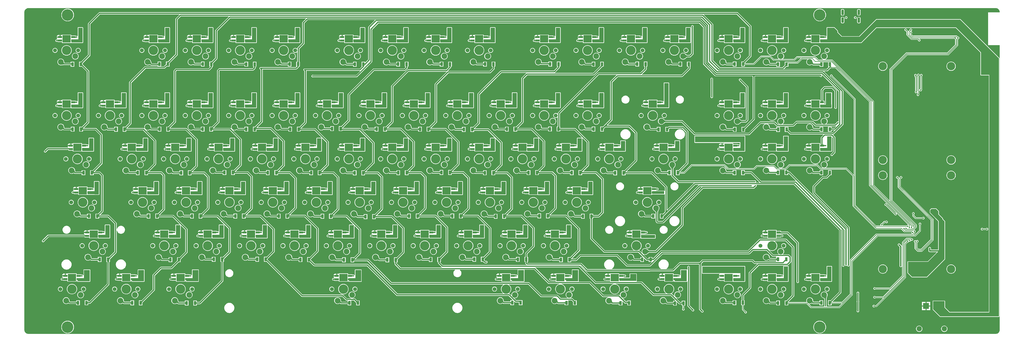
<source format=gbl>
G04*
G04 #@! TF.GenerationSoftware,Altium Limited,Altium Designer,20.0.2 (26)*
G04*
G04 Layer_Physical_Order=2*
G04 Layer_Color=16711680*
%FSLAX25Y25*%
%MOIN*%
G70*
G01*
G75*
%ADD13C,0.01000*%
%ADD22C,0.02000*%
%ADD96C,0.02400*%
%ADD97C,0.01500*%
%ADD130C,0.06700*%
%ADD131C,0.09843*%
%ADD132C,0.16000*%
%ADD133R,0.14173X0.12598*%
%ADD134C,0.14173*%
%ADD135R,0.10236X0.10236*%
%ADD136C,0.09055*%
%ADD137C,0.02559*%
G04:AMPARAMS|DCode=138|XSize=41.34mil|YSize=90.55mil|CornerRadius=10.34mil|HoleSize=0mil|Usage=FLASHONLY|Rotation=180.000|XOffset=0mil|YOffset=0mil|HoleType=Round|Shape=RoundedRectangle|*
%AMROUNDEDRECTD138*
21,1,0.04134,0.06988,0,0,180.0*
21,1,0.02067,0.09055,0,0,180.0*
1,1,0.02067,-0.01034,0.03494*
1,1,0.02067,0.01034,0.03494*
1,1,0.02067,0.01034,-0.03494*
1,1,0.02067,-0.01034,-0.03494*
%
%ADD138ROUNDEDRECTD138*%
%ADD139C,0.20000*%
%ADD140C,0.02400*%
%ADD141R,0.06693X0.03543*%
G04:AMPARAMS|DCode=142|XSize=70.87mil|YSize=35.43mil|CornerRadius=0mil|HoleSize=0mil|Usage=FLASHONLY|Rotation=0.000|XOffset=0mil|YOffset=0mil|HoleType=Round|Shape=Octagon|*
%AMOCTAGOND142*
4,1,8,0.03543,-0.00886,0.03543,0.00886,0.02657,0.01772,-0.02657,0.01772,-0.03543,0.00886,-0.03543,-0.00886,-0.02657,-0.01772,0.02657,-0.01772,0.03543,-0.00886,0.0*
%
%ADD142OCTAGOND142*%

%ADD143R,0.04400X0.06700*%
%ADD144R,0.16500X4.22323*%
%ADD145R,0.72752X0.11499*%
%ADD146R,0.85752X0.10498*%
%ADD147R,0.19338X0.05500*%
%ADD148R,0.07500X0.42456*%
%ADD149R,0.10500X0.12000*%
%ADD150R,0.29000X0.05000*%
%ADD151R,0.24000X0.05500*%
%ADD152R,0.21000X0.04500*%
%ADD153R,0.07500X0.22002*%
%ADD154R,0.19500X0.05500*%
%ADD155R,0.17000X0.05500*%
%ADD156R,0.09960X0.19500*%
%ADD157R,0.07500X0.25500*%
%ADD158R,0.07500X0.17502*%
%ADD159R,0.09752X0.25500*%
G36*
X1683362Y566846D02*
X1684244Y566610D01*
X1685087Y566261D01*
X1685878Y565804D01*
X1686603Y565248D01*
X1687248Y564603D01*
X1687804Y563878D01*
X1688261Y563087D01*
X1688610Y562244D01*
X1688846Y561362D01*
X1688965Y560457D01*
X1688965Y560001D01*
X1688965Y560000D01*
X1688965Y560000D01*
Y559500D01*
X1669000D01*
X1669000Y556500D01*
X1669000Y503000D01*
X1688965Y503000D01*
X1688965Y11015D01*
Y10558D01*
X1688846Y9653D01*
X1688610Y8771D01*
X1688261Y7927D01*
X1687804Y7137D01*
X1687248Y6412D01*
X1686603Y5767D01*
X1685878Y5211D01*
X1685087Y4754D01*
X1684244Y4405D01*
X1683362Y4169D01*
X1682457Y4049D01*
X1682000D01*
X11000Y4034D01*
X10543D01*
X9638Y4154D01*
X8756Y4390D01*
X7913Y4739D01*
X7122Y5196D01*
X6397Y5752D01*
X5752Y6397D01*
X5196Y7122D01*
X4739Y7913D01*
X4390Y8756D01*
X4154Y9638D01*
X4034Y10543D01*
X4034Y11000D01*
X4034Y559985D01*
X4034Y560442D01*
X4154Y561347D01*
X4390Y562229D01*
X4739Y563073D01*
X5196Y563863D01*
X5752Y564588D01*
X6397Y565233D01*
X7122Y565789D01*
X7913Y566246D01*
X8756Y566595D01*
X9638Y566831D01*
X10584Y566956D01*
X11041Y566965D01*
X1682000Y566965D01*
X1682457D01*
X1683362Y566846D01*
D02*
G37*
%LPC*%
G36*
X1418502Y565229D02*
X1416435D01*
X1415681Y565079D01*
X1415041Y564652D01*
X1414614Y564012D01*
X1414464Y563258D01*
Y556270D01*
X1414614Y555515D01*
X1415041Y554876D01*
X1415681Y554448D01*
X1416435Y554298D01*
X1418502D01*
X1419256Y554448D01*
X1419896Y554876D01*
X1420323Y555515D01*
X1420473Y556270D01*
Y563258D01*
X1420323Y564012D01*
X1419896Y564652D01*
X1419256Y565079D01*
X1418502Y565229D01*
D02*
G37*
G36*
X1446651Y565229D02*
X1444585D01*
X1443830Y565079D01*
X1443191Y564652D01*
X1442763Y564012D01*
X1442613Y563258D01*
Y556270D01*
X1442763Y555515D01*
X1443191Y554876D01*
X1443830Y554448D01*
X1444585Y554298D01*
X1446651D01*
X1447406Y554448D01*
X1448046Y554876D01*
X1448473Y555515D01*
X1448623Y556270D01*
Y563258D01*
X1448473Y564012D01*
X1448046Y564652D01*
X1447406Y565079D01*
X1446651Y565229D01*
D02*
G37*
G36*
X1439417Y552833D02*
X1438567Y552663D01*
X1437846Y552182D01*
X1437364Y551461D01*
X1437195Y550610D01*
X1437364Y549760D01*
X1437846Y549039D01*
X1438567Y548557D01*
X1439417Y548388D01*
X1440268Y548557D01*
X1440989Y549039D01*
X1441470Y549760D01*
X1441640Y550610D01*
X1441470Y551461D01*
X1440989Y552182D01*
X1440268Y552663D01*
X1439417Y552833D01*
D02*
G37*
G36*
X1423669D02*
X1422819Y552663D01*
X1422098Y552182D01*
X1421616Y551461D01*
X1421447Y550610D01*
X1421616Y549760D01*
X1422098Y549039D01*
X1422819Y548557D01*
X1423669Y548388D01*
X1424520Y548557D01*
X1425241Y549039D01*
X1425722Y549760D01*
X1425891Y550610D01*
X1425722Y551461D01*
X1425241Y552182D01*
X1424520Y552663D01*
X1423669Y552833D01*
D02*
G37*
G36*
X1377953Y566052D02*
X1376242Y565917D01*
X1374574Y565517D01*
X1372989Y564860D01*
X1371526Y563964D01*
X1370222Y562849D01*
X1369107Y561545D01*
X1368211Y560082D01*
X1367554Y558497D01*
X1367154Y556828D01*
X1367019Y555118D01*
X1367154Y553408D01*
X1367554Y551739D01*
X1368211Y550154D01*
X1369107Y548691D01*
X1370222Y547387D01*
X1371526Y546273D01*
X1372989Y545376D01*
X1374574Y544720D01*
X1376242Y544319D01*
X1377953Y544184D01*
X1379663Y544319D01*
X1381332Y544720D01*
X1382917Y545376D01*
X1384379Y546273D01*
X1385684Y547387D01*
X1386798Y548691D01*
X1387695Y550154D01*
X1388351Y551739D01*
X1388752Y553408D01*
X1388887Y555118D01*
X1388752Y556828D01*
X1388351Y558497D01*
X1387695Y560082D01*
X1386798Y561545D01*
X1385684Y562849D01*
X1384379Y563964D01*
X1382917Y564860D01*
X1381332Y565517D01*
X1379663Y565917D01*
X1377953Y566052D01*
D02*
G37*
G36*
X78740D02*
X77030Y565917D01*
X75362Y565517D01*
X73776Y564860D01*
X72313Y563964D01*
X71009Y562849D01*
X69895Y561545D01*
X68998Y560082D01*
X68342Y558497D01*
X67941Y556828D01*
X67807Y555118D01*
X67941Y553408D01*
X68342Y551739D01*
X68998Y550154D01*
X69895Y548691D01*
X71009Y547387D01*
X72313Y546273D01*
X73776Y545376D01*
X75362Y544720D01*
X77030Y544319D01*
X78740Y544184D01*
X80451Y544319D01*
X82119Y544720D01*
X83704Y545376D01*
X85167Y546273D01*
X86471Y547387D01*
X87586Y548691D01*
X88482Y550154D01*
X89139Y551739D01*
X89539Y553408D01*
X89674Y555118D01*
X89539Y556828D01*
X89139Y558497D01*
X88482Y560082D01*
X87586Y561545D01*
X86471Y562849D01*
X85167Y563964D01*
X83704Y564860D01*
X82119Y565517D01*
X80451Y565917D01*
X78740Y566052D01*
D02*
G37*
G36*
X1446652Y551647D02*
X1444585D01*
X1443830Y551497D01*
X1443191Y551069D01*
X1442763Y550430D01*
X1442613Y549675D01*
Y542687D01*
X1442763Y541933D01*
X1443191Y541293D01*
X1443830Y540866D01*
X1444585Y540716D01*
X1446652D01*
X1447406Y540866D01*
X1448046Y541293D01*
X1448473Y541933D01*
X1448623Y542687D01*
Y549675D01*
X1448473Y550430D01*
X1448046Y551069D01*
X1447406Y551497D01*
X1446652Y551647D01*
D02*
G37*
G36*
X1418502Y551647D02*
X1416435D01*
X1415681Y551497D01*
X1415041Y551069D01*
X1414614Y550430D01*
X1414464Y549675D01*
Y542687D01*
X1414614Y541933D01*
X1415041Y541293D01*
X1415681Y540866D01*
X1416435Y540716D01*
X1418502D01*
X1419256Y540866D01*
X1419896Y541293D01*
X1420323Y541933D01*
X1420473Y542687D01*
Y549675D01*
X1420323Y550430D01*
X1419896Y551069D01*
X1419256Y551497D01*
X1418502Y551647D01*
D02*
G37*
G36*
X1323252Y533918D02*
X1315752D01*
X1315400Y533848D01*
X1315103Y533649D01*
X1314904Y533351D01*
X1314834Y533000D01*
Y518785D01*
X1314334Y518518D01*
X1313899Y518808D01*
X1313080Y518971D01*
X1312261Y518808D01*
X1312199Y518767D01*
X1311743D01*
X1311639Y518774D01*
X1311401Y518804D01*
X1311220Y518841D01*
X1311183Y518853D01*
Y519501D01*
X1310299D01*
X1310271Y519507D01*
X1310243Y519501D01*
X1303703D01*
Y521076D01*
X1287730D01*
Y520602D01*
X1285099D01*
Y516830D01*
X1284299D01*
Y516030D01*
X1281647D01*
Y515070D01*
X1281483Y515215D01*
X1281294Y515344D01*
X1281080Y515458D01*
X1280841Y515556D01*
X1280578Y515640D01*
X1280289Y515708D01*
X1279976Y515762D01*
X1279638Y515800D01*
X1278888Y515830D01*
Y516030D01*
X1278756D01*
Y514944D01*
X1280249Y513450D01*
Y512947D01*
X1280213Y512936D01*
X1280046Y512902D01*
X1279624Y512862D01*
X1279233D01*
X1279172Y512902D01*
X1278353Y513065D01*
X1277533Y512902D01*
X1276839Y512438D01*
X1276375Y511744D01*
X1276212Y510924D01*
X1276375Y510105D01*
X1276839Y509410D01*
X1277533Y508946D01*
X1278353Y508783D01*
X1279172Y508946D01*
X1279233Y508987D01*
X1279690D01*
X1279793Y508980D01*
X1280032Y508950D01*
X1280213Y508913D01*
X1280249Y508902D01*
Y508253D01*
X1281133D01*
X1281161Y508247D01*
X1281190Y508253D01*
X1287730D01*
Y506678D01*
X1303362D01*
X1303400Y506652D01*
X1303752Y506582D01*
X1323252D01*
X1323603Y506652D01*
X1323901Y506851D01*
X1324099Y507149D01*
X1324169Y507500D01*
Y533000D01*
X1324099Y533351D01*
X1323901Y533649D01*
X1323603Y533848D01*
X1323252Y533918D01*
D02*
G37*
G36*
X1154500D02*
X1147000D01*
X1146648Y533848D01*
X1146351Y533649D01*
X1146152Y533351D01*
X1146082Y533000D01*
Y518785D01*
X1145582Y518518D01*
X1145147Y518808D01*
X1144328Y518971D01*
X1143509Y518808D01*
X1143447Y518767D01*
X1142991D01*
X1142887Y518774D01*
X1142649Y518804D01*
X1142468Y518841D01*
X1142431Y518853D01*
Y519501D01*
X1141547D01*
X1141519Y519507D01*
X1141491Y519501D01*
X1134951D01*
Y521076D01*
X1118978D01*
Y520602D01*
X1116347D01*
Y516830D01*
X1115547D01*
Y516030D01*
X1112895D01*
Y515070D01*
X1112731Y515215D01*
X1112542Y515344D01*
X1112328Y515458D01*
X1112089Y515556D01*
X1111826Y515640D01*
X1111537Y515708D01*
X1111224Y515762D01*
X1110886Y515800D01*
X1110136Y515830D01*
Y516030D01*
X1110004D01*
Y514944D01*
X1111497Y513450D01*
Y512947D01*
X1111461Y512936D01*
X1111294Y512902D01*
X1110872Y512862D01*
X1110481D01*
X1110420Y512902D01*
X1109601Y513065D01*
X1108781Y512902D01*
X1108087Y512438D01*
X1107623Y511744D01*
X1107460Y510924D01*
X1107623Y510105D01*
X1108087Y509410D01*
X1108781Y508946D01*
X1109601Y508783D01*
X1110420Y508946D01*
X1110481Y508987D01*
X1110938D01*
X1111041Y508980D01*
X1111280Y508950D01*
X1111461Y508913D01*
X1111497Y508902D01*
Y508253D01*
X1112381D01*
X1112409Y508247D01*
X1112438Y508253D01*
X1118978D01*
Y506678D01*
X1134610D01*
X1134648Y506652D01*
X1135000Y506582D01*
X1154500D01*
X1154851Y506652D01*
X1155149Y506851D01*
X1155347Y507149D01*
X1155417Y507500D01*
Y533000D01*
X1155347Y533351D01*
X1155149Y533649D01*
X1154851Y533848D01*
X1154500Y533918D01*
D02*
G37*
G36*
X1079500D02*
X1072000D01*
X1071648Y533848D01*
X1071351Y533649D01*
X1071152Y533351D01*
X1071082Y533000D01*
Y518785D01*
X1070582Y518518D01*
X1070147Y518808D01*
X1069328Y518971D01*
X1068509Y518808D01*
X1068447Y518767D01*
X1067991D01*
X1067887Y518774D01*
X1067649Y518804D01*
X1067468Y518841D01*
X1067431Y518853D01*
Y519501D01*
X1066547D01*
X1066519Y519507D01*
X1066491Y519501D01*
X1059951D01*
Y521076D01*
X1043978D01*
Y520602D01*
X1041347D01*
Y516830D01*
X1040547D01*
Y516030D01*
X1037895D01*
Y515070D01*
X1037731Y515215D01*
X1037542Y515344D01*
X1037328Y515458D01*
X1037089Y515556D01*
X1036826Y515640D01*
X1036537Y515708D01*
X1036224Y515762D01*
X1035886Y515800D01*
X1035136Y515830D01*
Y516030D01*
X1035004D01*
Y514944D01*
X1036497Y513450D01*
Y512947D01*
X1036461Y512936D01*
X1036294Y512902D01*
X1035872Y512862D01*
X1035481D01*
X1035420Y512902D01*
X1034601Y513065D01*
X1033781Y512902D01*
X1033087Y512438D01*
X1032623Y511744D01*
X1032460Y510924D01*
X1032623Y510105D01*
X1033087Y509410D01*
X1033781Y508946D01*
X1034601Y508783D01*
X1035420Y508946D01*
X1035481Y508987D01*
X1035938D01*
X1036041Y508980D01*
X1036280Y508950D01*
X1036461Y508913D01*
X1036497Y508902D01*
Y508253D01*
X1037381D01*
X1037409Y508247D01*
X1037438Y508253D01*
X1043978D01*
Y506678D01*
X1059610D01*
X1059648Y506652D01*
X1060000Y506582D01*
X1079500D01*
X1079851Y506652D01*
X1080149Y506851D01*
X1080347Y507149D01*
X1080417Y507500D01*
Y533000D01*
X1080347Y533351D01*
X1080149Y533649D01*
X1079851Y533848D01*
X1079500Y533918D01*
D02*
G37*
G36*
X1004500D02*
X997000D01*
X996648Y533848D01*
X996351Y533649D01*
X996152Y533351D01*
X996082Y533000D01*
Y518785D01*
X995582Y518518D01*
X995147Y518808D01*
X994328Y518971D01*
X993509Y518808D01*
X993447Y518767D01*
X992991D01*
X992887Y518774D01*
X992649Y518804D01*
X992468Y518841D01*
X992431Y518853D01*
Y519501D01*
X991547D01*
X991519Y519507D01*
X991491Y519501D01*
X984951D01*
Y521076D01*
X968978D01*
Y520602D01*
X966347D01*
Y516830D01*
X965547D01*
Y516030D01*
X962895D01*
Y515070D01*
X962731Y515215D01*
X962542Y515344D01*
X962328Y515458D01*
X962089Y515556D01*
X961826Y515640D01*
X961537Y515708D01*
X961224Y515762D01*
X960886Y515800D01*
X960136Y515830D01*
Y516030D01*
X960004D01*
Y514944D01*
X961497Y513450D01*
Y512947D01*
X961461Y512936D01*
X961294Y512902D01*
X960872Y512862D01*
X960481D01*
X960420Y512902D01*
X959601Y513065D01*
X958781Y512902D01*
X958087Y512438D01*
X957623Y511744D01*
X957460Y510924D01*
X957623Y510105D01*
X958087Y509410D01*
X958781Y508946D01*
X959601Y508783D01*
X960420Y508946D01*
X960481Y508987D01*
X960938D01*
X961041Y508980D01*
X961280Y508950D01*
X961461Y508913D01*
X961497Y508902D01*
Y508253D01*
X962381D01*
X962409Y508247D01*
X962438Y508253D01*
X968978D01*
Y506678D01*
X984610D01*
X984648Y506652D01*
X985000Y506582D01*
X1004500D01*
X1004851Y506652D01*
X1005149Y506851D01*
X1005347Y507149D01*
X1005417Y507500D01*
Y533000D01*
X1005347Y533351D01*
X1005149Y533649D01*
X1004851Y533848D01*
X1004500Y533918D01*
D02*
G37*
G36*
X929500D02*
X922000D01*
X921648Y533848D01*
X921351Y533649D01*
X921152Y533351D01*
X921082Y533000D01*
Y518785D01*
X920582Y518518D01*
X920147Y518808D01*
X919328Y518971D01*
X918509Y518808D01*
X918447Y518767D01*
X917991D01*
X917887Y518774D01*
X917649Y518804D01*
X917468Y518841D01*
X917431Y518853D01*
Y519501D01*
X916547D01*
X916519Y519507D01*
X916491Y519501D01*
X909951D01*
Y521076D01*
X893978D01*
Y520602D01*
X891347D01*
Y516830D01*
X890547D01*
Y516030D01*
X887895D01*
Y515070D01*
X887731Y515215D01*
X887542Y515344D01*
X887328Y515458D01*
X887089Y515556D01*
X886826Y515640D01*
X886537Y515708D01*
X886224Y515762D01*
X885886Y515800D01*
X885136Y515830D01*
Y516030D01*
X885004D01*
Y514944D01*
X886497Y513450D01*
Y512947D01*
X886461Y512936D01*
X886294Y512902D01*
X885872Y512862D01*
X885481D01*
X885420Y512902D01*
X884601Y513065D01*
X883781Y512902D01*
X883087Y512438D01*
X882623Y511744D01*
X882460Y510924D01*
X882623Y510105D01*
X883087Y509410D01*
X883781Y508946D01*
X884601Y508783D01*
X885420Y508946D01*
X885481Y508987D01*
X885938D01*
X886041Y508980D01*
X886280Y508950D01*
X886461Y508913D01*
X886497Y508902D01*
Y508253D01*
X887381D01*
X887409Y508247D01*
X887438Y508253D01*
X893978D01*
Y506678D01*
X909610D01*
X909648Y506652D01*
X910000Y506582D01*
X929500D01*
X929851Y506652D01*
X930149Y506851D01*
X930347Y507149D01*
X930417Y507500D01*
Y533000D01*
X930347Y533351D01*
X930149Y533649D01*
X929851Y533848D01*
X929500Y533918D01*
D02*
G37*
G36*
X817000D02*
X809500D01*
X809148Y533848D01*
X808851Y533649D01*
X808652Y533351D01*
X808582Y533000D01*
Y518785D01*
X808082Y518518D01*
X807647Y518808D01*
X806828Y518971D01*
X806009Y518808D01*
X805947Y518767D01*
X805491D01*
X805387Y518774D01*
X805149Y518804D01*
X804968Y518841D01*
X804931Y518853D01*
Y519501D01*
X804047D01*
X804019Y519507D01*
X803991Y519501D01*
X797451D01*
Y521076D01*
X781478D01*
Y520602D01*
X778847D01*
Y516830D01*
X778047D01*
Y516030D01*
X775395D01*
Y515070D01*
X775231Y515215D01*
X775042Y515344D01*
X774828Y515458D01*
X774589Y515556D01*
X774326Y515640D01*
X774037Y515708D01*
X773724Y515762D01*
X773386Y515800D01*
X772636Y515830D01*
Y516030D01*
X772504D01*
Y514944D01*
X773997Y513450D01*
Y512947D01*
X773961Y512936D01*
X773794Y512902D01*
X773372Y512862D01*
X772981D01*
X772920Y512902D01*
X772101Y513065D01*
X771281Y512902D01*
X770587Y512438D01*
X770123Y511744D01*
X769960Y510924D01*
X770123Y510105D01*
X770587Y509410D01*
X771281Y508946D01*
X772101Y508783D01*
X772920Y508946D01*
X772981Y508987D01*
X773438D01*
X773541Y508980D01*
X773780Y508950D01*
X773961Y508913D01*
X773997Y508902D01*
Y508253D01*
X774881D01*
X774909Y508247D01*
X774938Y508253D01*
X781478D01*
Y506678D01*
X797110D01*
X797148Y506652D01*
X797500Y506582D01*
X817000D01*
X817351Y506652D01*
X817649Y506851D01*
X817847Y507149D01*
X817917Y507500D01*
Y533000D01*
X817847Y533351D01*
X817649Y533649D01*
X817351Y533848D01*
X817000Y533918D01*
D02*
G37*
G36*
X742000D02*
X734500D01*
X734148Y533848D01*
X733851Y533649D01*
X733652Y533351D01*
X733582Y533000D01*
Y518785D01*
X733082Y518518D01*
X732647Y518808D01*
X731828Y518971D01*
X731008Y518808D01*
X730947Y518767D01*
X730491D01*
X730387Y518774D01*
X730149Y518804D01*
X729968Y518841D01*
X729931Y518853D01*
Y519501D01*
X729047D01*
X729019Y519507D01*
X728991Y519501D01*
X722451D01*
Y521076D01*
X706478D01*
Y520602D01*
X703847D01*
Y516830D01*
X703047D01*
Y516030D01*
X700395D01*
Y515070D01*
X700231Y515215D01*
X700042Y515344D01*
X699828Y515458D01*
X699589Y515556D01*
X699326Y515640D01*
X699037Y515708D01*
X698724Y515762D01*
X698386Y515800D01*
X697636Y515830D01*
Y516030D01*
X697504D01*
Y514944D01*
X698997Y513450D01*
Y512947D01*
X698961Y512936D01*
X698794Y512902D01*
X698372Y512862D01*
X697981D01*
X697920Y512902D01*
X697101Y513065D01*
X696281Y512902D01*
X695587Y512438D01*
X695123Y511744D01*
X694960Y510924D01*
X695123Y510105D01*
X695587Y509410D01*
X696281Y508946D01*
X697101Y508783D01*
X697920Y508946D01*
X697981Y508987D01*
X698438D01*
X698541Y508980D01*
X698780Y508950D01*
X698961Y508913D01*
X698997Y508902D01*
Y508253D01*
X699881D01*
X699909Y508247D01*
X699938Y508253D01*
X706478D01*
Y506678D01*
X722110D01*
X722148Y506652D01*
X722500Y506582D01*
X742000D01*
X742351Y506652D01*
X742649Y506851D01*
X742847Y507149D01*
X742917Y507500D01*
Y533000D01*
X742847Y533351D01*
X742649Y533649D01*
X742351Y533848D01*
X742000Y533918D01*
D02*
G37*
G36*
X667000D02*
X659500D01*
X659148Y533848D01*
X658851Y533649D01*
X658652Y533351D01*
X658582Y533000D01*
Y518785D01*
X658082Y518518D01*
X657647Y518808D01*
X656828Y518971D01*
X656008Y518808D01*
X655947Y518767D01*
X655491D01*
X655387Y518774D01*
X655149Y518804D01*
X654968Y518841D01*
X654931Y518853D01*
Y519501D01*
X654047D01*
X654019Y519507D01*
X653991Y519501D01*
X647451D01*
Y521076D01*
X631478D01*
Y520602D01*
X628847D01*
Y516830D01*
X628047D01*
Y516030D01*
X625395D01*
Y515070D01*
X625231Y515215D01*
X625042Y515344D01*
X624828Y515458D01*
X624589Y515556D01*
X624326Y515640D01*
X624037Y515708D01*
X623724Y515762D01*
X623386Y515800D01*
X622636Y515830D01*
Y516030D01*
X622504D01*
Y514944D01*
X623997Y513450D01*
Y512947D01*
X623961Y512936D01*
X623794Y512902D01*
X623372Y512862D01*
X622981D01*
X622920Y512902D01*
X622101Y513065D01*
X621281Y512902D01*
X620587Y512438D01*
X620123Y511744D01*
X619960Y510924D01*
X620123Y510105D01*
X620587Y509410D01*
X621281Y508946D01*
X622101Y508783D01*
X622920Y508946D01*
X622981Y508987D01*
X623438D01*
X623541Y508980D01*
X623780Y508950D01*
X623961Y508913D01*
X623997Y508902D01*
Y508253D01*
X624881D01*
X624909Y508247D01*
X624938Y508253D01*
X631478D01*
Y506678D01*
X647110D01*
X647148Y506652D01*
X647500Y506582D01*
X667000D01*
X667351Y506652D01*
X667649Y506851D01*
X667847Y507149D01*
X667917Y507500D01*
Y533000D01*
X667847Y533351D01*
X667649Y533649D01*
X667351Y533848D01*
X667000Y533918D01*
D02*
G37*
G36*
X479500D02*
X472000D01*
X471648Y533848D01*
X471351Y533649D01*
X471152Y533351D01*
X471082Y533000D01*
Y518785D01*
X470582Y518518D01*
X470147Y518808D01*
X469328Y518971D01*
X468508Y518808D01*
X468447Y518767D01*
X467991D01*
X467887Y518774D01*
X467649Y518804D01*
X467468Y518841D01*
X467431Y518853D01*
Y519501D01*
X466547D01*
X466519Y519507D01*
X466491Y519501D01*
X459951D01*
Y521076D01*
X443978D01*
Y520602D01*
X441347D01*
Y516830D01*
X440547D01*
Y516030D01*
X437644D01*
Y515338D01*
X437623Y515479D01*
X437559Y515605D01*
X437453Y515717D01*
X437304Y515813D01*
X437112Y515895D01*
X436878Y515961D01*
X436601Y516013D01*
X436457Y516030D01*
X435004D01*
Y514944D01*
X436497Y513450D01*
Y512947D01*
X436461Y512936D01*
X436294Y512902D01*
X435872Y512862D01*
X435481D01*
X435420Y512902D01*
X434601Y513065D01*
X433781Y512902D01*
X433087Y512438D01*
X432623Y511744D01*
X432460Y510924D01*
X432623Y510105D01*
X433087Y509410D01*
X433781Y508946D01*
X434601Y508783D01*
X435420Y508946D01*
X435481Y508987D01*
X435938D01*
X436041Y508980D01*
X436280Y508950D01*
X436461Y508913D01*
X436497Y508902D01*
Y508253D01*
X437381D01*
X437409Y508247D01*
X437438Y508253D01*
X443978D01*
Y506678D01*
X459610D01*
X459648Y506652D01*
X460000Y506582D01*
X479500D01*
X479851Y506652D01*
X480149Y506851D01*
X480347Y507149D01*
X480417Y507500D01*
Y533000D01*
X480347Y533351D01*
X480149Y533649D01*
X479851Y533848D01*
X479500Y533918D01*
D02*
G37*
G36*
X404500D02*
X397000D01*
X396649Y533848D01*
X396351Y533649D01*
X396152Y533351D01*
X396082Y533000D01*
Y518785D01*
X395582Y518518D01*
X395148Y518808D01*
X394328Y518971D01*
X393509Y518808D01*
X393448Y518767D01*
X392992D01*
X392888Y518774D01*
X392649Y518804D01*
X392468Y518841D01*
X392432Y518853D01*
Y519501D01*
X391548D01*
X391520Y519507D01*
X391491Y519501D01*
X384951D01*
Y521076D01*
X368978D01*
Y520602D01*
X366347D01*
Y516830D01*
X365547D01*
Y516030D01*
X362645D01*
Y515338D01*
X362624Y515479D01*
X362560Y515605D01*
X362453Y515717D01*
X362304Y515813D01*
X362113Y515895D01*
X361878Y515961D01*
X361602Y516013D01*
X361458Y516030D01*
X360004D01*
Y514944D01*
X361498Y513450D01*
Y512947D01*
X361461Y512936D01*
X361294Y512902D01*
X360873Y512862D01*
X360482D01*
X360420Y512902D01*
X359601Y513065D01*
X358782Y512902D01*
X358087Y512438D01*
X357623Y511744D01*
X357460Y510924D01*
X357623Y510105D01*
X358087Y509410D01*
X358782Y508946D01*
X359601Y508783D01*
X360420Y508946D01*
X360482Y508987D01*
X360938D01*
X361042Y508980D01*
X361280Y508950D01*
X361461Y508913D01*
X361498Y508902D01*
Y508253D01*
X362382D01*
X362410Y508247D01*
X362438Y508253D01*
X368978D01*
Y506678D01*
X384610D01*
X384649Y506652D01*
X385000Y506582D01*
X404500D01*
X404851Y506652D01*
X405149Y506851D01*
X405348Y507149D01*
X405418Y507500D01*
Y533000D01*
X405348Y533351D01*
X405149Y533649D01*
X404851Y533848D01*
X404500Y533918D01*
D02*
G37*
G36*
X329500D02*
X322000D01*
X321649Y533848D01*
X321351Y533649D01*
X321152Y533351D01*
X321082Y533000D01*
Y518785D01*
X320582Y518518D01*
X320148Y518808D01*
X319328Y518971D01*
X318509Y518808D01*
X318448Y518767D01*
X317992D01*
X317888Y518774D01*
X317649Y518804D01*
X317468Y518841D01*
X317432Y518853D01*
Y519501D01*
X316548D01*
X316520Y519507D01*
X316491Y519501D01*
X309951D01*
Y521076D01*
X293978D01*
Y520602D01*
X291347D01*
Y516830D01*
X290547D01*
Y516030D01*
X287645D01*
Y515338D01*
X287624Y515479D01*
X287560Y515605D01*
X287453Y515717D01*
X287304Y515813D01*
X287113Y515895D01*
X286878Y515961D01*
X286602Y516013D01*
X286458Y516030D01*
X285004D01*
Y514944D01*
X286498Y513450D01*
Y512947D01*
X286461Y512936D01*
X286294Y512902D01*
X285873Y512862D01*
X285482D01*
X285420Y512902D01*
X284601Y513065D01*
X283782Y512902D01*
X283087Y512438D01*
X282623Y511744D01*
X282460Y510924D01*
X282623Y510105D01*
X283087Y509410D01*
X283782Y508946D01*
X284601Y508783D01*
X285420Y508946D01*
X285482Y508987D01*
X285938D01*
X286042Y508980D01*
X286280Y508950D01*
X286461Y508913D01*
X286498Y508902D01*
Y508253D01*
X287382D01*
X287410Y508247D01*
X287438Y508253D01*
X293978D01*
Y506678D01*
X309610D01*
X309649Y506652D01*
X310000Y506582D01*
X329500D01*
X329851Y506652D01*
X330149Y506851D01*
X330348Y507149D01*
X330418Y507500D01*
Y533000D01*
X330348Y533351D01*
X330149Y533649D01*
X329851Y533848D01*
X329500Y533918D01*
D02*
G37*
G36*
X254500D02*
X247000D01*
X246649Y533848D01*
X246351Y533649D01*
X246152Y533351D01*
X246082Y533000D01*
Y518785D01*
X245582Y518518D01*
X245148Y518808D01*
X244328Y518971D01*
X243509Y518808D01*
X243448Y518767D01*
X242992D01*
X242888Y518774D01*
X242649Y518804D01*
X242468Y518841D01*
X242432Y518853D01*
Y519501D01*
X241548D01*
X241520Y519507D01*
X241491Y519501D01*
X234951D01*
Y521076D01*
X218978D01*
Y520602D01*
X216347D01*
Y516830D01*
X215547D01*
Y516030D01*
X212645D01*
Y515338D01*
X212624Y515479D01*
X212560Y515605D01*
X212453Y515717D01*
X212304Y515813D01*
X212113Y515895D01*
X211878Y515961D01*
X211602Y516013D01*
X211458Y516030D01*
X210004D01*
Y514944D01*
X211498Y513450D01*
Y512947D01*
X211461Y512936D01*
X211294Y512902D01*
X210873Y512862D01*
X210482D01*
X210420Y512902D01*
X209601Y513065D01*
X208782Y512902D01*
X208087Y512438D01*
X207623Y511744D01*
X207460Y510924D01*
X207623Y510105D01*
X208087Y509410D01*
X208782Y508946D01*
X209601Y508783D01*
X210420Y508946D01*
X210482Y508987D01*
X210938D01*
X211042Y508980D01*
X211280Y508950D01*
X211461Y508913D01*
X211498Y508902D01*
Y508253D01*
X212382D01*
X212410Y508247D01*
X212438Y508253D01*
X218978D01*
Y506678D01*
X234610D01*
X234649Y506652D01*
X235000Y506582D01*
X254500D01*
X254851Y506652D01*
X255149Y506851D01*
X255348Y507149D01*
X255418Y507500D01*
Y533000D01*
X255348Y533351D01*
X255149Y533649D01*
X254851Y533848D01*
X254500Y533918D01*
D02*
G37*
G36*
X104500D02*
X97000D01*
X96649Y533848D01*
X96351Y533649D01*
X96152Y533351D01*
X96082Y533000D01*
Y518785D01*
X95582Y518518D01*
X95148Y518808D01*
X94328Y518971D01*
X93509Y518808D01*
X93448Y518767D01*
X92992D01*
X92888Y518774D01*
X92649Y518804D01*
X92468Y518841D01*
X92432Y518853D01*
Y519501D01*
X91548D01*
X91520Y519507D01*
X91491Y519501D01*
X84951D01*
Y521076D01*
X68978D01*
Y520602D01*
X66347D01*
Y519424D01*
X66365Y519318D01*
X66417Y519122D01*
X66485Y518956D01*
X66567Y518819D01*
X66665Y518714D01*
X66777Y518638D01*
X66905Y518593D01*
X67047Y518577D01*
X66347D01*
Y516830D01*
X65547D01*
Y516030D01*
X60004D01*
Y514944D01*
X61498Y513450D01*
Y512947D01*
X61461Y512936D01*
X61294Y512902D01*
X60873Y512862D01*
X60482D01*
X60421Y512902D01*
X59601Y513065D01*
X58782Y512902D01*
X58087Y512438D01*
X57623Y511744D01*
X57460Y510924D01*
X57623Y510105D01*
X58087Y509410D01*
X58782Y508946D01*
X59601Y508783D01*
X60421Y508946D01*
X60482Y508987D01*
X60938D01*
X61041Y508980D01*
X61280Y508950D01*
X61461Y508913D01*
X61498Y508902D01*
Y508253D01*
X62382D01*
X62410Y508247D01*
X62438Y508253D01*
X68978D01*
Y506678D01*
X84610D01*
X84649Y506652D01*
X85000Y506582D01*
X104500D01*
X104851Y506652D01*
X105149Y506851D01*
X105348Y507149D01*
X105418Y507500D01*
Y533000D01*
X105348Y533351D01*
X105149Y533649D01*
X104851Y533848D01*
X104500Y533918D01*
D02*
G37*
G36*
X1620941Y547918D02*
X1518500Y547918D01*
X1476000D01*
X1475649Y547848D01*
X1475351Y547649D01*
X1454851Y527149D01*
X1454851Y527149D01*
X1446120Y518418D01*
X1416380Y518418D01*
X1409418Y525380D01*
X1409418Y527500D01*
X1409348Y527851D01*
X1409149Y528149D01*
X1403649Y533649D01*
X1403351Y533848D01*
X1403000Y533918D01*
X1390752D01*
X1390400Y533848D01*
X1390103Y533649D01*
X1389904Y533351D01*
X1389834Y533000D01*
Y518785D01*
X1389334Y518518D01*
X1388899Y518808D01*
X1388080Y518971D01*
X1387261Y518808D01*
X1387199Y518767D01*
X1386743D01*
X1386639Y518774D01*
X1386401Y518804D01*
X1386220Y518841D01*
X1386183Y518853D01*
Y519501D01*
X1385299D01*
X1385271Y519507D01*
X1385243Y519501D01*
X1378703D01*
Y521076D01*
X1362730D01*
Y520602D01*
X1360099D01*
Y516830D01*
X1359299D01*
Y516030D01*
X1356647D01*
Y515070D01*
X1356483Y515215D01*
X1356294Y515344D01*
X1356080Y515458D01*
X1355841Y515556D01*
X1355578Y515640D01*
X1355289Y515708D01*
X1354976Y515762D01*
X1354638Y515800D01*
X1353888Y515830D01*
Y516030D01*
X1353756D01*
Y514944D01*
X1355249Y513450D01*
Y512947D01*
X1355213Y512936D01*
X1355046Y512902D01*
X1354624Y512862D01*
X1354233D01*
X1354172Y512902D01*
X1353353Y513065D01*
X1352533Y512902D01*
X1351839Y512438D01*
X1351375Y511744D01*
X1351212Y510924D01*
X1351375Y510105D01*
X1351839Y509410D01*
X1352533Y508946D01*
X1353353Y508783D01*
X1354172Y508946D01*
X1354233Y508987D01*
X1354690D01*
X1354793Y508980D01*
X1355032Y508950D01*
X1355213Y508913D01*
X1355249Y508902D01*
Y508253D01*
X1356133D01*
X1356161Y508247D01*
X1356190Y508253D01*
X1362730D01*
Y506678D01*
X1378362D01*
X1378400Y506652D01*
X1378752Y506582D01*
X1395500D01*
X1439500Y506582D01*
X1449500Y506582D01*
X1449851Y506652D01*
X1450148Y506851D01*
X1453694Y510396D01*
X1475880Y532582D01*
X1613120Y532582D01*
X1655582Y490120D01*
X1655582Y451500D01*
X1655652Y451149D01*
X1655851Y450851D01*
X1656149Y450652D01*
X1656500Y450582D01*
X1670082Y450582D01*
Y41918D01*
X1602380D01*
X1594418Y49880D01*
X1594418Y60500D01*
X1594348Y60851D01*
X1594149Y61149D01*
X1593851Y61348D01*
X1593500Y61418D01*
X1574000Y61418D01*
X1573649Y61348D01*
X1573351Y61149D01*
X1573152Y60851D01*
X1573082Y60500D01*
X1573082Y46354D01*
X1573152Y46003D01*
X1573351Y45706D01*
X1585528Y33528D01*
X1585826Y33329D01*
X1586177Y33259D01*
X1687500Y33259D01*
X1687851Y33329D01*
X1688149Y33528D01*
X1688348Y33826D01*
X1688418Y34177D01*
Y456500D01*
Y480441D01*
X1688348Y480792D01*
X1688149Y481090D01*
X1677208Y492031D01*
X1677208Y492031D01*
X1621590Y547649D01*
X1621292Y547848D01*
X1620941Y547918D01*
D02*
G37*
G36*
X1358499Y520602D02*
X1355641D01*
X1353756Y518716D01*
Y517630D01*
X1353888D01*
Y517830D01*
X1354276Y517837D01*
X1354976Y517898D01*
X1355289Y517951D01*
X1355578Y518020D01*
X1355841Y518103D01*
X1356080Y518202D01*
X1356294Y518316D01*
X1356483Y518445D01*
X1356647Y518589D01*
Y517630D01*
X1358499D01*
Y520602D01*
D02*
G37*
G36*
X1283499D02*
X1280641D01*
X1278756Y518716D01*
Y517630D01*
X1278888D01*
Y517830D01*
X1279276Y517837D01*
X1279976Y517898D01*
X1280289Y517951D01*
X1280578Y518020D01*
X1280841Y518103D01*
X1281080Y518202D01*
X1281294Y518316D01*
X1281483Y518445D01*
X1281647Y518589D01*
Y517630D01*
X1283499D01*
Y520602D01*
D02*
G37*
G36*
X1114747D02*
X1111889D01*
X1110004Y518716D01*
Y517630D01*
X1110136D01*
Y517830D01*
X1110524Y517837D01*
X1111224Y517898D01*
X1111537Y517951D01*
X1111826Y518020D01*
X1112089Y518103D01*
X1112328Y518202D01*
X1112542Y518316D01*
X1112731Y518445D01*
X1112895Y518589D01*
Y517630D01*
X1114747D01*
Y520602D01*
D02*
G37*
G36*
X1039747D02*
X1036889D01*
X1035004Y518716D01*
Y517630D01*
X1035136D01*
Y517830D01*
X1035524Y517837D01*
X1036224Y517898D01*
X1036537Y517951D01*
X1036826Y518020D01*
X1037089Y518103D01*
X1037328Y518202D01*
X1037542Y518316D01*
X1037731Y518445D01*
X1037895Y518589D01*
Y517630D01*
X1039747D01*
Y520602D01*
D02*
G37*
G36*
X964747D02*
X961889D01*
X960004Y518716D01*
Y517630D01*
X960136D01*
Y517830D01*
X960524Y517837D01*
X961224Y517898D01*
X961537Y517951D01*
X961826Y518020D01*
X962089Y518103D01*
X962328Y518202D01*
X962542Y518316D01*
X962731Y518445D01*
X962895Y518589D01*
Y517630D01*
X964747D01*
Y520602D01*
D02*
G37*
G36*
X889747D02*
X886889D01*
X885004Y518716D01*
Y517630D01*
X885136D01*
Y517830D01*
X885524Y517837D01*
X886224Y517898D01*
X886537Y517951D01*
X886826Y518020D01*
X887089Y518103D01*
X887328Y518202D01*
X887542Y518316D01*
X887731Y518445D01*
X887895Y518589D01*
Y517630D01*
X889747D01*
Y520602D01*
D02*
G37*
G36*
X777247D02*
X774390D01*
X772504Y518716D01*
Y517630D01*
X772636D01*
Y517830D01*
X773024Y517837D01*
X773724Y517898D01*
X774037Y517951D01*
X774326Y518020D01*
X774589Y518103D01*
X774828Y518202D01*
X775042Y518316D01*
X775231Y518445D01*
X775395Y518589D01*
Y517630D01*
X777247D01*
Y520602D01*
D02*
G37*
G36*
X702247D02*
X699390D01*
X697504Y518716D01*
Y517630D01*
X697636D01*
Y517830D01*
X698024Y517837D01*
X698724Y517898D01*
X699037Y517951D01*
X699326Y518020D01*
X699589Y518103D01*
X699828Y518202D01*
X700042Y518316D01*
X700231Y518445D01*
X700395Y518589D01*
Y517630D01*
X702247D01*
Y520602D01*
D02*
G37*
G36*
X627247D02*
X624390D01*
X622504Y518716D01*
Y517630D01*
X622636D01*
Y517830D01*
X623024Y517837D01*
X623724Y517898D01*
X624037Y517951D01*
X624326Y518020D01*
X624589Y518103D01*
X624828Y518202D01*
X625042Y518316D01*
X625231Y518445D01*
X625395Y518589D01*
Y517630D01*
X627247D01*
Y520602D01*
D02*
G37*
G36*
X439747D02*
X436890D01*
X435004Y518716D01*
Y517630D01*
X436409D01*
X436601Y517647D01*
X436878Y517698D01*
X437112Y517765D01*
X437304Y517847D01*
X437453Y517943D01*
X437559Y518054D01*
X437623Y518181D01*
X437644Y518321D01*
Y517630D01*
X439747D01*
Y520602D01*
D02*
G37*
G36*
X364747D02*
X361890D01*
X360004Y518716D01*
Y517630D01*
X361409D01*
X361602Y517647D01*
X361878Y517698D01*
X362113Y517765D01*
X362304Y517847D01*
X362453Y517943D01*
X362560Y518054D01*
X362624Y518181D01*
X362645Y518321D01*
Y517630D01*
X364747D01*
Y520602D01*
D02*
G37*
G36*
X289747D02*
X286890D01*
X285004Y518716D01*
Y517630D01*
X286409D01*
X286602Y517647D01*
X286878Y517698D01*
X287113Y517765D01*
X287304Y517847D01*
X287453Y517943D01*
X287560Y518054D01*
X287624Y518181D01*
X287645Y518321D01*
Y517630D01*
X289747D01*
Y520602D01*
D02*
G37*
G36*
X214747D02*
X211890D01*
X210004Y518716D01*
Y517630D01*
X211409D01*
X211602Y517647D01*
X211878Y517698D01*
X212113Y517765D01*
X212304Y517847D01*
X212453Y517943D01*
X212560Y518054D01*
X212624Y518181D01*
X212645Y518321D01*
Y517630D01*
X214747D01*
Y520602D01*
D02*
G37*
G36*
X64747D02*
X61890D01*
X60004Y518716D01*
Y517630D01*
X64747D01*
Y518577D01*
X64047D01*
X64190Y518593D01*
X64317Y518638D01*
X64430Y518714D01*
X64527Y518819D01*
X64610Y518956D01*
X64677Y519122D01*
X64730Y519318D01*
X64747Y519424D01*
Y520602D01*
D02*
G37*
G36*
X1390716Y498164D02*
X1389607Y498018D01*
X1388573Y497589D01*
X1387685Y496908D01*
X1387004Y496021D01*
X1386576Y494987D01*
X1386430Y493877D01*
X1386576Y492768D01*
X1387004Y491734D01*
X1387685Y490846D01*
X1388573Y490165D01*
X1389607Y489737D01*
X1390716Y489590D01*
X1391826Y489737D01*
X1392860Y490165D01*
X1393748Y490846D01*
X1394429Y491734D01*
X1394857Y492768D01*
X1395003Y493877D01*
X1394857Y494987D01*
X1394429Y496021D01*
X1393748Y496908D01*
X1392860Y497589D01*
X1391826Y498018D01*
X1390716Y498164D01*
D02*
G37*
G36*
X1350716D02*
X1349607Y498018D01*
X1348573Y497589D01*
X1347685Y496908D01*
X1347004Y496021D01*
X1346576Y494987D01*
X1346430Y493877D01*
X1346576Y492768D01*
X1347004Y491734D01*
X1347685Y490846D01*
X1348573Y490165D01*
X1349607Y489737D01*
X1350716Y489590D01*
X1351826Y489737D01*
X1352860Y490165D01*
X1353747Y490846D01*
X1354429Y491734D01*
X1354857Y492768D01*
X1355003Y493877D01*
X1354857Y494987D01*
X1354429Y496021D01*
X1353747Y496908D01*
X1352860Y497589D01*
X1351826Y498018D01*
X1350716Y498164D01*
D02*
G37*
G36*
X1315716D02*
X1314607Y498018D01*
X1313573Y497589D01*
X1312685Y496908D01*
X1312004Y496021D01*
X1311576Y494987D01*
X1311430Y493877D01*
X1311576Y492768D01*
X1312004Y491734D01*
X1312685Y490846D01*
X1313573Y490165D01*
X1314607Y489737D01*
X1315716Y489590D01*
X1316826Y489737D01*
X1317860Y490165D01*
X1318748Y490846D01*
X1319429Y491734D01*
X1319857Y492768D01*
X1320003Y493877D01*
X1319857Y494987D01*
X1319429Y496021D01*
X1318748Y496908D01*
X1317860Y497589D01*
X1316826Y498018D01*
X1315716Y498164D01*
D02*
G37*
G36*
X1275716D02*
X1274607Y498018D01*
X1273573Y497589D01*
X1272685Y496908D01*
X1272004Y496021D01*
X1271576Y494987D01*
X1271430Y493877D01*
X1271576Y492768D01*
X1272004Y491734D01*
X1272685Y490846D01*
X1273573Y490165D01*
X1274607Y489737D01*
X1275716Y489590D01*
X1276826Y489737D01*
X1277860Y490165D01*
X1278747Y490846D01*
X1279429Y491734D01*
X1279857Y492768D01*
X1280003Y493877D01*
X1279857Y494987D01*
X1279429Y496021D01*
X1278747Y496908D01*
X1277860Y497589D01*
X1276826Y498018D01*
X1275716Y498164D01*
D02*
G37*
G36*
X1146964D02*
X1145855Y498018D01*
X1144821Y497589D01*
X1143933Y496908D01*
X1143252Y496021D01*
X1142824Y494987D01*
X1142678Y493877D01*
X1142824Y492768D01*
X1143252Y491734D01*
X1143933Y490846D01*
X1144821Y490165D01*
X1145855Y489737D01*
X1146964Y489590D01*
X1148074Y489737D01*
X1149108Y490165D01*
X1149995Y490846D01*
X1150677Y491734D01*
X1151105Y492768D01*
X1151251Y493877D01*
X1151105Y494987D01*
X1150677Y496021D01*
X1149995Y496908D01*
X1149108Y497589D01*
X1148074Y498018D01*
X1146964Y498164D01*
D02*
G37*
G36*
X1106964D02*
X1105855Y498018D01*
X1104821Y497589D01*
X1103933Y496908D01*
X1103252Y496021D01*
X1102824Y494987D01*
X1102678Y493877D01*
X1102824Y492768D01*
X1103252Y491734D01*
X1103933Y490846D01*
X1104821Y490165D01*
X1105855Y489737D01*
X1106964Y489590D01*
X1108074Y489737D01*
X1109108Y490165D01*
X1109995Y490846D01*
X1110677Y491734D01*
X1111105Y492768D01*
X1111251Y493877D01*
X1111105Y494987D01*
X1110677Y496021D01*
X1109995Y496908D01*
X1109108Y497589D01*
X1108074Y498018D01*
X1106964Y498164D01*
D02*
G37*
G36*
X1071964D02*
X1070855Y498018D01*
X1069821Y497589D01*
X1068933Y496908D01*
X1068252Y496021D01*
X1067824Y494987D01*
X1067678Y493877D01*
X1067824Y492768D01*
X1068252Y491734D01*
X1068933Y490846D01*
X1069821Y490165D01*
X1070855Y489737D01*
X1071964Y489590D01*
X1073074Y489737D01*
X1074108Y490165D01*
X1074995Y490846D01*
X1075677Y491734D01*
X1076105Y492768D01*
X1076251Y493877D01*
X1076105Y494987D01*
X1075677Y496021D01*
X1074995Y496908D01*
X1074108Y497589D01*
X1073074Y498018D01*
X1071964Y498164D01*
D02*
G37*
G36*
X1031964D02*
X1030855Y498018D01*
X1029821Y497589D01*
X1028933Y496908D01*
X1028252Y496021D01*
X1027824Y494987D01*
X1027678Y493877D01*
X1027824Y492768D01*
X1028252Y491734D01*
X1028933Y490846D01*
X1029821Y490165D01*
X1030855Y489737D01*
X1031964Y489590D01*
X1033074Y489737D01*
X1034108Y490165D01*
X1034995Y490846D01*
X1035677Y491734D01*
X1036105Y492768D01*
X1036251Y493877D01*
X1036105Y494987D01*
X1035677Y496021D01*
X1034995Y496908D01*
X1034108Y497589D01*
X1033074Y498018D01*
X1031964Y498164D01*
D02*
G37*
G36*
X996964D02*
X995855Y498018D01*
X994821Y497589D01*
X993933Y496908D01*
X993252Y496021D01*
X992824Y494987D01*
X992678Y493877D01*
X992824Y492768D01*
X993252Y491734D01*
X993933Y490846D01*
X994821Y490165D01*
X995855Y489737D01*
X996964Y489590D01*
X998074Y489737D01*
X999108Y490165D01*
X999995Y490846D01*
X1000677Y491734D01*
X1001105Y492768D01*
X1001251Y493877D01*
X1001105Y494987D01*
X1000677Y496021D01*
X999995Y496908D01*
X999108Y497589D01*
X998074Y498018D01*
X996964Y498164D01*
D02*
G37*
G36*
X956964D02*
X955855Y498018D01*
X954821Y497589D01*
X953933Y496908D01*
X953252Y496021D01*
X952824Y494987D01*
X952678Y493877D01*
X952824Y492768D01*
X953252Y491734D01*
X953933Y490846D01*
X954821Y490165D01*
X955855Y489737D01*
X956964Y489590D01*
X958074Y489737D01*
X959108Y490165D01*
X959995Y490846D01*
X960677Y491734D01*
X961105Y492768D01*
X961251Y493877D01*
X961105Y494987D01*
X960677Y496021D01*
X959995Y496908D01*
X959108Y497589D01*
X958074Y498018D01*
X956964Y498164D01*
D02*
G37*
G36*
X921964D02*
X920855Y498018D01*
X919821Y497589D01*
X918933Y496908D01*
X918252Y496021D01*
X917824Y494987D01*
X917678Y493877D01*
X917824Y492768D01*
X918252Y491734D01*
X918933Y490846D01*
X919821Y490165D01*
X920855Y489737D01*
X921964Y489590D01*
X923074Y489737D01*
X924108Y490165D01*
X924995Y490846D01*
X925677Y491734D01*
X926105Y492768D01*
X926251Y493877D01*
X926105Y494987D01*
X925677Y496021D01*
X924995Y496908D01*
X924108Y497589D01*
X923074Y498018D01*
X921964Y498164D01*
D02*
G37*
G36*
X881964D02*
X880855Y498018D01*
X879821Y497589D01*
X878933Y496908D01*
X878252Y496021D01*
X877824Y494987D01*
X877678Y493877D01*
X877824Y492768D01*
X878252Y491734D01*
X878933Y490846D01*
X879821Y490165D01*
X880855Y489737D01*
X881964Y489590D01*
X883074Y489737D01*
X884108Y490165D01*
X884995Y490846D01*
X885677Y491734D01*
X886105Y492768D01*
X886251Y493877D01*
X886105Y494987D01*
X885677Y496021D01*
X884995Y496908D01*
X884108Y497589D01*
X883074Y498018D01*
X881964Y498164D01*
D02*
G37*
G36*
X809464D02*
X808355Y498018D01*
X807321Y497589D01*
X806433Y496908D01*
X805752Y496021D01*
X805324Y494987D01*
X805178Y493877D01*
X805324Y492768D01*
X805752Y491734D01*
X806433Y490846D01*
X807321Y490165D01*
X808355Y489737D01*
X809464Y489590D01*
X810574Y489737D01*
X811608Y490165D01*
X812495Y490846D01*
X813177Y491734D01*
X813605Y492768D01*
X813751Y493877D01*
X813605Y494987D01*
X813177Y496021D01*
X812495Y496908D01*
X811608Y497589D01*
X810574Y498018D01*
X809464Y498164D01*
D02*
G37*
G36*
X769464D02*
X768355Y498018D01*
X767321Y497589D01*
X766433Y496908D01*
X765752Y496021D01*
X765324Y494987D01*
X765178Y493877D01*
X765324Y492768D01*
X765752Y491734D01*
X766433Y490846D01*
X767321Y490165D01*
X768355Y489737D01*
X769464Y489590D01*
X770574Y489737D01*
X771608Y490165D01*
X772495Y490846D01*
X773177Y491734D01*
X773605Y492768D01*
X773751Y493877D01*
X773605Y494987D01*
X773177Y496021D01*
X772495Y496908D01*
X771608Y497589D01*
X770574Y498018D01*
X769464Y498164D01*
D02*
G37*
G36*
X734464D02*
X733355Y498018D01*
X732321Y497589D01*
X731433Y496908D01*
X730752Y496021D01*
X730324Y494987D01*
X730178Y493877D01*
X730324Y492768D01*
X730752Y491734D01*
X731433Y490846D01*
X732321Y490165D01*
X733355Y489737D01*
X734464Y489590D01*
X735574Y489737D01*
X736608Y490165D01*
X737495Y490846D01*
X738177Y491734D01*
X738605Y492768D01*
X738751Y493877D01*
X738605Y494987D01*
X738177Y496021D01*
X737495Y496908D01*
X736608Y497589D01*
X735574Y498018D01*
X734464Y498164D01*
D02*
G37*
G36*
X694464D02*
X693355Y498018D01*
X692321Y497589D01*
X691433Y496908D01*
X690752Y496021D01*
X690324Y494987D01*
X690178Y493877D01*
X690324Y492768D01*
X690752Y491734D01*
X691433Y490846D01*
X692321Y490165D01*
X693355Y489737D01*
X694464Y489590D01*
X695574Y489737D01*
X696608Y490165D01*
X697495Y490846D01*
X698177Y491734D01*
X698605Y492768D01*
X698751Y493877D01*
X698605Y494987D01*
X698177Y496021D01*
X697495Y496908D01*
X696608Y497589D01*
X695574Y498018D01*
X694464Y498164D01*
D02*
G37*
G36*
X659464D02*
X658355Y498018D01*
X657321Y497589D01*
X656433Y496908D01*
X655752Y496021D01*
X655324Y494987D01*
X655178Y493877D01*
X655324Y492768D01*
X655752Y491734D01*
X656433Y490846D01*
X657321Y490165D01*
X658355Y489737D01*
X659464Y489590D01*
X660574Y489737D01*
X661608Y490165D01*
X662495Y490846D01*
X663177Y491734D01*
X663605Y492768D01*
X663751Y493877D01*
X663605Y494987D01*
X663177Y496021D01*
X662495Y496908D01*
X661608Y497589D01*
X660574Y498018D01*
X659464Y498164D01*
D02*
G37*
G36*
X619464D02*
X618355Y498018D01*
X617321Y497589D01*
X616433Y496908D01*
X615752Y496021D01*
X615324Y494987D01*
X615178Y493877D01*
X615324Y492768D01*
X615752Y491734D01*
X616433Y490846D01*
X617321Y490165D01*
X618355Y489737D01*
X619464Y489590D01*
X620574Y489737D01*
X621608Y490165D01*
X622495Y490846D01*
X623177Y491734D01*
X623605Y492768D01*
X623751Y493877D01*
X623605Y494987D01*
X623177Y496021D01*
X622495Y496908D01*
X621608Y497589D01*
X620574Y498018D01*
X619464Y498164D01*
D02*
G37*
G36*
X431964D02*
X430855Y498018D01*
X429821Y497589D01*
X428933Y496908D01*
X428252Y496021D01*
X427824Y494987D01*
X427678Y493877D01*
X427824Y492768D01*
X428252Y491734D01*
X428933Y490846D01*
X429821Y490165D01*
X430855Y489737D01*
X431964Y489590D01*
X433074Y489737D01*
X434108Y490165D01*
X434995Y490846D01*
X435677Y491734D01*
X436105Y492768D01*
X436251Y493877D01*
X436105Y494987D01*
X435677Y496021D01*
X434995Y496908D01*
X434108Y497589D01*
X433074Y498018D01*
X431964Y498164D01*
D02*
G37*
G36*
X396965D02*
X395855Y498018D01*
X394821Y497589D01*
X393934Y496908D01*
X393252Y496021D01*
X392824Y494987D01*
X392678Y493877D01*
X392824Y492768D01*
X393252Y491734D01*
X393934Y490846D01*
X394821Y490165D01*
X395855Y489737D01*
X396965Y489590D01*
X398074Y489737D01*
X399108Y490165D01*
X399996Y490846D01*
X400677Y491734D01*
X401105Y492768D01*
X401251Y493877D01*
X401105Y494987D01*
X400677Y496021D01*
X399996Y496908D01*
X399108Y497589D01*
X398074Y498018D01*
X396965Y498164D01*
D02*
G37*
G36*
X356965D02*
X355855Y498018D01*
X354821Y497589D01*
X353934Y496908D01*
X353252Y496021D01*
X352824Y494987D01*
X352678Y493877D01*
X352824Y492768D01*
X353252Y491734D01*
X353934Y490846D01*
X354821Y490165D01*
X355855Y489737D01*
X356965Y489590D01*
X358074Y489737D01*
X359108Y490165D01*
X359996Y490846D01*
X360677Y491734D01*
X361105Y492768D01*
X361251Y493877D01*
X361105Y494987D01*
X360677Y496021D01*
X359996Y496908D01*
X359108Y497589D01*
X358074Y498018D01*
X356965Y498164D01*
D02*
G37*
G36*
X321965D02*
X320855Y498018D01*
X319821Y497589D01*
X318934Y496908D01*
X318252Y496021D01*
X317824Y494987D01*
X317678Y493877D01*
X317824Y492768D01*
X318252Y491734D01*
X318934Y490846D01*
X319821Y490165D01*
X320855Y489737D01*
X321965Y489590D01*
X323074Y489737D01*
X324108Y490165D01*
X324996Y490846D01*
X325677Y491734D01*
X326105Y492768D01*
X326251Y493877D01*
X326105Y494987D01*
X325677Y496021D01*
X324996Y496908D01*
X324108Y497589D01*
X323074Y498018D01*
X321965Y498164D01*
D02*
G37*
G36*
X281965D02*
X280855Y498018D01*
X279821Y497589D01*
X278934Y496908D01*
X278252Y496021D01*
X277824Y494987D01*
X277678Y493877D01*
X277824Y492768D01*
X278252Y491734D01*
X278934Y490846D01*
X279821Y490165D01*
X280855Y489737D01*
X281965Y489590D01*
X283074Y489737D01*
X284108Y490165D01*
X284996Y490846D01*
X285677Y491734D01*
X286105Y492768D01*
X286251Y493877D01*
X286105Y494987D01*
X285677Y496021D01*
X284996Y496908D01*
X284108Y497589D01*
X283074Y498018D01*
X281965Y498164D01*
D02*
G37*
G36*
X246965D02*
X245855Y498018D01*
X244821Y497589D01*
X243934Y496908D01*
X243252Y496021D01*
X242824Y494987D01*
X242678Y493877D01*
X242824Y492768D01*
X243252Y491734D01*
X243934Y490846D01*
X244821Y490165D01*
X245855Y489737D01*
X246965Y489590D01*
X248074Y489737D01*
X249108Y490165D01*
X249996Y490846D01*
X250677Y491734D01*
X251105Y492768D01*
X251251Y493877D01*
X251105Y494987D01*
X250677Y496021D01*
X249996Y496908D01*
X249108Y497589D01*
X248074Y498018D01*
X246965Y498164D01*
D02*
G37*
G36*
X206965D02*
X205855Y498018D01*
X204821Y497589D01*
X203934Y496908D01*
X203252Y496021D01*
X202824Y494987D01*
X202678Y493877D01*
X202824Y492768D01*
X203252Y491734D01*
X203934Y490846D01*
X204821Y490165D01*
X205855Y489737D01*
X206965Y489590D01*
X208074Y489737D01*
X209108Y490165D01*
X209996Y490846D01*
X210677Y491734D01*
X211105Y492768D01*
X211251Y493877D01*
X211105Y494987D01*
X210677Y496021D01*
X209996Y496908D01*
X209108Y497589D01*
X208074Y498018D01*
X206965Y498164D01*
D02*
G37*
G36*
X96965D02*
X95855Y498018D01*
X94821Y497589D01*
X93934Y496908D01*
X93252Y496021D01*
X92824Y494987D01*
X92678Y493877D01*
X92824Y492768D01*
X93252Y491734D01*
X93934Y490846D01*
X94821Y490165D01*
X95855Y489737D01*
X96965Y489590D01*
X98074Y489737D01*
X99108Y490165D01*
X99996Y490846D01*
X100677Y491734D01*
X101105Y492768D01*
X101251Y493877D01*
X101105Y494987D01*
X100677Y496021D01*
X99996Y496908D01*
X99108Y497589D01*
X98074Y498018D01*
X96965Y498164D01*
D02*
G37*
G36*
X56965D02*
X55855Y498018D01*
X54821Y497589D01*
X53934Y496908D01*
X53252Y496021D01*
X52824Y494987D01*
X52678Y493877D01*
X52824Y492768D01*
X53252Y491734D01*
X53934Y490846D01*
X54821Y490165D01*
X55855Y489737D01*
X56965Y489590D01*
X58074Y489737D01*
X59108Y490165D01*
X59996Y490846D01*
X60677Y491734D01*
X61105Y492768D01*
X61251Y493877D01*
X61105Y494987D01*
X60677Y496021D01*
X59996Y496908D01*
X59108Y497589D01*
X58074Y498018D01*
X56965Y498164D01*
D02*
G37*
G36*
X1158000Y537641D02*
X1157181Y537478D01*
X1156486Y537014D01*
X1156022Y536319D01*
X1155859Y535500D01*
X1156022Y534681D01*
X1156063Y534619D01*
Y488802D01*
X1153075Y485814D01*
X1149470D01*
X1149190Y485867D01*
X1148883Y485961D01*
X1148552Y486100D01*
X1148198Y486285D01*
X1147822Y486520D01*
X1147435Y486798D01*
X1146573Y487535D01*
X1146167Y487933D01*
X1146101Y488013D01*
X1145214Y488741D01*
X1144203Y489281D01*
X1143106Y489614D01*
X1141964Y489727D01*
X1140823Y489614D01*
X1139726Y489281D01*
X1138715Y488741D01*
X1137828Y488013D01*
X1137101Y487127D01*
X1136560Y486116D01*
X1136227Y485018D01*
X1136115Y483877D01*
X1136227Y482736D01*
X1136560Y481639D01*
X1137101Y480627D01*
X1137828Y479741D01*
X1138715Y479013D01*
X1139726Y478473D01*
X1140823Y478140D01*
X1141964Y478028D01*
X1143106Y478140D01*
X1144203Y478473D01*
X1145214Y479013D01*
X1146101Y479741D01*
X1146159Y479812D01*
X1147020Y480621D01*
X1147426Y480950D01*
X1147822Y481234D01*
X1148198Y481469D01*
X1148552Y481655D01*
X1148883Y481793D01*
X1149190Y481887D01*
X1149470Y481940D01*
X1153877D01*
X1154618Y482087D01*
X1155247Y482507D01*
X1159370Y486630D01*
X1159790Y487259D01*
X1159937Y488000D01*
Y534619D01*
X1159978Y534681D01*
X1160141Y535500D01*
X1159978Y536319D01*
X1159514Y537014D01*
X1158819Y537478D01*
X1158000Y537641D01*
D02*
G37*
G36*
X1235500Y559937D02*
X134000D01*
X133259Y559790D01*
X132630Y559370D01*
X114630Y541370D01*
X114210Y540741D01*
X114063Y540000D01*
Y486276D01*
X102872Y475085D01*
X102507Y474746D01*
X102202Y474502D01*
X101935Y474315D01*
X101886Y474287D01*
X98613D01*
Y465787D01*
X103100D01*
X103216Y465704D01*
X103865Y465145D01*
X112063Y456947D01*
Y370579D01*
X104267Y362784D01*
X103853Y362396D01*
X103517Y362122D01*
X103392Y362032D01*
X98905D01*
Y353532D01*
X105105D01*
Y355713D01*
X105198Y355750D01*
X105361Y355794D01*
X105584Y355831D01*
X105742Y355845D01*
X126416D01*
X135063Y347198D01*
Y299595D01*
X122981Y287514D01*
X122567Y287126D01*
X122231Y286852D01*
X122106Y286762D01*
X117619D01*
Y278262D01*
X123819D01*
Y280443D01*
X123912Y280480D01*
X124075Y280524D01*
X124298Y280561D01*
X124455Y280575D01*
X133186D01*
X136563Y277198D01*
Y216829D01*
X132276Y212543D01*
X131862Y212155D01*
X131526Y211881D01*
X131401Y211791D01*
X126914D01*
Y203291D01*
X133114D01*
Y205471D01*
X133207Y205509D01*
X133370Y205553D01*
X133593Y205590D01*
X133750Y205604D01*
X148157D01*
X159563Y194198D01*
Y146125D01*
X150996Y137559D01*
X150582Y137171D01*
X150246Y136897D01*
X150121Y136807D01*
X145634D01*
Y128307D01*
X146636D01*
X146638Y128306D01*
X146662Y128304D01*
X146662Y128303D01*
X146703Y128205D01*
X146746Y128044D01*
X146783Y127823D01*
X146797Y127667D01*
Y90536D01*
X116224Y59963D01*
X114985D01*
X114827Y59977D01*
X114604Y60014D01*
X114441Y60057D01*
X114348Y60095D01*
Y62018D01*
X108148D01*
Y53518D01*
X114348D01*
Y55957D01*
X114441Y55994D01*
X114604Y56038D01*
X114827Y56075D01*
X114985Y56089D01*
X117026D01*
X117767Y56236D01*
X118396Y56656D01*
X150104Y88364D01*
X150524Y88993D01*
X150671Y89734D01*
Y127667D01*
X150685Y127823D01*
X150722Y128044D01*
X150765Y128205D01*
X150805Y128303D01*
X150806Y128304D01*
X150830Y128306D01*
X150832Y128307D01*
X151834D01*
Y132599D01*
X151881Y132706D01*
X152004Y132923D01*
X152168Y133164D01*
X152601Y133685D01*
X162870Y143953D01*
X163290Y144582D01*
X163437Y145323D01*
Y183539D01*
X163937Y183564D01*
X164040Y182523D01*
X164434Y181222D01*
X165075Y180024D01*
X165937Y178973D01*
X166988Y178111D01*
X168187Y177470D01*
X169487Y177075D01*
X170840Y176942D01*
X172193Y177075D01*
X173493Y177470D01*
X174692Y178111D01*
X175743Y178973D01*
X176605Y180024D01*
X177245Y181222D01*
X177640Y182523D01*
X177773Y183876D01*
X177640Y185228D01*
X177245Y186529D01*
X176605Y187727D01*
X175743Y188778D01*
X174692Y189640D01*
X173493Y190281D01*
X172193Y190676D01*
X170840Y190809D01*
X169487Y190676D01*
X168187Y190281D01*
X166988Y189640D01*
X165937Y188778D01*
X165075Y187727D01*
X164434Y186529D01*
X164040Y185228D01*
X163937Y184187D01*
X163437Y184212D01*
Y195000D01*
X163290Y195741D01*
X162870Y196370D01*
X150329Y208911D01*
X149700Y209331D01*
X148959Y209478D01*
X135344D01*
X135153Y209940D01*
X139870Y214657D01*
X140290Y215286D01*
X140437Y216027D01*
Y278000D01*
X140290Y278741D01*
X139870Y279370D01*
X135358Y283882D01*
X134729Y284302D01*
X133988Y284449D01*
X126049D01*
X125858Y284911D01*
X138370Y297423D01*
X138790Y298052D01*
X138937Y298793D01*
Y348000D01*
X138790Y348741D01*
X138370Y349370D01*
X128588Y359152D01*
X127959Y359572D01*
X127218Y359719D01*
X107335D01*
X107144Y360181D01*
X115370Y368407D01*
X115790Y369036D01*
X115937Y369777D01*
Y457750D01*
X115790Y458491D01*
X115370Y459120D01*
X105542Y468948D01*
X105375Y469137D01*
X105154Y469419D01*
X104983Y469671D01*
X104860Y469888D01*
X104813Y469995D01*
Y471360D01*
X104841Y471409D01*
X105021Y471666D01*
X105517Y472252D01*
X117370Y484104D01*
X117790Y484733D01*
X117937Y485474D01*
Y539198D01*
X134802Y556063D01*
X271616D01*
X271823Y555563D01*
X265630Y549370D01*
X265210Y548741D01*
X265063Y548000D01*
Y487464D01*
X252944Y475345D01*
X252579Y475006D01*
X252274Y474762D01*
X252007Y474575D01*
X251958Y474547D01*
X248685D01*
Y469731D01*
X248065Y469317D01*
X245186Y466437D01*
X240285D01*
Y474547D01*
X234085D01*
Y471569D01*
X233992Y471532D01*
X233829Y471488D01*
X233606Y471451D01*
X233448Y471437D01*
X224281D01*
X224192Y471561D01*
X223818Y472218D01*
X223635Y472602D01*
X222766Y474902D01*
X222541Y475609D01*
X222540Y475610D01*
X222540Y475611D01*
X222500Y475683D01*
X222369Y476116D01*
X221828Y477127D01*
X221101Y478013D01*
X220215Y478741D01*
X219203Y479281D01*
X218106Y479614D01*
X216965Y479727D01*
X215824Y479614D01*
X214726Y479281D01*
X213715Y478741D01*
X212828Y478013D01*
X212101Y477127D01*
X211561Y476116D01*
X211228Y475018D01*
X211115Y473877D01*
X211228Y472736D01*
X211561Y471639D01*
X212101Y470627D01*
X212828Y469741D01*
X213715Y469014D01*
X214726Y468473D01*
X215824Y468140D01*
X216965Y468028D01*
X218106Y468140D01*
X218695Y468319D01*
X218775Y468326D01*
X219306Y468485D01*
X219773Y468592D01*
X220199Y468655D01*
X220582Y468678D01*
X220922Y468664D01*
X221221Y468617D01*
X221482Y468541D01*
X221712Y468437D01*
X221918Y468306D01*
X221923Y468302D01*
X222094Y468130D01*
X222723Y467710D01*
X223464Y467563D01*
X233448D01*
X233606Y467549D01*
X233829Y467512D01*
X233992Y467468D01*
X234085Y467431D01*
Y466437D01*
X213000D01*
X212259Y466290D01*
X211630Y465870D01*
X185630Y439870D01*
X185210Y439241D01*
X185063Y438500D01*
Y368588D01*
X179180Y362706D01*
X178766Y362318D01*
X178430Y362044D01*
X178305Y361954D01*
X173818D01*
Y353454D01*
X180018D01*
Y355684D01*
X180111Y355722D01*
X180274Y355766D01*
X180497Y355803D01*
X180655Y355816D01*
X208944D01*
X227563Y337198D01*
Y298326D01*
X216815Y287579D01*
X216401Y287191D01*
X216065Y286917D01*
X215940Y286827D01*
X211453D01*
Y278327D01*
X217653D01*
Y280507D01*
X217746Y280545D01*
X217909Y280589D01*
X218132Y280626D01*
X218289Y280640D01*
X239621D01*
X243063Y277198D01*
Y220213D01*
X235444Y212595D01*
X235030Y212207D01*
X234694Y211933D01*
X234569Y211843D01*
X230082D01*
Y203343D01*
X236282D01*
Y205431D01*
X236375Y205468D01*
X236538Y205512D01*
X236761Y205549D01*
X236918Y205563D01*
X260198D01*
X272381Y193380D01*
X272189Y192918D01*
X265750D01*
X265399Y192848D01*
X265101Y192649D01*
X264902Y192351D01*
X264832Y192000D01*
Y181283D01*
X264332Y181016D01*
X263898Y181306D01*
X263078Y181469D01*
X262259Y181306D01*
X262198Y181265D01*
X261742D01*
X261638Y181272D01*
X261399Y181303D01*
X261218Y181340D01*
X261182Y181351D01*
Y182000D01*
X260298D01*
X260270Y182006D01*
X260241Y182000D01*
X253701D01*
Y183575D01*
X237728D01*
Y183100D01*
X235097D01*
Y179328D01*
X234297D01*
Y178528D01*
X231646D01*
Y177569D01*
X231482Y177713D01*
X231293Y177842D01*
X231079Y177956D01*
X230840Y178055D01*
X230576Y178138D01*
X230288Y178207D01*
X229975Y178260D01*
X229637Y178298D01*
X228886Y178328D01*
Y178528D01*
X228754D01*
Y177443D01*
X230248Y175949D01*
Y175446D01*
X230211Y175434D01*
X230044Y175400D01*
X229623Y175360D01*
X229232D01*
X229170Y175401D01*
X228351Y175564D01*
X227532Y175401D01*
X226837Y174937D01*
X226373Y174242D01*
X226210Y173423D01*
X226373Y172603D01*
X226837Y171909D01*
X227532Y171445D01*
X228351Y171282D01*
X229170Y171445D01*
X229232Y171485D01*
X229688D01*
X229792Y171479D01*
X230030Y171448D01*
X230211Y171411D01*
X230248Y171400D01*
Y170751D01*
X231132D01*
X231160Y170746D01*
X231188Y170751D01*
X237728D01*
Y169176D01*
X253360D01*
X253399Y169151D01*
X253750Y169081D01*
X273250D01*
X273601Y169151D01*
X273899Y169350D01*
X274098Y169647D01*
X274168Y169998D01*
Y190939D01*
X274630Y191131D01*
X282063Y183698D01*
Y146009D01*
X273209Y137156D01*
X272795Y136768D01*
X272459Y136494D01*
X272334Y136404D01*
X267847D01*
Y131673D01*
X267841Y131644D01*
X267847Y131616D01*
Y130837D01*
X267813Y130777D01*
X267634Y130521D01*
X267139Y129936D01*
X257141Y119937D01*
X240000D01*
X239259Y119790D01*
X238630Y119370D01*
X226130Y106870D01*
X225710Y106241D01*
X225563Y105500D01*
Y80994D01*
X207208Y62640D01*
X206794Y62252D01*
X206458Y61978D01*
X206333Y61888D01*
X201846D01*
Y53388D01*
X208046D01*
Y57680D01*
X208093Y57787D01*
X208216Y58004D01*
X208380Y58245D01*
X208813Y58766D01*
X228870Y78822D01*
X229290Y79451D01*
X229437Y80192D01*
Y104698D01*
X240802Y116063D01*
X257943D01*
X258684Y116210D01*
X259313Y116630D01*
X269784Y127101D01*
X270150Y127442D01*
X270454Y127684D01*
X270720Y127870D01*
X270780Y127904D01*
X271559D01*
X271587Y127898D01*
X271616Y127904D01*
X274047D01*
Y132196D01*
X274094Y132303D01*
X274217Y132520D01*
X274381Y132761D01*
X274814Y133282D01*
X285370Y143837D01*
X285790Y144466D01*
X285937Y145207D01*
Y184500D01*
X285790Y185241D01*
X285370Y185870D01*
X262370Y208870D01*
X261741Y209290D01*
X261000Y209437D01*
X238419D01*
X238228Y209899D01*
X246370Y218041D01*
X246790Y218670D01*
X246937Y219411D01*
Y278000D01*
X246790Y278741D01*
X246370Y279370D01*
X241793Y283947D01*
X241164Y284367D01*
X240423Y284514D01*
X219883D01*
X219692Y284976D01*
X230870Y296154D01*
X231290Y296783D01*
X231437Y297524D01*
Y338000D01*
X231290Y338741D01*
X230870Y339370D01*
X214819Y355421D01*
X215084Y355863D01*
X215824Y355639D01*
X216965Y355526D01*
X218106Y355639D01*
X219203Y355971D01*
X220215Y356512D01*
X220415Y356676D01*
X220444Y356688D01*
X220578Y356777D01*
X220642Y356807D01*
X220686Y356820D01*
X220719Y356823D01*
X220757Y356820D01*
X220811Y356806D01*
X220891Y356773D01*
X220996Y356710D01*
X221064Y356659D01*
X221259Y356464D01*
X221887Y356044D01*
X222628Y355897D01*
X233890D01*
X234048Y355883D01*
X234271Y355846D01*
X234434Y355802D01*
X234527Y355765D01*
Y353584D01*
X240727D01*
Y362084D01*
X234527D01*
Y359903D01*
X234434Y359865D01*
X234271Y359822D01*
X234048Y359785D01*
X233890Y359771D01*
X223461D01*
X223321Y359950D01*
X223164Y360179D01*
X223038Y360392D01*
X222942Y360589D01*
X222874Y360769D01*
X222830Y360931D01*
X222807Y361076D01*
X222802Y361248D01*
X222814Y361375D01*
X222702Y362517D01*
X222369Y363614D01*
X221828Y364625D01*
X221101Y365512D01*
X220215Y366239D01*
X219203Y366780D01*
X218106Y367113D01*
X216965Y367225D01*
X215824Y367113D01*
X214726Y366780D01*
X213715Y366239D01*
X212828Y365512D01*
X212101Y364625D01*
X211561Y363614D01*
X211228Y362517D01*
X211115Y361375D01*
X211228Y360234D01*
X211456Y359483D01*
X211316Y359335D01*
X211023Y359186D01*
X210488Y359543D01*
X209746Y359691D01*
X182298D01*
X182106Y360153D01*
X188370Y366416D01*
X188790Y367045D01*
X188937Y367786D01*
Y437698D01*
X213802Y462563D01*
X245988D01*
X246729Y462710D01*
X247358Y463130D01*
X250237Y466010D01*
X250585D01*
X250772Y466047D01*
X254885D01*
Y471620D01*
X254913Y471669D01*
X255093Y471926D01*
X255589Y472512D01*
X268370Y485292D01*
X268790Y485921D01*
X268937Y486662D01*
Y547198D01*
X274302Y552563D01*
X356670D01*
X356861Y552101D01*
X334130Y529370D01*
X333710Y528741D01*
X333563Y528000D01*
Y480844D01*
X327999Y475280D01*
X327634Y474941D01*
X327329Y474697D01*
X327062Y474510D01*
X327013Y474482D01*
X323740D01*
Y465982D01*
X324561D01*
X324743Y465482D01*
X322038Y462777D01*
X266340D01*
X265599Y462630D01*
X264970Y462210D01*
X262630Y459870D01*
X262210Y459241D01*
X262063Y458500D01*
Y371559D01*
X253386Y362882D01*
X253021Y362543D01*
X252716Y362299D01*
X252449Y362112D01*
X252400Y362084D01*
X249127D01*
Y353584D01*
X255327D01*
Y355684D01*
X255420Y355722D01*
X255583Y355766D01*
X255806Y355803D01*
X255963Y355816D01*
X282444D01*
X299563Y338698D01*
Y294926D01*
X291851Y287215D01*
X291437Y286827D01*
X291101Y286553D01*
X290976Y286463D01*
X286489D01*
Y277963D01*
X292689D01*
Y280143D01*
X292782Y280181D01*
X292945Y280225D01*
X293168Y280262D01*
X293325Y280276D01*
X313985D01*
X319563Y274698D01*
Y221638D01*
X310480Y212556D01*
X310066Y212168D01*
X309730Y211894D01*
X309605Y211804D01*
X305118D01*
Y203304D01*
X311318D01*
Y205431D01*
X311411Y205468D01*
X311574Y205512D01*
X311797Y205549D01*
X311954Y205563D01*
X336698D01*
X356563Y185698D01*
Y146442D01*
X347952Y137832D01*
X347538Y137444D01*
X347202Y137170D01*
X347077Y137080D01*
X342590D01*
Y128580D01*
X343592D01*
X343594Y128579D01*
X343618Y128577D01*
X343618Y128576D01*
X343659Y128478D01*
X343702Y128317D01*
X343739Y128096D01*
X343753Y127940D01*
Y96492D01*
X306485Y59224D01*
X302692D01*
X302534Y59238D01*
X302311Y59275D01*
X302148Y59319D01*
X302055Y59356D01*
Y61537D01*
X295855D01*
Y53037D01*
X302055D01*
Y55217D01*
X302148Y55255D01*
X302311Y55299D01*
X302534Y55336D01*
X302692Y55350D01*
X307287D01*
X308028Y55497D01*
X308657Y55917D01*
X347060Y94320D01*
X347480Y94949D01*
X347627Y95690D01*
Y127940D01*
X347641Y128096D01*
X347678Y128317D01*
X347721Y128478D01*
X347761Y128576D01*
X347762Y128577D01*
X347786Y128579D01*
X347788Y128580D01*
X348790D01*
Y132872D01*
X348837Y132979D01*
X348960Y133196D01*
X349124Y133437D01*
X349557Y133958D01*
X359870Y144270D01*
X360290Y144899D01*
X360437Y145640D01*
Y186500D01*
X360290Y187241D01*
X359870Y187870D01*
X338870Y208870D01*
X338241Y209290D01*
X337500Y209437D01*
X313494D01*
X313303Y209899D01*
X322870Y219466D01*
X323290Y220095D01*
X323437Y220836D01*
Y275500D01*
X323290Y276241D01*
X322870Y276870D01*
X316157Y283583D01*
X315528Y284003D01*
X314787Y284150D01*
X294919D01*
X294728Y284612D01*
X302870Y292754D01*
X303290Y293383D01*
X303437Y294124D01*
Y339500D01*
X303290Y340241D01*
X302870Y340870D01*
X284616Y359123D01*
X283988Y359543D01*
X283246Y359691D01*
X256383D01*
X256369Y359706D01*
X256173Y360191D01*
X265370Y369387D01*
X265790Y370016D01*
X265937Y370757D01*
Y457698D01*
X267142Y458903D01*
X322840D01*
X323581Y459050D01*
X324210Y459470D01*
X328210Y463470D01*
X328630Y464099D01*
X328777Y464840D01*
Y465342D01*
X328791Y465498D01*
X328828Y465719D01*
X328871Y465880D01*
X328911Y465978D01*
X328912Y465979D01*
X328936Y465981D01*
X328938Y465982D01*
X329940D01*
Y471555D01*
X329968Y471604D01*
X330148Y471861D01*
X330644Y472447D01*
X336870Y478672D01*
X337290Y479301D01*
X337437Y480042D01*
Y527198D01*
X359602Y549363D01*
X490470D01*
X490661Y548901D01*
X484630Y542870D01*
X484210Y542241D01*
X484063Y541500D01*
Y506802D01*
X475844Y498584D01*
X475425Y497956D01*
X475296Y497308D01*
X475043Y497149D01*
X474777Y497076D01*
X474108Y497589D01*
X473074Y498018D01*
X471964Y498164D01*
X470855Y498018D01*
X469821Y497589D01*
X468933Y496908D01*
X468252Y496021D01*
X467824Y494987D01*
X467678Y493877D01*
X467824Y492768D01*
X468252Y491734D01*
X468933Y490846D01*
X469821Y490165D01*
X470855Y489737D01*
X471964Y489590D01*
X473074Y489737D01*
X474108Y490165D01*
X474777Y490678D01*
X475277Y490432D01*
Y475093D01*
X475263Y474936D01*
X475226Y474713D01*
X475183Y474550D01*
X475144Y474456D01*
X473708D01*
Y465956D01*
X473708Y465956D01*
X473708D01*
X473377Y465617D01*
X472698Y464937D01*
X412000D01*
X411259Y464790D01*
X410630Y464370D01*
X410210Y463741D01*
X410063Y463000D01*
X410210Y462259D01*
X410630Y461630D01*
X412063Y460198D01*
Y371799D01*
X403068Y362804D01*
X402703Y362465D01*
X402398Y362221D01*
X402131Y362034D01*
X402082Y362006D01*
X398809D01*
Y353506D01*
X405009D01*
Y356966D01*
X405105Y357063D01*
X429198D01*
X450063Y336198D01*
Y296245D01*
X441409Y287592D01*
X440995Y287204D01*
X440659Y286930D01*
X440534Y286840D01*
X436047D01*
Y278340D01*
X442247D01*
Y280521D01*
X442340Y280558D01*
X442503Y280602D01*
X442726Y280639D01*
X442883Y280653D01*
X462108D01*
X470563Y272198D01*
Y222553D01*
X460487Y212478D01*
X460073Y212090D01*
X459737Y211816D01*
X459612Y211726D01*
X455125D01*
Y203226D01*
X461325D01*
Y205684D01*
X461418Y205722D01*
X461581Y205766D01*
X461804Y205803D01*
X461962Y205816D01*
X487944D01*
X508563Y185198D01*
Y148103D01*
X497862Y137403D01*
X497448Y137015D01*
X497112Y136741D01*
X496987Y136651D01*
X492500D01*
Y128151D01*
X496613D01*
X496800Y128114D01*
X497148D01*
X503631Y121630D01*
X504259Y121210D01*
X505001Y121063D01*
X595698D01*
X646600Y70160D01*
X647229Y69740D01*
X647970Y69593D01*
X840705D01*
X847688Y62610D01*
X847497Y62148D01*
X843655D01*
Y59967D01*
X843562Y59930D01*
X843399Y59886D01*
X843176Y59849D01*
X843018Y59835D01*
X832741D01*
X832603Y60011D01*
X832448Y60237D01*
X832323Y60448D01*
X832228Y60642D01*
X832160Y60818D01*
X832117Y60975D01*
X832096Y61115D01*
X832090Y61294D01*
X832104Y61430D01*
X831991Y62571D01*
X831658Y63668D01*
X831118Y64680D01*
X830390Y65566D01*
X829504Y66294D01*
X828493Y66834D01*
X827396Y67167D01*
X826254Y67279D01*
X825113Y67167D01*
X824016Y66834D01*
X823005Y66294D01*
X822118Y65566D01*
X821391Y64680D01*
X820850Y63668D01*
X820517Y62571D01*
X820405Y61430D01*
X820517Y60289D01*
X820850Y59191D01*
X821391Y58180D01*
X822118Y57294D01*
X823005Y56566D01*
X824016Y56026D01*
X825113Y55693D01*
X826254Y55581D01*
X827396Y55693D01*
X828493Y56026D01*
X829504Y56566D01*
X829718Y56741D01*
X829749Y56755D01*
X829880Y56841D01*
X829940Y56870D01*
X829979Y56881D01*
X830009Y56884D01*
X830044Y56881D01*
X830096Y56868D01*
X830174Y56835D01*
X830278Y56773D01*
X830344Y56723D01*
X830539Y56528D01*
X831167Y56108D01*
X831909Y55961D01*
X843018D01*
X843176Y55947D01*
X843399Y55910D01*
X843562Y55866D01*
X843655Y55828D01*
Y53648D01*
X849855D01*
Y59790D01*
X850317Y59981D01*
X851420Y58878D01*
X852048Y58458D01*
X852790Y58311D01*
X857617D01*
X857775Y58297D01*
X857997Y58260D01*
X858160Y58216D01*
X858255Y58178D01*
Y53648D01*
X864455D01*
Y62148D01*
X860342D01*
X860155Y62185D01*
X853592D01*
X850638Y65139D01*
X850865Y65619D01*
X851254Y65580D01*
X852396Y65693D01*
X853493Y66026D01*
X854504Y66566D01*
X855390Y67294D01*
X856118Y68180D01*
X856658Y69191D01*
X856991Y70289D01*
X857104Y71430D01*
X856991Y72571D01*
X856658Y73668D01*
X856118Y74680D01*
X855390Y75566D01*
X854504Y76293D01*
X853493Y76834D01*
X852396Y77167D01*
X851254Y77279D01*
X850113Y77167D01*
X849016Y76834D01*
X848005Y76293D01*
X847118Y75566D01*
X846391Y74680D01*
X845850Y73668D01*
X845517Y72571D01*
X845405Y71430D01*
X845443Y71041D01*
X844963Y70814D01*
X842877Y72900D01*
X842249Y73320D01*
X841508Y73467D01*
X841266D01*
X841144Y73952D01*
X841223Y73994D01*
X842578Y75106D01*
X843690Y76461D01*
X844517Y78008D01*
X845026Y79685D01*
X845197Y81430D01*
X845026Y83175D01*
X844517Y84852D01*
X843690Y86398D01*
X842578Y87754D01*
X841223Y88866D01*
X841144Y88908D01*
X841266Y89393D01*
X874368D01*
X895630Y68130D01*
X896259Y67710D01*
X897000Y67563D01*
X918448D01*
X918522Y67063D01*
X917768Y66834D01*
X916757Y66294D01*
X915870Y65566D01*
X915143Y64680D01*
X914602Y63668D01*
X914269Y62571D01*
X914157Y61430D01*
X914269Y60289D01*
X914602Y59191D01*
X915143Y58180D01*
X915870Y57294D01*
X916757Y56566D01*
X917768Y56026D01*
X918865Y55693D01*
X920006Y55581D01*
X921148Y55693D01*
X922245Y56026D01*
X923256Y56566D01*
X923292Y56595D01*
X923384Y56650D01*
X923524Y56710D01*
X923642Y56742D01*
X923744Y56754D01*
X923837Y56749D01*
X923935Y56729D01*
X924047Y56686D01*
X924176Y56615D01*
X924281Y56538D01*
X924473Y56346D01*
X925101Y55926D01*
X925842Y55779D01*
X936683D01*
X936841Y55765D01*
X937064Y55728D01*
X937227Y55684D01*
X937320Y55647D01*
Y53466D01*
X943520D01*
Y61563D01*
X943520Y61966D01*
X943980Y62063D01*
X949083D01*
X951122Y60025D01*
X951460Y59660D01*
X951705Y59355D01*
X951892Y59088D01*
X951920Y59039D01*
Y53466D01*
X958120D01*
Y61966D01*
X954847D01*
X954798Y61994D01*
X954541Y62174D01*
X953955Y62670D01*
X951256Y65370D01*
X950627Y65790D01*
X949886Y65937D01*
X948140D01*
X948015Y66437D01*
X948256Y66566D01*
X949142Y67294D01*
X949870Y68180D01*
X950410Y69191D01*
X950743Y70289D01*
X950856Y71430D01*
X950743Y72571D01*
X950410Y73668D01*
X949870Y74680D01*
X949142Y75566D01*
X948256Y76293D01*
X947245Y76834D01*
X946148Y77167D01*
X945006Y77279D01*
X943865Y77167D01*
X942768Y76834D01*
X941757Y76293D01*
X940870Y75566D01*
X940143Y74680D01*
X939602Y73668D01*
X939269Y72571D01*
X939157Y71430D01*
X939269Y70289D01*
X939602Y69191D01*
X940143Y68180D01*
X940870Y67294D01*
X941757Y66566D01*
X941998Y66437D01*
X941873Y65937D01*
X930802D01*
X925870Y70870D01*
X925241Y71290D01*
X924500Y71437D01*
X897802D01*
X876540Y92700D01*
X875911Y93120D01*
X875170Y93267D01*
X638473D01*
X598870Y132870D01*
X598241Y133290D01*
X597500Y133437D01*
X576830D01*
X576639Y133899D01*
X584870Y142130D01*
X585290Y142759D01*
X585437Y143500D01*
Y184500D01*
X585290Y185241D01*
X584870Y185870D01*
X561870Y208870D01*
X561241Y209290D01*
X560500Y209437D01*
X539096D01*
X538905Y209899D01*
X547370Y218364D01*
X547790Y218993D01*
X547937Y219734D01*
Y274500D01*
X547790Y275241D01*
X547370Y275870D01*
X539397Y283843D01*
X538768Y284263D01*
X538027Y284410D01*
X519364D01*
X519173Y284872D01*
X529370Y295069D01*
X529790Y295698D01*
X529937Y296439D01*
Y335500D01*
X529790Y336241D01*
X529370Y336870D01*
X507370Y358870D01*
X506741Y359290D01*
X506000Y359437D01*
X482981D01*
X482790Y359899D01*
X490870Y367979D01*
X491290Y368608D01*
X491437Y369349D01*
Y458563D01*
X583616D01*
X583823Y458063D01*
X577198Y451437D01*
X502881D01*
X502819Y451478D01*
X502000Y451641D01*
X501181Y451478D01*
X500486Y451014D01*
X500022Y450319D01*
X499859Y449500D01*
X500022Y448681D01*
X500486Y447986D01*
X501181Y447522D01*
X502000Y447359D01*
X502819Y447522D01*
X502881Y447563D01*
X578000D01*
X578741Y447710D01*
X579370Y448130D01*
X604270Y473030D01*
X604690Y473659D01*
X604837Y474400D01*
Y529598D01*
X615802Y540563D01*
X1169698D01*
X1176563Y533698D01*
Y470798D01*
X1176710Y470056D01*
X1177130Y469428D01*
X1196828Y449730D01*
X1197456Y449310D01*
X1198198Y449163D01*
X1261397D01*
X1261594Y449128D01*
X1261755Y449075D01*
X1261867Y449014D01*
X1261948Y448948D01*
X1262014Y448867D01*
X1262074Y448755D01*
X1262128Y448594D01*
X1262163Y448397D01*
Y376425D01*
X1248170Y362433D01*
X1247756Y362045D01*
X1247420Y361771D01*
X1247295Y361681D01*
X1242808D01*
Y353181D01*
X1249008D01*
Y357473D01*
X1249055Y357580D01*
X1249178Y357797D01*
X1249342Y358038D01*
X1249775Y358559D01*
X1265470Y374253D01*
X1265890Y374882D01*
X1266037Y375623D01*
Y448397D01*
X1266072Y448594D01*
X1266125Y448755D01*
X1266186Y448867D01*
X1266252Y448948D01*
X1266333Y449014D01*
X1266445Y449075D01*
X1266606Y449128D01*
X1266803Y449163D01*
X1378034D01*
X1378486Y448486D01*
X1379181Y448022D01*
X1380000Y447859D01*
X1380819Y448022D01*
X1381514Y448486D01*
X1381978Y449181D01*
X1382141Y450000D01*
X1381978Y450819D01*
X1381667Y451285D01*
X1382055Y451604D01*
X1410663Y422996D01*
Y376031D01*
X1410622Y375969D01*
X1410459Y375150D01*
X1410622Y374331D01*
X1410663Y374269D01*
Y371304D01*
X1410163Y371009D01*
X1409500Y371141D01*
X1408681Y370978D01*
X1407986Y370514D01*
X1407522Y369819D01*
X1407508Y369747D01*
X1404252Y366492D01*
X1389729D01*
X1389550Y366991D01*
X1389853Y367239D01*
X1390580Y368126D01*
X1391121Y369137D01*
X1391453Y370234D01*
X1391566Y371375D01*
X1391453Y372517D01*
X1391121Y373614D01*
X1390580Y374625D01*
X1389853Y375512D01*
X1388966Y376239D01*
X1387955Y376780D01*
X1386858Y377113D01*
X1385716Y377225D01*
X1384575Y377113D01*
X1383478Y376780D01*
X1382467Y376239D01*
X1381580Y375512D01*
X1380853Y374625D01*
X1380312Y373614D01*
X1379979Y372517D01*
X1379867Y371375D01*
X1379979Y370234D01*
X1380312Y369137D01*
X1380853Y368126D01*
X1381580Y367239D01*
X1381882Y366991D01*
X1381703Y366492D01*
X1371748D01*
X1366870Y371370D01*
X1366241Y371790D01*
X1365500Y371937D01*
X1337922D01*
X1337180Y371790D01*
X1336552Y371370D01*
X1331448Y366266D01*
X1314454D01*
X1314275Y366766D01*
X1314853Y367239D01*
X1315580Y368126D01*
X1316121Y369137D01*
X1316453Y370234D01*
X1316566Y371375D01*
X1316453Y372517D01*
X1316121Y373614D01*
X1315580Y374625D01*
X1314853Y375512D01*
X1313966Y376239D01*
X1312955Y376780D01*
X1311858Y377113D01*
X1310716Y377225D01*
X1309575Y377113D01*
X1308478Y376780D01*
X1307467Y376239D01*
X1306580Y375512D01*
X1305853Y374625D01*
X1305312Y373614D01*
X1304979Y372517D01*
X1304867Y371375D01*
X1304979Y370234D01*
X1305312Y369137D01*
X1305853Y368126D01*
X1306580Y367239D01*
X1307157Y366766D01*
X1306979Y366266D01*
X1305474D01*
X1301370Y370370D01*
X1300741Y370790D01*
X1300000Y370937D01*
X1275500D01*
X1274759Y370790D01*
X1274130Y370370D01*
X1255198Y351437D01*
X1162802D01*
X1141494Y372745D01*
X1140866Y373165D01*
X1140125Y373313D01*
X1111970D01*
X1111690Y373365D01*
X1111383Y373460D01*
X1111052Y373598D01*
X1110698Y373784D01*
X1110322Y374018D01*
X1109935Y374296D01*
X1109073Y375033D01*
X1108667Y375431D01*
X1108601Y375512D01*
X1107714Y376239D01*
X1106703Y376780D01*
X1105606Y377113D01*
X1104464Y377225D01*
X1103323Y377113D01*
X1102226Y376780D01*
X1101215Y376239D01*
X1100328Y375512D01*
X1099601Y374625D01*
X1099060Y373614D01*
X1098727Y372517D01*
X1098615Y371375D01*
X1098727Y370234D01*
X1099060Y369137D01*
X1099601Y368126D01*
X1100328Y367239D01*
X1101215Y366512D01*
X1102226Y365971D01*
X1103323Y365638D01*
X1104464Y365526D01*
X1105606Y365638D01*
X1106703Y365971D01*
X1107714Y366512D01*
X1108601Y367239D01*
X1108659Y367310D01*
X1109520Y368119D01*
X1109926Y368448D01*
X1110322Y368733D01*
X1110698Y368967D01*
X1111052Y369153D01*
X1111383Y369291D01*
X1111690Y369386D01*
X1111970Y369438D01*
X1139322D01*
X1160630Y348130D01*
X1161259Y347710D01*
X1162000Y347563D01*
X1256000D01*
X1256741Y347710D01*
X1257370Y348130D01*
X1276302Y367063D01*
X1282947D01*
X1283072Y366563D01*
X1282467Y366239D01*
X1281580Y365512D01*
X1280853Y364625D01*
X1280312Y363614D01*
X1279979Y362517D01*
X1279867Y361375D01*
X1279979Y360234D01*
X1280312Y359137D01*
X1280853Y358126D01*
X1281580Y357239D01*
X1282467Y356512D01*
X1283478Y355971D01*
X1284575Y355639D01*
X1285716Y355526D01*
X1286858Y355639D01*
X1287955Y355971D01*
X1288181Y356092D01*
X1288182Y356092D01*
X1288199Y356102D01*
X1288227Y356117D01*
X1288275Y356128D01*
X1288622Y356282D01*
X1288909Y356380D01*
X1289167Y356438D01*
X1289398Y356462D01*
X1289604Y356456D01*
X1289792Y356424D01*
X1289970Y356366D01*
X1290145Y356279D01*
X1290306Y356169D01*
X1290491Y355983D01*
X1291120Y355563D01*
X1291861Y355416D01*
X1302425D01*
X1302583Y355402D01*
X1302806Y355365D01*
X1302969Y355321D01*
X1303062Y355283D01*
Y353103D01*
X1309262D01*
Y361603D01*
X1303062D01*
Y359422D01*
X1302969Y359384D01*
X1302806Y359341D01*
X1302583Y359304D01*
X1302425Y359290D01*
X1292709D01*
X1292487Y359603D01*
X1292284Y359933D01*
X1292101Y360281D01*
X1291937Y360647D01*
X1291793Y361031D01*
X1291669Y361435D01*
X1291565Y361859D01*
X1291477Y362327D01*
X1291470Y362343D01*
X1291453Y362517D01*
X1291121Y363614D01*
X1290580Y364625D01*
X1289853Y365512D01*
X1288966Y366239D01*
X1288361Y366563D01*
X1288486Y367063D01*
X1299198D01*
X1303302Y362959D01*
X1303930Y362539D01*
X1304672Y362391D01*
X1332250D01*
X1332991Y362539D01*
X1333620Y362959D01*
X1338724Y368063D01*
X1364698D01*
X1369576Y363184D01*
X1370204Y362765D01*
X1370946Y362617D01*
X1405054D01*
X1405796Y362765D01*
X1406266Y363079D01*
X1406585Y362691D01*
X1403832Y359937D01*
X1399228D01*
X1399071Y359951D01*
X1398848Y359988D01*
X1398685Y360032D01*
X1398592Y360069D01*
Y361824D01*
X1392392D01*
Y353324D01*
X1398592D01*
Y355931D01*
X1398685Y355968D01*
X1398848Y356012D01*
X1399071Y356049D01*
X1399228Y356063D01*
X1403405D01*
X1403596Y355601D01*
X1400433Y352437D01*
X1328417D01*
X1324591Y356264D01*
X1324424Y356453D01*
X1324203Y356735D01*
X1324032Y356987D01*
X1323909Y357204D01*
X1323862Y357311D01*
Y361603D01*
X1317662D01*
Y353103D01*
X1322149D01*
X1322265Y353020D01*
X1322914Y352461D01*
X1326245Y349130D01*
X1326873Y348710D01*
X1327615Y348563D01*
X1384170D01*
X1384361Y348101D01*
X1380567Y344307D01*
X1380147Y343678D01*
X1380000Y342937D01*
Y332640D01*
X1379986Y332484D01*
X1379949Y332263D01*
X1379906Y332102D01*
X1379865Y332004D01*
X1379865Y332003D01*
X1379841Y332000D01*
X1379839Y332000D01*
X1378703D01*
Y333575D01*
X1362730D01*
Y333100D01*
X1360099D01*
Y329328D01*
X1359299D01*
Y328528D01*
X1356647D01*
Y327569D01*
X1356483Y327713D01*
X1356294Y327842D01*
X1356080Y327956D01*
X1355841Y328055D01*
X1355578Y328138D01*
X1355289Y328207D01*
X1354976Y328260D01*
X1354638Y328298D01*
X1353888Y328328D01*
Y328528D01*
X1353756D01*
Y327443D01*
X1355249Y325949D01*
Y325446D01*
X1355213Y325434D01*
X1355046Y325400D01*
X1354624Y325360D01*
X1354233D01*
X1354172Y325401D01*
X1353353Y325564D01*
X1352533Y325401D01*
X1351839Y324937D01*
X1351375Y324242D01*
X1351212Y323423D01*
X1351375Y322603D01*
X1351839Y321909D01*
X1352533Y321445D01*
X1353353Y321282D01*
X1354172Y321445D01*
X1354233Y321485D01*
X1354690D01*
X1354793Y321479D01*
X1355032Y321448D01*
X1355213Y321411D01*
X1355249Y321400D01*
Y320751D01*
X1356133D01*
X1356161Y320745D01*
X1356190Y320751D01*
X1362730D01*
Y319176D01*
X1378362D01*
X1378400Y319151D01*
X1378752Y319081D01*
X1398252D01*
X1398603Y319151D01*
X1398901Y319350D01*
X1399099Y319647D01*
X1399169Y319998D01*
Y343875D01*
X1399631Y344066D01*
X1401063Y342635D01*
Y318302D01*
X1398253Y315493D01*
X1398181Y315478D01*
X1397486Y315014D01*
X1397022Y314319D01*
X1396859Y313500D01*
X1397022Y312681D01*
X1397486Y311986D01*
X1398181Y311522D01*
X1399000Y311359D01*
X1399819Y311522D01*
X1400514Y311986D01*
X1400978Y312681D01*
X1400992Y312753D01*
X1404370Y316130D01*
X1404790Y316759D01*
X1404937Y317500D01*
Y343437D01*
X1404790Y344178D01*
X1404370Y344807D01*
X1401053Y348123D01*
X1401076Y348179D01*
X1401307Y348577D01*
X1401977Y348710D01*
X1402605Y349130D01*
X1418370Y364895D01*
X1418790Y365523D01*
X1418937Y366265D01*
Y374119D01*
X1418978Y374181D01*
X1419141Y375000D01*
X1418978Y375819D01*
X1418937Y375881D01*
Y423500D01*
X1418790Y424241D01*
X1418370Y424870D01*
X1385839Y457401D01*
X1386030Y457863D01*
X1390786D01*
X1391528Y458010D01*
X1392156Y458430D01*
X1396877Y463150D01*
X1398049Y463228D01*
X1405253D01*
X1463284Y405197D01*
Y260837D01*
X1463284Y260837D01*
X1463393Y260291D01*
X1463702Y259828D01*
X1510214Y213316D01*
X1509895Y212928D01*
X1509819Y212978D01*
X1509000Y213141D01*
X1508481Y213038D01*
X1494190Y227329D01*
X1494170Y227355D01*
X1494150Y227388D01*
X1494136Y227414D01*
X1494128Y227434D01*
X1494141Y227500D01*
X1493978Y228319D01*
X1493514Y229014D01*
X1492819Y229478D01*
X1492000Y229641D01*
X1491181Y229478D01*
X1490486Y229014D01*
X1490022Y228319D01*
X1489859Y227500D01*
X1490022Y226681D01*
X1490486Y225986D01*
X1491181Y225522D01*
X1492000Y225359D01*
X1492066Y225372D01*
X1492086Y225364D01*
X1492112Y225350D01*
X1492145Y225330D01*
X1492171Y225310D01*
X1506788Y210694D01*
X1506802Y210677D01*
X1506890Y210557D01*
X1506912Y210521D01*
X1506934Y210482D01*
X1506950Y210448D01*
X1506962Y210419D01*
X1506980Y210366D01*
X1506988Y210352D01*
X1507022Y210181D01*
X1507486Y209486D01*
X1508181Y209022D01*
X1509000Y208859D01*
X1509819Y209022D01*
X1510514Y209486D01*
X1510978Y210181D01*
X1511141Y211000D01*
X1510978Y211819D01*
X1510928Y211895D01*
X1511316Y212214D01*
X1529059Y194471D01*
X1529157Y193978D01*
X1529466Y193515D01*
X1530408Y192573D01*
X1530146Y192128D01*
X1529391Y191978D01*
X1528697Y191514D01*
X1528612Y191387D01*
X1528611Y191386D01*
X1528580Y191352D01*
X1528576Y191350D01*
X1528566Y191346D01*
X1528547Y191339D01*
X1528518Y191332D01*
X1528491Y191327D01*
X1487048D01*
X1486757Y191827D01*
X1486891Y192500D01*
X1486878Y192566D01*
X1486886Y192586D01*
X1486900Y192612D01*
X1486920Y192645D01*
X1486940Y192671D01*
X1490341Y196073D01*
X1491831D01*
X1491863Y196068D01*
X1491901Y196059D01*
X1491929Y196050D01*
X1491948Y196042D01*
X1491986Y195986D01*
X1492681Y195522D01*
X1493500Y195359D01*
X1494319Y195522D01*
X1495014Y195986D01*
X1495478Y196681D01*
X1495641Y197500D01*
X1495478Y198319D01*
X1495014Y199014D01*
X1494319Y199478D01*
X1493500Y199641D01*
X1492681Y199478D01*
X1491986Y199014D01*
X1491948Y198958D01*
X1491929Y198950D01*
X1491901Y198941D01*
X1491863Y198932D01*
X1491831Y198927D01*
X1489750D01*
X1489750Y198927D01*
X1489204Y198819D01*
X1488741Y198509D01*
X1488741Y198509D01*
X1484921Y194690D01*
X1484895Y194670D01*
X1484862Y194650D01*
X1484836Y194636D01*
X1484816Y194628D01*
X1484750Y194641D01*
X1483931Y194478D01*
X1483236Y194014D01*
X1482772Y193319D01*
X1482609Y192500D01*
X1482743Y191827D01*
X1482452Y191327D01*
X1475191D01*
X1439827Y226691D01*
Y409600D01*
X1439827Y409600D01*
X1439719Y410146D01*
X1439409Y410609D01*
X1439409Y410609D01*
X1400190Y449829D01*
X1400171Y449855D01*
X1400150Y449888D01*
X1400136Y449914D01*
X1400128Y449934D01*
X1400141Y450000D01*
X1399978Y450819D01*
X1399514Y451514D01*
X1398819Y451978D01*
X1398000Y452141D01*
X1397181Y451978D01*
X1396486Y451514D01*
X1396022Y450819D01*
X1395859Y450000D01*
X1396022Y449181D01*
X1396486Y448486D01*
X1397181Y448022D01*
X1398000Y447859D01*
X1398066Y447872D01*
X1398086Y447864D01*
X1398112Y447850D01*
X1398145Y447830D01*
X1398171Y447810D01*
X1436973Y409009D01*
Y279199D01*
X1436511Y279008D01*
X1425009Y290509D01*
X1424546Y290819D01*
X1424000Y290927D01*
X1424000Y290927D01*
X1388933D01*
X1388808Y291427D01*
X1388966Y291512D01*
X1389853Y292239D01*
X1390580Y293126D01*
X1391121Y294137D01*
X1391453Y295234D01*
X1391566Y296375D01*
X1391453Y297517D01*
X1391121Y298614D01*
X1390580Y299625D01*
X1389853Y300512D01*
X1388966Y301239D01*
X1387955Y301780D01*
X1386858Y302113D01*
X1385716Y302225D01*
X1384575Y302113D01*
X1383478Y301780D01*
X1382467Y301239D01*
X1381580Y300512D01*
X1380853Y299625D01*
X1380312Y298614D01*
X1379979Y297517D01*
X1379867Y296375D01*
X1379979Y295234D01*
X1380312Y294137D01*
X1380853Y293126D01*
X1381580Y292239D01*
X1382467Y291512D01*
X1382625Y291427D01*
X1382499Y290927D01*
X1380591D01*
X1375009Y296509D01*
X1374546Y296819D01*
X1374000Y296927D01*
X1374000Y296927D01*
X1325500D01*
X1325500Y296927D01*
X1324954Y296819D01*
X1324491Y296509D01*
X1324491Y296509D01*
X1318409Y290427D01*
X1312884D01*
X1312810Y290927D01*
X1312955Y290971D01*
X1313966Y291512D01*
X1314853Y292239D01*
X1315580Y293126D01*
X1316121Y294137D01*
X1316453Y295234D01*
X1316566Y296375D01*
X1316453Y297517D01*
X1316121Y298614D01*
X1315580Y299625D01*
X1314853Y300512D01*
X1313966Y301239D01*
X1312955Y301780D01*
X1311858Y302113D01*
X1310716Y302225D01*
X1309575Y302113D01*
X1308478Y301780D01*
X1307467Y301239D01*
X1306580Y300512D01*
X1305853Y299625D01*
X1305312Y298614D01*
X1304979Y297517D01*
X1304867Y296375D01*
X1304979Y295234D01*
X1305312Y294137D01*
X1305853Y293126D01*
X1306580Y292239D01*
X1307467Y291512D01*
X1308478Y290971D01*
X1308623Y290927D01*
X1308549Y290427D01*
X1304543D01*
X1299961Y295009D01*
X1299498Y295319D01*
X1298952Y295427D01*
X1298952Y295427D01*
X1269301D01*
X1269301Y295427D01*
X1268755Y295319D01*
X1268291Y295009D01*
X1268291Y295009D01*
X1263710Y290427D01*
X1237884D01*
X1237810Y290927D01*
X1237955Y290971D01*
X1238966Y291512D01*
X1239853Y292239D01*
X1240580Y293126D01*
X1241121Y294137D01*
X1241453Y295234D01*
X1241566Y296375D01*
X1241453Y297517D01*
X1241121Y298614D01*
X1240580Y299625D01*
X1239853Y300512D01*
X1238966Y301239D01*
X1237955Y301780D01*
X1236858Y302113D01*
X1235716Y302225D01*
X1234575Y302113D01*
X1233478Y301780D01*
X1232467Y301239D01*
X1231580Y300512D01*
X1230853Y299625D01*
X1230312Y298614D01*
X1229979Y297517D01*
X1229867Y296375D01*
X1229979Y295234D01*
X1230312Y294137D01*
X1230853Y293126D01*
X1231580Y292239D01*
X1232467Y291512D01*
X1233478Y290971D01*
X1233623Y290927D01*
X1233549Y290427D01*
X1220591D01*
X1214509Y296509D01*
X1214046Y296819D01*
X1213500Y296927D01*
X1213500Y296927D01*
X1157000D01*
X1157000Y296927D01*
X1156454Y296819D01*
X1155991Y296509D01*
X1155991Y296509D01*
X1143409Y283927D01*
X1137395D01*
X1137204Y284389D01*
X1150370Y297555D01*
X1150790Y298184D01*
X1150937Y298925D01*
Y353500D01*
X1150790Y354241D01*
X1150370Y354870D01*
X1142870Y362370D01*
X1142241Y362790D01*
X1141500Y362937D01*
X1117917D01*
X1117176Y362790D01*
X1116547Y362370D01*
X1116095Y361917D01*
X1115915Y361759D01*
X1115798Y361668D01*
X1111235D01*
Y353168D01*
X1117435D01*
Y357463D01*
X1117487Y357580D01*
X1117610Y357795D01*
X1117774Y358033D01*
X1118201Y358544D01*
X1118719Y359063D01*
X1140698D01*
X1147063Y352698D01*
Y299727D01*
X1135031Y287696D01*
X1134617Y287308D01*
X1134281Y287034D01*
X1134156Y286944D01*
X1129669D01*
Y278444D01*
X1135869D01*
Y281073D01*
X1144000D01*
X1144000Y281073D01*
X1144546Y281181D01*
X1145009Y281491D01*
X1157591Y294073D01*
X1212909D01*
X1218991Y287991D01*
X1218991Y287991D01*
X1219454Y287681D01*
X1220000Y287573D01*
X1220000Y287573D01*
X1264301D01*
X1264301Y287573D01*
X1264847Y287681D01*
X1265310Y287991D01*
X1269892Y292573D01*
X1284369D01*
X1284443Y292073D01*
X1283478Y291780D01*
X1282467Y291239D01*
X1281580Y290512D01*
X1280853Y289625D01*
X1280312Y288614D01*
X1279979Y287517D01*
X1279867Y286375D01*
X1279979Y285234D01*
X1280312Y284137D01*
X1280853Y283126D01*
X1281580Y282239D01*
X1282467Y281512D01*
X1283478Y280971D01*
X1284575Y280639D01*
X1285716Y280526D01*
X1286858Y280639D01*
X1287955Y280971D01*
X1288966Y281512D01*
X1289188Y281694D01*
X1289222Y281708D01*
X1289350Y281794D01*
X1289407Y281821D01*
X1289444Y281832D01*
X1289472Y281834D01*
X1289504Y281832D01*
X1289555Y281819D01*
X1289632Y281786D01*
X1289735Y281724D01*
X1289799Y281675D01*
X1289994Y281480D01*
X1290623Y281060D01*
X1291364Y280913D01*
X1302035D01*
X1302193Y280899D01*
X1302416Y280862D01*
X1302579Y280818D01*
X1302672Y280781D01*
Y278600D01*
X1308872D01*
Y287073D01*
X1308872Y287100D01*
X1308938Y287573D01*
X1317206D01*
X1317272Y287100D01*
X1317272D01*
Y278600D01*
X1323472D01*
Y280781D01*
X1323565Y280818D01*
X1323728Y280862D01*
X1323951Y280899D01*
X1324109Y280913D01*
X1324348D01*
X1336423Y268837D01*
X1336216Y268337D01*
X1276902D01*
X1261267Y283973D01*
X1260638Y284393D01*
X1259897Y284540D01*
X1249164D01*
X1249006Y284554D01*
X1248783Y284591D01*
X1248620Y284634D01*
X1248527Y284672D01*
Y286853D01*
X1242327D01*
Y278353D01*
X1248527D01*
Y280534D01*
X1248620Y280571D01*
X1248783Y280615D01*
X1249006Y280652D01*
X1249164Y280666D01*
X1259095D01*
X1273861Y265899D01*
X1273670Y265437D01*
X1268083D01*
X1267815Y265937D01*
X1267978Y266181D01*
X1268141Y267000D01*
X1267978Y267819D01*
X1267514Y268514D01*
X1266819Y268978D01*
X1266000Y269141D01*
X1265181Y268978D01*
X1265119Y268937D01*
X1134802D01*
X1125154Y278586D01*
Y288870D01*
X1125206Y289149D01*
X1125301Y289457D01*
X1125439Y289788D01*
X1125624Y290142D01*
X1125859Y290518D01*
X1126137Y290904D01*
X1126874Y291767D01*
X1127272Y292173D01*
X1127353Y292239D01*
X1128080Y293126D01*
X1128621Y294137D01*
X1128953Y295234D01*
X1129066Y296375D01*
X1128953Y297517D01*
X1128621Y298614D01*
X1128080Y299625D01*
X1127353Y300512D01*
X1126466Y301239D01*
X1125455Y301780D01*
X1124358Y302113D01*
X1123216Y302225D01*
X1122075Y302113D01*
X1120978Y301780D01*
X1119967Y301239D01*
X1119080Y300512D01*
X1118353Y299625D01*
X1117812Y298614D01*
X1117479Y297517D01*
X1117367Y296375D01*
X1117479Y295234D01*
X1117812Y294137D01*
X1118353Y293126D01*
X1119080Y292239D01*
X1119151Y292181D01*
X1119960Y291320D01*
X1120289Y290914D01*
X1120574Y290518D01*
X1120808Y290142D01*
X1120994Y289788D01*
X1121132Y289457D01*
X1121226Y289149D01*
X1121279Y288870D01*
Y287440D01*
X1121269Y286944D01*
X1120779Y286944D01*
X1115069D01*
Y284763D01*
X1114976Y284725D01*
X1114813Y284682D01*
X1114590Y284645D01*
X1114432Y284631D01*
X1104856D01*
X1104681Y284863D01*
X1104510Y285121D01*
X1104369Y285371D01*
X1104256Y285613D01*
X1104170Y285847D01*
X1104109Y286075D01*
X1104071Y286297D01*
X1104065Y286370D01*
X1104066Y286375D01*
X1104062Y286410D01*
X1104051Y286560D01*
X1104045Y286581D01*
X1103953Y287517D01*
X1103621Y288614D01*
X1103080Y289625D01*
X1102353Y290512D01*
X1101466Y291239D01*
X1100455Y291780D01*
X1099358Y292113D01*
X1098216Y292225D01*
X1097075Y292113D01*
X1095978Y291780D01*
X1094967Y291239D01*
X1094080Y290512D01*
X1093353Y289625D01*
X1092812Y288614D01*
X1092479Y287517D01*
X1092367Y286375D01*
X1092479Y285234D01*
X1092812Y284137D01*
X1093353Y283126D01*
X1094080Y282239D01*
X1094967Y281512D01*
X1095978Y280971D01*
X1097075Y280639D01*
X1098216Y280526D01*
X1099358Y280639D01*
X1100455Y280971D01*
X1101466Y281512D01*
X1101525Y281560D01*
X1101640Y281629D01*
X1101765Y281684D01*
X1101869Y281713D01*
X1101958Y281723D01*
X1102041Y281719D01*
X1102130Y281699D01*
X1102235Y281659D01*
X1102360Y281589D01*
X1102458Y281516D01*
X1102650Y281324D01*
X1103279Y280904D01*
X1104020Y280757D01*
X1114432D01*
X1114590Y280743D01*
X1114813Y280706D01*
X1114976Y280662D01*
X1115069Y280625D01*
Y278444D01*
X1121269Y278444D01*
X1121279Y277948D01*
Y277784D01*
X1121427Y277042D01*
X1121846Y276414D01*
X1132630Y265630D01*
X1133259Y265210D01*
X1134000Y265063D01*
X1160226D01*
X1160433Y264563D01*
X1114899Y219029D01*
X1114437Y219220D01*
Y258000D01*
X1114290Y258741D01*
X1113870Y259370D01*
X1089527Y283713D01*
X1088898Y284133D01*
X1088157Y284280D01*
X1044655D01*
X1044464Y284742D01*
X1061870Y302148D01*
X1062290Y302777D01*
X1062437Y303518D01*
Y351500D01*
X1062290Y352241D01*
X1061870Y352870D01*
X1050370Y364370D01*
X1049741Y364790D01*
X1049000Y364937D01*
X1012303D01*
X1012112Y365399D01*
X1019370Y372657D01*
X1019790Y373286D01*
X1019937Y374027D01*
Y438698D01*
X1029302Y448063D01*
X1140000D01*
X1140741Y448210D01*
X1141370Y448630D01*
X1153870Y461130D01*
X1154290Y461759D01*
X1154437Y462500D01*
Y465382D01*
X1154459Y465731D01*
X1154481Y465891D01*
X1154921D01*
Y466775D01*
X1154926Y466803D01*
X1154921Y466831D01*
Y474391D01*
X1148721D01*
Y465891D01*
X1150402D01*
X1150404Y465890D01*
X1150428Y465888D01*
X1150429Y465887D01*
X1150469Y465789D01*
X1150512Y465628D01*
X1150549Y465407D01*
X1150563Y465251D01*
Y463302D01*
X1139198Y451937D01*
X1070884D01*
X1070677Y452437D01*
X1078616Y460376D01*
X1079036Y461005D01*
X1079183Y461746D01*
Y465355D01*
X1079197Y465511D01*
X1079234Y465732D01*
X1079277Y465893D01*
X1079317Y465991D01*
X1079318Y465992D01*
X1079342Y465994D01*
X1079344Y465995D01*
X1080346D01*
Y474495D01*
X1074146D01*
Y465995D01*
X1075148D01*
X1075150Y465994D01*
X1075174Y465992D01*
X1075175Y465991D01*
X1075215Y465893D01*
X1075258Y465732D01*
X1075295Y465511D01*
X1075309Y465355D01*
Y462548D01*
X1068198Y455437D01*
X995500D01*
X994759Y455290D01*
X994130Y454870D01*
X925844Y386584D01*
X925425Y385956D01*
X925277Y385214D01*
Y384821D01*
X924777Y384574D01*
X924108Y385088D01*
X923074Y385516D01*
X921964Y385662D01*
X920855Y385516D01*
X919821Y385088D01*
X918933Y384407D01*
X918252Y383519D01*
X917824Y382485D01*
X917678Y381376D01*
X917824Y380266D01*
X918252Y379232D01*
X918933Y378344D01*
X919821Y377663D01*
X920855Y377235D01*
X921964Y377089D01*
X923074Y377235D01*
X924108Y377663D01*
X924777Y378177D01*
X925277Y377930D01*
Y362994D01*
X925263Y362837D01*
X925226Y362614D01*
X925183Y362452D01*
X925144Y362357D01*
X923502D01*
Y353857D01*
X929702D01*
Y355685D01*
X929795Y355722D01*
X929958Y355766D01*
X930181Y355803D01*
X930338Y355817D01*
X954443D01*
X966843Y343418D01*
X966636Y342918D01*
X959500D01*
X959148Y342848D01*
X958851Y342649D01*
X958652Y342351D01*
X958582Y342000D01*
Y331283D01*
X958082Y331016D01*
X957647Y331306D01*
X956828Y331469D01*
X956009Y331306D01*
X955947Y331265D01*
X955491D01*
X955387Y331272D01*
X955149Y331303D01*
X954968Y331340D01*
X954931Y331351D01*
Y332000D01*
X954047D01*
X954019Y332006D01*
X953991Y332000D01*
X947451D01*
Y333575D01*
X931478D01*
Y333100D01*
X928847D01*
Y329328D01*
X928047D01*
Y328528D01*
X925395D01*
Y327569D01*
X925231Y327713D01*
X925042Y327842D01*
X924828Y327956D01*
X924589Y328055D01*
X924326Y328138D01*
X924037Y328207D01*
X923724Y328260D01*
X923386Y328298D01*
X922636Y328328D01*
Y328528D01*
X922504D01*
Y327443D01*
X923997Y325949D01*
Y325446D01*
X923961Y325434D01*
X923794Y325400D01*
X923372Y325360D01*
X922981D01*
X922920Y325401D01*
X922101Y325564D01*
X921281Y325401D01*
X920587Y324937D01*
X920123Y324242D01*
X919960Y323423D01*
X920123Y322603D01*
X920587Y321909D01*
X921281Y321445D01*
X922101Y321282D01*
X922920Y321445D01*
X922981Y321485D01*
X923438D01*
X923541Y321479D01*
X923780Y321448D01*
X923961Y321411D01*
X923997Y321400D01*
Y320751D01*
X924881D01*
X924909Y320745D01*
X924938Y320751D01*
X931478D01*
Y319176D01*
X947110D01*
X947148Y319151D01*
X947500Y319081D01*
X967000D01*
X967351Y319151D01*
X967649Y319350D01*
X967847Y319647D01*
X967917Y319998D01*
Y341636D01*
X968417Y341843D01*
X975563Y334698D01*
Y296629D01*
X966590Y287657D01*
X966176Y287269D01*
X965840Y286995D01*
X965715Y286905D01*
X961228D01*
Y278405D01*
X967428D01*
Y280586D01*
X967521Y280623D01*
X967684Y280667D01*
X967907Y280704D01*
X968064Y280718D01*
X991043D01*
X1001063Y270698D01*
Y214802D01*
X995531Y209270D01*
X987253D01*
X987095Y209284D01*
X986872Y209321D01*
X986709Y209365D01*
X986616Y209402D01*
Y211583D01*
X980416D01*
Y203083D01*
X981418D01*
X981420Y203082D01*
X981444Y203080D01*
X981444Y203079D01*
X981485Y202981D01*
X981528Y202820D01*
X981565Y202599D01*
X981579Y202443D01*
Y168984D01*
X981726Y168243D01*
X982146Y167614D01*
X1004655Y145106D01*
X1005283Y144686D01*
X1006024Y144538D01*
X1064659D01*
X1071985Y137212D01*
X1071794Y136750D01*
X1068100D01*
Y134569D01*
X1068007Y134532D01*
X1067844Y134488D01*
X1067621Y134451D01*
X1067463Y134437D01*
X1058177D01*
X1057967Y134726D01*
X1057777Y135025D01*
X1057613Y135329D01*
X1057473Y135640D01*
X1057357Y135957D01*
X1057265Y136281D01*
X1057195Y136614D01*
X1057145Y136988D01*
X1057121Y137058D01*
X1057075Y137517D01*
X1056742Y138614D01*
X1056202Y139625D01*
X1055474Y140512D01*
X1054588Y141239D01*
X1053577Y141780D01*
X1052479Y142113D01*
X1051338Y142225D01*
X1050197Y142113D01*
X1049100Y141780D01*
X1048089Y141239D01*
X1047202Y140512D01*
X1046475Y139625D01*
X1045934Y138614D01*
X1045601Y137517D01*
X1045489Y136375D01*
X1045601Y135234D01*
X1045934Y134137D01*
X1046475Y133126D01*
X1047202Y132239D01*
X1048089Y131512D01*
X1049100Y130971D01*
X1050197Y130639D01*
X1051338Y130526D01*
X1052479Y130639D01*
X1053577Y130971D01*
X1054062Y131231D01*
X1054064Y131231D01*
X1054094Y131248D01*
X1054132Y131268D01*
X1054202Y131288D01*
X1054477Y131429D01*
X1054692Y131511D01*
X1054881Y131560D01*
X1055049Y131578D01*
X1055200Y131573D01*
X1055343Y131546D01*
X1055488Y131496D01*
X1055641Y131416D01*
X1055777Y131319D01*
X1055966Y131130D01*
X1056595Y130710D01*
X1057336Y130563D01*
X1067463D01*
X1067621Y130549D01*
X1067844Y130512D01*
X1068007Y130468D01*
X1068100Y130431D01*
Y128250D01*
X1074300D01*
Y134244D01*
X1074762Y134435D01*
X1078067Y131130D01*
X1078696Y130710D01*
X1079437Y130563D01*
X1082063D01*
X1082221Y130549D01*
X1082444Y130512D01*
X1082607Y130468D01*
X1082700Y130431D01*
Y128250D01*
X1087357D01*
X1087548Y127788D01*
X1084198Y124437D01*
X1045802D01*
X1029370Y140870D01*
X1028741Y141290D01*
X1028000Y141437D01*
X964500D01*
X963759Y141290D01*
X963130Y140870D01*
X956198Y133937D01*
X950539D01*
X950347Y134399D01*
X963370Y147422D01*
X963790Y148050D01*
X963937Y148792D01*
Y185500D01*
X963790Y186241D01*
X963370Y186870D01*
X941116Y209123D01*
X940488Y209543D01*
X939746Y209691D01*
X913282D01*
X913091Y210153D01*
X922870Y219932D01*
X923290Y220561D01*
X923437Y221302D01*
Y277000D01*
X923290Y277741D01*
X922870Y278370D01*
X917098Y284142D01*
X916469Y284562D01*
X915728Y284709D01*
X894953D01*
X894762Y285171D01*
X902870Y293279D01*
X903290Y293908D01*
X903437Y294649D01*
Y337000D01*
X903290Y337741D01*
X902870Y338370D01*
X882036Y359204D01*
X881407Y359624D01*
X880666Y359771D01*
X857442D01*
X857251Y360233D01*
X865870Y368852D01*
X866290Y369481D01*
X866437Y370222D01*
Y444698D01*
X872802Y451063D01*
X987222D01*
X987963Y451210D01*
X988592Y451630D01*
X1002035Y465073D01*
X1002222Y465237D01*
X1002499Y465453D01*
X1002748Y465622D01*
X1002965Y465743D01*
X1003125Y465813D01*
X1003771D01*
X1003802Y465808D01*
X1003825Y465813D01*
X1004965D01*
Y474313D01*
X998765D01*
Y468287D01*
X998760Y468256D01*
X998765Y468233D01*
Y467404D01*
X998691Y467300D01*
X998126Y466644D01*
X986420Y454937D01*
X920733D01*
X920581Y455437D01*
X920870Y455630D01*
X928368Y463128D01*
X928788Y463757D01*
X928935Y464498D01*
Y465355D01*
X928949Y465511D01*
X928986Y465732D01*
X929029Y465893D01*
X929069Y465991D01*
X929070Y465992D01*
X929094Y465994D01*
X929096Y465995D01*
X930098D01*
Y474495D01*
X923898D01*
Y465995D01*
X924900D01*
X924902Y465994D01*
X924926Y465992D01*
X924926Y465991D01*
X924967Y465893D01*
X925010Y465732D01*
X925047Y465511D01*
X925061Y465355D01*
Y465300D01*
X918698Y458937D01*
X827500D01*
X826759Y458790D01*
X826130Y458370D01*
X787630Y419870D01*
X787210Y419241D01*
X787063Y418500D01*
Y369390D01*
X779962Y362290D01*
X779548Y361902D01*
X779212Y361628D01*
X779087Y361538D01*
X774600D01*
Y353038D01*
X780800D01*
Y354931D01*
X780893Y354968D01*
X781056Y355012D01*
X781279Y355049D01*
X781436Y355063D01*
X804698D01*
X816381Y343380D01*
X816189Y342918D01*
X809500D01*
X809148Y342848D01*
X808851Y342649D01*
X808652Y342351D01*
X808582Y342000D01*
Y331283D01*
X808082Y331016D01*
X807647Y331306D01*
X806828Y331469D01*
X806009Y331306D01*
X805947Y331265D01*
X805491D01*
X805387Y331272D01*
X805149Y331303D01*
X804968Y331340D01*
X804931Y331351D01*
Y332000D01*
X804047D01*
X804019Y332006D01*
X803991Y332000D01*
X797451D01*
Y333575D01*
X781478D01*
Y333100D01*
X778847D01*
Y329328D01*
X778047D01*
Y328528D01*
X775395D01*
Y327569D01*
X775231Y327713D01*
X775042Y327842D01*
X774828Y327956D01*
X774589Y328055D01*
X774326Y328138D01*
X774037Y328207D01*
X773724Y328260D01*
X773386Y328298D01*
X772636Y328328D01*
Y328528D01*
X772504D01*
Y327443D01*
X773997Y325949D01*
Y325446D01*
X773961Y325434D01*
X773794Y325400D01*
X773372Y325360D01*
X772981D01*
X772920Y325401D01*
X772101Y325564D01*
X771281Y325401D01*
X770587Y324937D01*
X770123Y324242D01*
X769960Y323423D01*
X770123Y322603D01*
X770587Y321909D01*
X771281Y321445D01*
X772101Y321282D01*
X772920Y321445D01*
X772981Y321485D01*
X773438D01*
X773541Y321479D01*
X773780Y321448D01*
X773961Y321411D01*
X773997Y321400D01*
Y320751D01*
X774881D01*
X774909Y320745D01*
X774938Y320751D01*
X781478D01*
Y319176D01*
X797110D01*
X797148Y319151D01*
X797500Y319081D01*
X817000D01*
X817351Y319151D01*
X817649Y319350D01*
X817847Y319647D01*
X817917Y319998D01*
Y341190D01*
X818379Y341381D01*
X826063Y333698D01*
Y297045D01*
X816414Y287397D01*
X816000Y287009D01*
X815664Y286735D01*
X815539Y286645D01*
X811052D01*
Y278145D01*
X817252D01*
Y280326D01*
X817345Y280363D01*
X817508Y280407D01*
X817731Y280444D01*
X817889Y280458D01*
X837303D01*
X844063Y273698D01*
Y221185D01*
X835082Y212205D01*
X834668Y211817D01*
X834332Y211543D01*
X834207Y211453D01*
X829720D01*
Y202953D01*
X835920D01*
Y205684D01*
X836013Y205722D01*
X836176Y205766D01*
X836399Y205803D01*
X836557Y205816D01*
X861944D01*
X881563Y186198D01*
Y156302D01*
X869663Y144403D01*
X869243Y143774D01*
X869096Y143033D01*
Y137664D01*
X869082Y137507D01*
X869045Y137284D01*
X869001Y137121D01*
X868964Y137028D01*
X867933D01*
Y128528D01*
X868935D01*
X868937Y128527D01*
X868961Y128525D01*
X868962Y128524D01*
X869002Y128426D01*
X869045Y128265D01*
X869082Y128044D01*
X869096Y127888D01*
Y126467D01*
X869243Y125726D01*
X869663Y125097D01*
X871448Y123313D01*
X871241Y122813D01*
X726927D01*
X722398Y127341D01*
Y127641D01*
X722412Y127797D01*
X722449Y128018D01*
X722492Y128179D01*
X722532Y128277D01*
X722533Y128278D01*
X722557Y128280D01*
X722559Y128281D01*
X723561D01*
Y132573D01*
X723608Y132680D01*
X723731Y132897D01*
X723895Y133138D01*
X724328Y133659D01*
X735370Y144700D01*
X735790Y145329D01*
X735937Y146070D01*
Y188000D01*
X735790Y188741D01*
X735370Y189370D01*
X715764Y208976D01*
X715135Y209396D01*
X714394Y209543D01*
X688526D01*
X688335Y210005D01*
X697870Y219540D01*
X698290Y220169D01*
X698437Y220910D01*
Y275500D01*
X698290Y276241D01*
X697870Y276870D01*
X690832Y283908D01*
X690203Y284328D01*
X689462Y284475D01*
X669780D01*
X669589Y284937D01*
X677870Y293218D01*
X678290Y293847D01*
X678437Y294588D01*
Y336000D01*
X678290Y336741D01*
X677870Y337370D01*
X656010Y359230D01*
X655381Y359650D01*
X654640Y359797D01*
X632399D01*
X632208Y360259D01*
X640870Y368921D01*
X641290Y369550D01*
X641437Y370291D01*
Y431198D01*
X667302Y457063D01*
X733116D01*
X733323Y456563D01*
X713630Y436870D01*
X713210Y436241D01*
X713063Y435500D01*
Y371525D01*
X704282Y362745D01*
X703868Y362357D01*
X703532Y362083D01*
X703407Y361993D01*
X698920D01*
Y353493D01*
X705120D01*
Y355684D01*
X705213Y355722D01*
X705376Y355766D01*
X705599Y355803D01*
X705757Y355816D01*
X730944D01*
X751563Y335198D01*
Y297945D01*
X741495Y287878D01*
X741081Y287490D01*
X740745Y287216D01*
X740620Y287126D01*
X736133D01*
Y278626D01*
X742333D01*
Y280806D01*
X742426Y280844D01*
X742589Y280888D01*
X742812Y280925D01*
X742970Y280939D01*
X761322D01*
X769563Y272698D01*
Y222092D01*
X760260Y212790D01*
X759846Y212402D01*
X759510Y212128D01*
X759385Y212038D01*
X754898D01*
Y203538D01*
X761098D01*
Y205718D01*
X761191Y205756D01*
X761354Y205800D01*
X761577Y205837D01*
X761734Y205851D01*
X786410D01*
X806563Y185698D01*
Y146486D01*
X798077Y138001D01*
X797663Y137613D01*
X797327Y137339D01*
X797202Y137249D01*
X792715D01*
Y128749D01*
X795146D01*
X795175Y128743D01*
X795203Y128749D01*
X795982D01*
X796041Y128715D01*
X796298Y128536D01*
X796883Y128042D01*
X798294Y126630D01*
X798922Y126210D01*
X799664Y126063D01*
X801119D01*
X801181Y126022D01*
X802000Y125859D01*
X802819Y126022D01*
X803514Y126486D01*
X803978Y127181D01*
X804141Y128000D01*
X803978Y128819D01*
X803514Y129514D01*
X802819Y129978D01*
X802000Y130141D01*
X801181Y129978D01*
X801119Y129937D01*
X800466D01*
X799718Y130686D01*
X799377Y131052D01*
X799135Y131356D01*
X798949Y131622D01*
X798915Y131682D01*
Y132461D01*
X798920Y132489D01*
X798915Y132518D01*
Y133041D01*
X798962Y133148D01*
X799085Y133365D01*
X799249Y133606D01*
X799682Y134127D01*
X809870Y144314D01*
X810290Y144943D01*
X810437Y145684D01*
Y186500D01*
X810290Y187241D01*
X809870Y187870D01*
X788582Y209158D01*
X787953Y209578D01*
X787212Y209725D01*
X763328D01*
X763137Y210187D01*
X772870Y219920D01*
X773290Y220549D01*
X773437Y221290D01*
Y273500D01*
X773290Y274241D01*
X772870Y274870D01*
X763494Y284246D01*
X762865Y284666D01*
X762124Y284813D01*
X744563D01*
X744372Y285275D01*
X754870Y295773D01*
X755290Y296402D01*
X755437Y297143D01*
Y336000D01*
X755290Y336741D01*
X754870Y337370D01*
X733116Y359123D01*
X732488Y359543D01*
X731746Y359691D01*
X707361D01*
X707169Y360153D01*
X716370Y369353D01*
X716790Y369982D01*
X716937Y370723D01*
Y434698D01*
X736802Y454563D01*
X808500D01*
X809241Y454710D01*
X809870Y455130D01*
X815762Y461022D01*
X816182Y461651D01*
X816329Y462392D01*
Y465290D01*
X816343Y465446D01*
X816380Y465667D01*
X816423Y465828D01*
X816463Y465926D01*
X816464Y465927D01*
X816488Y465929D01*
X816490Y465930D01*
X817492D01*
Y474430D01*
X811292D01*
Y465930D01*
X812294D01*
X812296Y465929D01*
X812320Y465927D01*
X812321Y465926D01*
X812361Y465828D01*
X812404Y465667D01*
X812441Y465446D01*
X812455Y465290D01*
Y463194D01*
X807698Y458437D01*
X736384D01*
X736177Y458937D01*
X740726Y463486D01*
X741146Y464115D01*
X741293Y464856D01*
Y465304D01*
X741307Y465460D01*
X741344Y465680D01*
X741387Y465841D01*
X741427Y465940D01*
X741427Y465940D01*
X741451Y465942D01*
X741453Y465943D01*
X742456D01*
Y474443D01*
X736256D01*
Y465943D01*
X736996D01*
X737203Y465443D01*
X732698Y460937D01*
X666500D01*
X665759Y460790D01*
X665130Y460370D01*
X638130Y433370D01*
X637710Y432741D01*
X637563Y432000D01*
Y371093D01*
X629331Y362862D01*
X628917Y362474D01*
X628581Y362200D01*
X628456Y362110D01*
X623969D01*
Y353610D01*
X630169D01*
Y355790D01*
X630262Y355828D01*
X630425Y355872D01*
X630648Y355909D01*
X630805Y355923D01*
X653838D01*
X666381Y343380D01*
X666189Y342918D01*
X659500D01*
X659148Y342848D01*
X658851Y342649D01*
X658652Y342351D01*
X658582Y342000D01*
Y331283D01*
X658082Y331016D01*
X657647Y331306D01*
X656828Y331469D01*
X656008Y331306D01*
X655947Y331265D01*
X655491D01*
X655387Y331272D01*
X655149Y331303D01*
X654968Y331340D01*
X654931Y331351D01*
Y332000D01*
X654047D01*
X654019Y332006D01*
X653991Y332000D01*
X647451D01*
Y333575D01*
X631478D01*
Y333100D01*
X628847D01*
Y329328D01*
X628047D01*
Y328528D01*
X625395D01*
Y327569D01*
X625231Y327713D01*
X625042Y327842D01*
X624828Y327956D01*
X624589Y328055D01*
X624326Y328138D01*
X624037Y328207D01*
X623724Y328260D01*
X623386Y328298D01*
X622636Y328328D01*
Y328528D01*
X622504D01*
Y327443D01*
X623997Y325949D01*
Y325446D01*
X623961Y325434D01*
X623794Y325400D01*
X623372Y325360D01*
X622981D01*
X622920Y325401D01*
X622101Y325564D01*
X621281Y325401D01*
X620587Y324937D01*
X620123Y324242D01*
X619960Y323423D01*
X620123Y322603D01*
X620587Y321909D01*
X621281Y321445D01*
X622101Y321282D01*
X622920Y321445D01*
X622981Y321485D01*
X623438D01*
X623541Y321479D01*
X623780Y321448D01*
X623961Y321411D01*
X623997Y321400D01*
Y320751D01*
X624881D01*
X624909Y320745D01*
X624938Y320751D01*
X631478D01*
Y319176D01*
X647110D01*
X647148Y319151D01*
X647500Y319081D01*
X667000D01*
X667351Y319151D01*
X667649Y319350D01*
X667847Y319647D01*
X667917Y319998D01*
Y341190D01*
X668379Y341381D01*
X674563Y335198D01*
Y295390D01*
X666712Y287540D01*
X666298Y287152D01*
X665962Y286878D01*
X665837Y286788D01*
X661350D01*
Y278288D01*
X667550D01*
Y280469D01*
X667643Y280506D01*
X667806Y280550D01*
X668029Y280587D01*
X668187Y280601D01*
X688660D01*
X694563Y274698D01*
Y221712D01*
X685458Y212608D01*
X685044Y212220D01*
X684708Y211946D01*
X684583Y211856D01*
X680096D01*
Y203356D01*
X686296D01*
Y205537D01*
X686389Y205574D01*
X686552Y205618D01*
X686775Y205655D01*
X686933Y205669D01*
X713592D01*
X732063Y187198D01*
Y146872D01*
X722723Y137533D01*
X722309Y137145D01*
X721973Y136871D01*
X721848Y136781D01*
X717361D01*
Y128281D01*
X718363D01*
X718365Y128280D01*
X718389Y128278D01*
X718390Y128277D01*
X718430Y128179D01*
X718473Y128018D01*
X718510Y127797D01*
X718524Y127641D01*
Y126539D01*
X718671Y125798D01*
X719091Y125169D01*
X724755Y119506D01*
X725192Y119213D01*
X725041Y118713D01*
X654527D01*
X647609Y125630D01*
Y127121D01*
X647623Y127277D01*
X647660Y127498D01*
X647703Y127659D01*
X647743Y127757D01*
X647744Y127758D01*
X647768Y127760D01*
X647770Y127761D01*
X648772D01*
Y132053D01*
X648819Y132160D01*
X648942Y132377D01*
X649106Y132618D01*
X649539Y133139D01*
X659870Y143469D01*
X660290Y144098D01*
X660437Y144839D01*
Y187000D01*
X660290Y187741D01*
X659870Y188370D01*
X640265Y207975D01*
X639636Y208395D01*
X638895Y208542D01*
X613276D01*
X613085Y209004D01*
X622870Y218789D01*
X623290Y219418D01*
X623437Y220159D01*
Y275500D01*
X623290Y276241D01*
X622870Y276870D01*
X616105Y283635D01*
X615476Y284055D01*
X614735Y284202D01*
X594608D01*
X594417Y284664D01*
X608370Y298617D01*
X608790Y299246D01*
X608937Y299987D01*
Y334000D01*
X608790Y334741D01*
X608370Y335370D01*
X584802Y358938D01*
X584173Y359358D01*
X583432Y359505D01*
X554447D01*
X554447Y359506D01*
X554240Y360005D01*
X565870Y371635D01*
X566290Y372264D01*
X566437Y373005D01*
Y416698D01*
X608302Y458563D01*
X661000D01*
X661741Y458710D01*
X662370Y459130D01*
X665690Y462450D01*
X666110Y463079D01*
X666257Y463820D01*
Y465264D01*
X666271Y465420D01*
X666308Y465641D01*
X666351Y465802D01*
X666391Y465900D01*
X666392Y465901D01*
X666416Y465903D01*
X666418Y465904D01*
X667420D01*
Y474404D01*
X661220D01*
Y465904D01*
X662222D01*
X662224Y465903D01*
X662248Y465901D01*
X662249Y465900D01*
X662289Y465802D01*
X662332Y465641D01*
X662369Y465420D01*
X662383Y465264D01*
Y464622D01*
X660198Y462437D01*
X607500D01*
X606759Y462290D01*
X606130Y461870D01*
X563130Y418870D01*
X562710Y418241D01*
X562563Y417500D01*
Y373807D01*
X552475Y363720D01*
X552061Y363332D01*
X551725Y363058D01*
X551600Y362968D01*
X547113D01*
Y354468D01*
X553313D01*
Y355499D01*
X553406Y355536D01*
X553569Y355580D01*
X553792Y355617D01*
X553949Y355631D01*
X582630D01*
X605063Y333198D01*
Y300789D01*
X591540Y287267D01*
X591126Y286879D01*
X590790Y286605D01*
X590665Y286515D01*
X586178D01*
Y278015D01*
X592378D01*
Y280195D01*
X592471Y280233D01*
X592634Y280277D01*
X592857Y280314D01*
X593014Y280328D01*
X613933D01*
X619563Y274698D01*
Y220961D01*
X610208Y211607D01*
X609794Y211219D01*
X609458Y210945D01*
X609333Y210855D01*
X604846D01*
Y202355D01*
X611046D01*
Y204536D01*
X611139Y204573D01*
X611302Y204617D01*
X611525Y204654D01*
X611683Y204668D01*
X638093D01*
X656563Y186198D01*
Y145641D01*
X647934Y137013D01*
X647520Y136625D01*
X647184Y136351D01*
X647059Y136261D01*
X642572D01*
Y127761D01*
X643574D01*
X643576Y127760D01*
X643600Y127758D01*
X643601Y127757D01*
X643641Y127659D01*
X643684Y127498D01*
X643721Y127277D01*
X643735Y127121D01*
Y124828D01*
X643882Y124087D01*
X644302Y123458D01*
X652354Y115406D01*
X652983Y114986D01*
X653724Y114839D01*
X747691D01*
X747870Y114339D01*
X747188Y113779D01*
X746325Y112728D01*
X745685Y111529D01*
X745290Y110229D01*
X745157Y108876D01*
X745290Y107523D01*
X745685Y106223D01*
X746325Y105024D01*
X747188Y103973D01*
X748238Y103111D01*
X749437Y102470D01*
X750738Y102076D01*
X752090Y101943D01*
X753443Y102076D01*
X754744Y102470D01*
X755942Y103111D01*
X756993Y103973D01*
X757855Y105024D01*
X758496Y106223D01*
X758890Y107523D01*
X759024Y108876D01*
X758890Y110229D01*
X758496Y111529D01*
X757855Y112728D01*
X756993Y113779D01*
X756311Y114339D01*
X756489Y114839D01*
X855803D01*
X856081Y114500D01*
Y105388D01*
X855618Y105218D01*
X855581Y105225D01*
X855132Y105897D01*
X854437Y106361D01*
X853618Y106524D01*
X852798Y106361D01*
X852737Y106320D01*
X852281D01*
X852178Y106327D01*
X851939Y106357D01*
X851758Y106394D01*
X851721Y106405D01*
Y107054D01*
X850838D01*
X850809Y107060D01*
X850781Y107054D01*
X844241D01*
Y108629D01*
X828268D01*
Y108154D01*
X825637D01*
Y104383D01*
X824837D01*
Y103583D01*
X822186D01*
Y102623D01*
X822021Y102767D01*
X821832Y102896D01*
X821618Y103010D01*
X821379Y103109D01*
X821116Y103193D01*
X820827Y103261D01*
X820514Y103314D01*
X820176Y103352D01*
X819426Y103383D01*
Y103583D01*
X819294D01*
Y102497D01*
X820787Y101003D01*
Y100500D01*
X820751Y100488D01*
X820584Y100454D01*
X820162Y100414D01*
X819771D01*
X819710Y100455D01*
X818891Y100618D01*
X818071Y100455D01*
X817377Y99991D01*
X816913Y99296D01*
X816750Y98477D01*
X816913Y97658D01*
X817377Y96963D01*
X818071Y96499D01*
X818891Y96336D01*
X819710Y96499D01*
X819771Y96540D01*
X820228D01*
X820331Y96533D01*
X820570Y96503D01*
X820751Y96466D01*
X820787Y96454D01*
Y95806D01*
X821671D01*
X821699Y95800D01*
X821728Y95806D01*
X828268D01*
Y94231D01*
X844241D01*
Y95806D01*
X845081D01*
Y95000D01*
X845151Y94649D01*
X845350Y94351D01*
X845647Y94152D01*
X845998Y94082D01*
X866958D01*
X867309Y94152D01*
X867607Y94351D01*
X867806Y94649D01*
X867876Y95000D01*
Y114500D01*
X868154Y114839D01*
X884922D01*
X908630Y91130D01*
X909259Y90710D01*
X910000Y90563D01*
X927731D01*
X927806Y90063D01*
X926584Y89692D01*
X925038Y88866D01*
X923683Y87754D01*
X922570Y86398D01*
X921744Y84852D01*
X921235Y83175D01*
X921063Y81430D01*
X921235Y79685D01*
X921744Y78008D01*
X922570Y76461D01*
X923683Y75106D01*
X925038Y73994D01*
X926584Y73168D01*
X928262Y72659D01*
X930006Y72487D01*
X931751Y72659D01*
X933429Y73168D01*
X934975Y73994D01*
X936330Y75106D01*
X937442Y76461D01*
X938269Y78008D01*
X938778Y79685D01*
X938949Y81430D01*
X938778Y83175D01*
X938269Y84852D01*
X937442Y86398D01*
X936330Y87754D01*
X934975Y88866D01*
X933429Y89692D01*
X932207Y90063D01*
X932281Y90563D01*
X980198D01*
X1002630Y68130D01*
X1003259Y67710D01*
X1004000Y67563D01*
X1012196D01*
X1012270Y67063D01*
X1011516Y66834D01*
X1010505Y66294D01*
X1009618Y65566D01*
X1008891Y64680D01*
X1008350Y63668D01*
X1008017Y62571D01*
X1007905Y61430D01*
X1008017Y60289D01*
X1008350Y59191D01*
X1008891Y58180D01*
X1009618Y57294D01*
X1010505Y56566D01*
X1011516Y56026D01*
X1012613Y55693D01*
X1013754Y55581D01*
X1014896Y55693D01*
X1015993Y56026D01*
X1016214Y56144D01*
X1016249Y56152D01*
X1016612Y56308D01*
X1016913Y56408D01*
X1017186Y56468D01*
X1017430Y56493D01*
X1017647Y56487D01*
X1017845Y56453D01*
X1018029Y56394D01*
X1018209Y56305D01*
X1018374Y56193D01*
X1018559Y56008D01*
X1019187Y55588D01*
X1019928Y55441D01*
X1030296D01*
X1030454Y55427D01*
X1030677Y55390D01*
X1030840Y55346D01*
X1030933Y55309D01*
Y53128D01*
X1037133D01*
Y60012D01*
X1037595Y60203D01*
X1040017Y57781D01*
X1040032Y57709D01*
X1040496Y57014D01*
X1041190Y56550D01*
X1042010Y56387D01*
X1042829Y56550D01*
X1042890Y56591D01*
X1044896D01*
X1045054Y56577D01*
X1045277Y56540D01*
X1045440Y56496D01*
X1045533Y56458D01*
Y53128D01*
X1051733D01*
Y61628D01*
X1045533D01*
Y60597D01*
X1045440Y60559D01*
X1045277Y60516D01*
X1045054Y60479D01*
X1044896Y60465D01*
X1042890D01*
X1042829Y60506D01*
X1042757Y60520D01*
X1038138Y65139D01*
X1038365Y65619D01*
X1038754Y65580D01*
X1039896Y65693D01*
X1040993Y66026D01*
X1042004Y66566D01*
X1042890Y67294D01*
X1043618Y68180D01*
X1044158Y69191D01*
X1044491Y70289D01*
X1044604Y71430D01*
X1044491Y72571D01*
X1044158Y73668D01*
X1043618Y74680D01*
X1042890Y75566D01*
X1042004Y76293D01*
X1040993Y76834D01*
X1039896Y77167D01*
X1038754Y77279D01*
X1037613Y77167D01*
X1036516Y76834D01*
X1035505Y76293D01*
X1034618Y75566D01*
X1033891Y74680D01*
X1033350Y73668D01*
X1033017Y72571D01*
X1032905Y71430D01*
X1032943Y71041D01*
X1032463Y70814D01*
X1032407Y70870D01*
X1031779Y71290D01*
X1031038Y71437D01*
X1004802D01*
X982370Y93870D01*
X981741Y94290D01*
X981000Y94437D01*
X961972D01*
X961615Y94937D01*
X961628Y95000D01*
Y114500D01*
X961558Y114851D01*
X961359Y115149D01*
X961061Y115348D01*
X960710Y115418D01*
X950750D01*
X950399Y115348D01*
X950101Y115149D01*
X949903Y114851D01*
X949833Y114500D01*
Y105388D01*
X949370Y105218D01*
X949333Y105225D01*
X948884Y105897D01*
X948189Y106361D01*
X947370Y106524D01*
X946550Y106361D01*
X946489Y106320D01*
X946033D01*
X945930Y106327D01*
X945691Y106357D01*
X945510Y106394D01*
X945473Y106405D01*
Y107054D01*
X944590D01*
X944561Y107060D01*
X944533Y107054D01*
X937993D01*
Y108629D01*
X922020D01*
Y108154D01*
X919389D01*
Y104383D01*
X918589D01*
Y103583D01*
X915938D01*
Y102623D01*
X915773Y102767D01*
X915584Y102896D01*
X915370Y103010D01*
X915131Y103109D01*
X914868Y103193D01*
X914579Y103261D01*
X914266Y103314D01*
X913928Y103352D01*
X913178Y103383D01*
Y103583D01*
X913046D01*
Y102497D01*
X914539Y101003D01*
Y100500D01*
X914503Y100488D01*
X914336Y100454D01*
X913914Y100414D01*
X913523D01*
X913462Y100455D01*
X912643Y100618D01*
X911823Y100455D01*
X911129Y99991D01*
X910665Y99296D01*
X910502Y98477D01*
X910665Y97658D01*
X911129Y96963D01*
X911823Y96499D01*
X912643Y96336D01*
X913462Y96499D01*
X913523Y96540D01*
X913980D01*
X914083Y96533D01*
X914322Y96503D01*
X914503Y96466D01*
X914539Y96454D01*
Y95806D01*
X915423D01*
X915451Y95800D01*
X915480Y95806D01*
X922020D01*
Y94437D01*
X910802D01*
X887094Y118146D01*
X886656Y118438D01*
X886808Y118938D01*
X961822D01*
X989630Y91130D01*
X990259Y90710D01*
X991000Y90563D01*
X1021479D01*
X1021554Y90063D01*
X1020332Y89692D01*
X1018786Y88866D01*
X1017431Y87754D01*
X1016318Y86398D01*
X1015492Y84852D01*
X1014983Y83175D01*
X1014811Y81430D01*
X1014983Y79685D01*
X1015492Y78008D01*
X1016318Y76461D01*
X1017431Y75106D01*
X1018786Y73994D01*
X1020332Y73168D01*
X1022010Y72659D01*
X1023754Y72487D01*
X1025499Y72659D01*
X1027177Y73168D01*
X1028723Y73994D01*
X1030078Y75106D01*
X1031190Y76461D01*
X1032017Y78008D01*
X1032526Y79685D01*
X1032697Y81430D01*
X1032526Y83175D01*
X1032017Y84852D01*
X1031190Y86398D01*
X1030078Y87754D01*
X1028723Y88866D01*
X1027177Y89692D01*
X1025955Y90063D01*
X1026029Y90563D01*
X1069198D01*
X1089600Y70160D01*
X1090229Y69740D01*
X1090970Y69593D01*
X1120928D01*
X1128730Y61791D01*
X1128539Y61329D01*
X1124845D01*
Y59148D01*
X1124752Y59110D01*
X1124589Y59067D01*
X1124366Y59030D01*
X1124208Y59016D01*
X1114804D01*
X1114734Y59114D01*
X1114359Y59771D01*
X1114177Y60155D01*
X1113307Y62455D01*
X1113082Y63162D01*
X1113082Y63163D01*
X1113082Y63163D01*
X1113042Y63236D01*
X1112910Y63668D01*
X1112370Y64680D01*
X1111642Y65566D01*
X1110756Y66294D01*
X1109745Y66834D01*
X1108648Y67167D01*
X1107506Y67279D01*
X1106365Y67167D01*
X1105268Y66834D01*
X1104257Y66294D01*
X1103370Y65566D01*
X1102643Y64680D01*
X1102102Y63668D01*
X1101769Y62571D01*
X1101657Y61430D01*
X1101769Y60289D01*
X1102102Y59191D01*
X1102643Y58180D01*
X1103370Y57294D01*
X1104257Y56566D01*
X1105268Y56026D01*
X1106365Y55693D01*
X1107506Y55581D01*
X1108648Y55693D01*
X1109237Y55872D01*
X1109317Y55879D01*
X1109849Y56038D01*
X1110316Y56146D01*
X1110741Y56211D01*
X1111123Y56235D01*
X1111462Y56223D01*
X1111759Y56178D01*
X1112016Y56105D01*
X1112241Y56005D01*
X1112440Y55878D01*
X1112442Y55876D01*
X1112610Y55709D01*
X1113238Y55289D01*
X1113980Y55142D01*
X1124208D01*
X1124366Y55128D01*
X1124589Y55091D01*
X1124752Y55047D01*
X1124845Y55010D01*
Y52829D01*
X1131045D01*
Y58823D01*
X1131507Y59014D01*
X1134812Y55709D01*
X1135441Y55289D01*
X1136182Y55142D01*
X1138808D01*
X1138966Y55128D01*
X1139189Y55091D01*
X1139352Y55047D01*
X1139445Y55010D01*
Y52829D01*
X1141073D01*
Y48169D01*
X1141068Y48137D01*
X1141059Y48099D01*
X1141050Y48071D01*
X1141042Y48052D01*
X1140986Y48014D01*
X1140522Y47319D01*
X1140359Y46500D01*
X1140522Y45681D01*
X1140986Y44986D01*
X1141681Y44522D01*
X1142500Y44359D01*
X1143319Y44522D01*
X1144014Y44986D01*
X1144478Y45681D01*
X1144641Y46500D01*
X1144478Y47319D01*
X1144014Y48014D01*
X1143958Y48052D01*
X1143950Y48071D01*
X1143941Y48099D01*
X1143932Y48137D01*
X1143927Y48169D01*
Y52829D01*
X1145645D01*
Y61329D01*
X1139445D01*
Y59148D01*
X1139352Y59110D01*
X1139189Y59067D01*
X1138966Y59030D01*
X1138808Y59016D01*
X1136984D01*
X1130597Y65403D01*
X1130862Y65846D01*
X1131365Y65693D01*
X1132506Y65580D01*
X1133648Y65693D01*
X1134745Y66026D01*
X1135756Y66566D01*
X1136642Y67294D01*
X1137370Y68180D01*
X1137910Y69191D01*
X1138243Y70289D01*
X1138356Y71430D01*
X1138243Y72571D01*
X1137910Y73668D01*
X1137370Y74680D01*
X1136642Y75566D01*
X1135756Y76293D01*
X1134745Y76834D01*
X1133648Y77167D01*
X1132506Y77279D01*
X1131365Y77167D01*
X1130268Y76834D01*
X1129257Y76293D01*
X1128370Y75566D01*
X1127643Y74680D01*
X1127102Y73668D01*
X1126769Y72571D01*
X1126657Y71430D01*
X1126769Y70289D01*
X1126922Y69786D01*
X1126480Y69521D01*
X1123101Y72900D01*
X1122472Y73320D01*
X1122328Y73348D01*
X1122250Y73874D01*
X1122475Y73994D01*
X1123830Y75106D01*
X1124942Y76461D01*
X1125769Y78008D01*
X1126278Y79685D01*
X1126449Y81430D01*
X1126278Y83175D01*
X1125769Y84852D01*
X1124942Y86398D01*
X1123830Y87754D01*
X1122475Y88866D01*
X1120929Y89692D01*
X1119251Y90201D01*
X1117506Y90373D01*
X1115762Y90201D01*
X1114084Y89692D01*
X1112538Y88866D01*
X1111183Y87754D01*
X1110070Y86398D01*
X1109244Y84852D01*
X1108735Y83175D01*
X1108563Y81430D01*
X1108735Y79685D01*
X1109244Y78008D01*
X1110070Y76461D01*
X1111183Y75106D01*
X1112538Y73994D01*
X1112616Y73952D01*
X1112495Y73467D01*
X1091772D01*
X1071370Y93870D01*
X1070741Y94290D01*
X1070000Y94437D01*
X1061928D01*
X1061804Y94621D01*
X1061706Y94937D01*
X1061848Y95149D01*
X1061918Y95500D01*
Y107500D01*
X1061848Y107851D01*
X1061649Y108149D01*
X1061351Y108348D01*
X1061000Y108418D01*
X1050500D01*
X1050149Y108348D01*
X1049851Y108149D01*
X1049652Y107851D01*
X1049582Y107500D01*
Y101418D01*
X1039600D01*
X1039221Y101711D01*
Y102360D01*
X1039258Y102371D01*
X1039425Y102405D01*
X1039846Y102445D01*
X1040237D01*
X1040298Y102404D01*
X1041118Y102242D01*
X1041937Y102404D01*
X1042632Y102869D01*
X1043096Y103563D01*
X1043259Y104383D01*
X1043096Y105202D01*
X1042632Y105897D01*
X1041937Y106361D01*
X1041118Y106524D01*
X1040298Y106361D01*
X1040237Y106320D01*
X1039781D01*
X1039678Y106327D01*
X1039439Y106357D01*
X1039258Y106394D01*
X1039221Y106405D01*
Y107054D01*
X1038338D01*
X1038309Y107060D01*
X1038281Y107054D01*
X1031741D01*
Y108629D01*
X1015768D01*
Y108154D01*
X1013137D01*
Y104383D01*
X1012337D01*
Y103583D01*
X1009686D01*
Y102623D01*
X1009521Y102767D01*
X1009332Y102896D01*
X1009118Y103010D01*
X1008879Y103109D01*
X1008616Y103193D01*
X1008327Y103261D01*
X1008014Y103314D01*
X1007676Y103352D01*
X1006926Y103383D01*
Y103583D01*
X1006794D01*
Y102497D01*
X1008287Y101003D01*
Y100500D01*
X1008251Y100488D01*
X1008084Y100454D01*
X1007662Y100414D01*
X1007271D01*
X1007210Y100455D01*
X1006391Y100618D01*
X1005571Y100455D01*
X1004877Y99991D01*
X1004413Y99296D01*
X1004250Y98477D01*
X1004413Y97658D01*
X1004877Y96963D01*
X1005571Y96499D01*
X1006391Y96336D01*
X1007210Y96499D01*
X1007271Y96540D01*
X1007728D01*
X1007831Y96533D01*
X1008070Y96503D01*
X1008251Y96466D01*
X1008287Y96454D01*
Y95806D01*
X1009171D01*
X1009199Y95800D01*
X1009228Y95806D01*
X1015768D01*
Y94437D01*
X991802D01*
X964393Y121847D01*
X964570Y122376D01*
X964846Y122414D01*
X974630Y112630D01*
X975259Y112210D01*
X976000Y112063D01*
X1084674D01*
X1085305Y112188D01*
X1124625D01*
X1125367Y112336D01*
X1125995Y112756D01*
X1137302Y124063D01*
X1168797D01*
X1168994Y124028D01*
X1169155Y123975D01*
X1169267Y123914D01*
X1169348Y123848D01*
X1169414Y123767D01*
X1169475Y123655D01*
X1169528Y123494D01*
X1169563Y123297D01*
Y46659D01*
X1169710Y45917D01*
X1170130Y45289D01*
X1173188Y42231D01*
X1173203Y42159D01*
X1173667Y41464D01*
X1174361Y41000D01*
X1175181Y40837D01*
X1176000Y41000D01*
X1176695Y41464D01*
X1177159Y42159D01*
X1177322Y42978D01*
X1177159Y43797D01*
X1176695Y44492D01*
X1176000Y44956D01*
X1175928Y44971D01*
X1173437Y47461D01*
Y123978D01*
X1173465Y124225D01*
X1173522Y124525D01*
X1173601Y124812D01*
X1173702Y125088D01*
X1173826Y125355D01*
X1173973Y125614D01*
X1174144Y125865D01*
X1174299Y126060D01*
X1176802Y128563D01*
X1261090D01*
X1264023Y125630D01*
X1264652Y125210D01*
X1265393Y125063D01*
X1269670D01*
X1269861Y124601D01*
X1256130Y110870D01*
X1255710Y110241D01*
X1255563Y109500D01*
Y84302D01*
X1243914Y72654D01*
X1243494Y72025D01*
X1243347Y71284D01*
Y62707D01*
X1243333Y62549D01*
X1243296Y62326D01*
X1243252Y62163D01*
X1243215Y62070D01*
X1242184D01*
Y53570D01*
X1243857D01*
Y46216D01*
X1243857Y46216D01*
X1243965Y45670D01*
X1244275Y45207D01*
X1247810Y41671D01*
X1247830Y41645D01*
X1247850Y41612D01*
X1247864Y41586D01*
X1247872Y41566D01*
X1247859Y41500D01*
X1248022Y40681D01*
X1248486Y39986D01*
X1249181Y39522D01*
X1250000Y39359D01*
X1250819Y39522D01*
X1251514Y39986D01*
X1251978Y40681D01*
X1252141Y41500D01*
X1251978Y42319D01*
X1251514Y43014D01*
X1250819Y43478D01*
X1250000Y43641D01*
X1249934Y43628D01*
X1249914Y43636D01*
X1249888Y43650D01*
X1249855Y43670D01*
X1249829Y43690D01*
X1246711Y46807D01*
Y53570D01*
X1248384D01*
Y62070D01*
X1247353D01*
X1247316Y62163D01*
X1247272Y62326D01*
X1247235Y62549D01*
X1247221Y62707D01*
Y70481D01*
X1258870Y82130D01*
X1259290Y82759D01*
X1259437Y83500D01*
Y108698D01*
X1272802Y122063D01*
X1322000D01*
X1322741Y122210D01*
X1323370Y122630D01*
X1328370Y127630D01*
X1328790Y128259D01*
X1328937Y129000D01*
Y136500D01*
X1328790Y137241D01*
X1328370Y137870D01*
X1325370Y140870D01*
X1324741Y141290D01*
X1324000Y141437D01*
X1314663D01*
X1314484Y141937D01*
X1314853Y142239D01*
X1315580Y143126D01*
X1316121Y144137D01*
X1316453Y145234D01*
X1316566Y146376D01*
X1316453Y147517D01*
X1316121Y148614D01*
X1315580Y149625D01*
X1314853Y150512D01*
X1313966Y151239D01*
X1312955Y151780D01*
X1311858Y152113D01*
X1310716Y152225D01*
X1309575Y152113D01*
X1308478Y151780D01*
X1307467Y151239D01*
X1306580Y150512D01*
X1305853Y149625D01*
X1305312Y148614D01*
X1304979Y147517D01*
X1304867Y146376D01*
X1304979Y145234D01*
X1305312Y144137D01*
X1305853Y143126D01*
X1306580Y142239D01*
X1306948Y141937D01*
X1306769Y141437D01*
X1297802D01*
X1291004Y148236D01*
X1291305Y148642D01*
X1292294Y148113D01*
X1293972Y147604D01*
X1295716Y147432D01*
X1297461Y147604D01*
X1299139Y148113D01*
X1300685Y148940D01*
X1302040Y150052D01*
X1303152Y151407D01*
X1303979Y152953D01*
X1304488Y154631D01*
X1304659Y156376D01*
X1304488Y158120D01*
X1303979Y159798D01*
X1303152Y161344D01*
X1302040Y162699D01*
X1300685Y163811D01*
X1300607Y163853D01*
X1300728Y164338D01*
X1318922D01*
X1330063Y153198D01*
Y70828D01*
X1321739Y62504D01*
X1321374Y62165D01*
X1321069Y61921D01*
X1320802Y61734D01*
X1320753Y61706D01*
X1317480D01*
Y53206D01*
X1323680D01*
Y56028D01*
X1355105D01*
X1362243Y48891D01*
X1362243Y48891D01*
X1362706Y48581D01*
X1363253Y48473D01*
X1411585D01*
X1411585Y48473D01*
X1412131Y48581D01*
X1412595Y48891D01*
X1434509Y70806D01*
X1434509Y70806D01*
X1434819Y71269D01*
X1434927Y71815D01*
Y128909D01*
X1478191Y172173D01*
X1542600D01*
X1542600Y172173D01*
X1543146Y172281D01*
X1543609Y172591D01*
X1552259Y181241D01*
X1552259Y181241D01*
X1552569Y181704D01*
X1552677Y182250D01*
X1552677Y182250D01*
Y192331D01*
X1552682Y192363D01*
X1552691Y192401D01*
X1552700Y192429D01*
X1552708Y192448D01*
X1552764Y192486D01*
X1553228Y193181D01*
X1553391Y194000D01*
X1553228Y194819D01*
X1552764Y195514D01*
X1552069Y195978D01*
X1551250Y196141D01*
X1550431Y195978D01*
X1549736Y195514D01*
X1549272Y194819D01*
X1549109Y194000D01*
X1549272Y193181D01*
X1549736Y192486D01*
X1549792Y192448D01*
X1549800Y192429D01*
X1549809Y192401D01*
X1549818Y192363D01*
X1549823Y192331D01*
Y182841D01*
X1542009Y175027D01*
X1540876D01*
X1540685Y175489D01*
X1542509Y177314D01*
X1542509Y177314D01*
X1542819Y177777D01*
X1542927Y178323D01*
X1542927Y178323D01*
Y179831D01*
X1542932Y179863D01*
X1542941Y179901D01*
X1542950Y179929D01*
X1542958Y179948D01*
X1543014Y179986D01*
X1543478Y180681D01*
X1543641Y181500D01*
X1543478Y182319D01*
X1543014Y183014D01*
X1542319Y183478D01*
X1541827Y183576D01*
X1541663Y184119D01*
X1545009Y187465D01*
X1545009Y187465D01*
X1545319Y187928D01*
X1545427Y188475D01*
Y192500D01*
X1545427Y192500D01*
X1545319Y193046D01*
X1545009Y193509D01*
X1503427Y235091D01*
Y268177D01*
X1503427Y459722D01*
X1529278Y485573D01*
X1599687D01*
X1599687Y485573D01*
X1600233Y485681D01*
X1600696Y485991D01*
X1616409Y501704D01*
X1616409Y501704D01*
X1616719Y502167D01*
X1616827Y502713D01*
X1616827Y502713D01*
Y512930D01*
X1617157Y513259D01*
X1617209Y513304D01*
X1617250Y513333D01*
X1617295Y513362D01*
X1617335Y513385D01*
X1617371Y513403D01*
X1617402Y513416D01*
X1617429Y513425D01*
X1617485Y513439D01*
X1617543Y513467D01*
X1617819Y513522D01*
X1618514Y513986D01*
X1618978Y514681D01*
X1619141Y515500D01*
X1618978Y516319D01*
X1618514Y517014D01*
X1617819Y517478D01*
X1617000Y517641D01*
X1616934Y517628D01*
X1616914Y517636D01*
X1616888Y517650D01*
X1616855Y517670D01*
X1616829Y517690D01*
X1615409Y519109D01*
X1614946Y519419D01*
X1614400Y519527D01*
X1614400Y519527D01*
X1538991D01*
X1536927Y521591D01*
Y523331D01*
X1536932Y523363D01*
X1536941Y523401D01*
X1536950Y523429D01*
X1536958Y523448D01*
X1537014Y523486D01*
X1537478Y524181D01*
X1537641Y525000D01*
X1537478Y525819D01*
X1537014Y526514D01*
X1536319Y526978D01*
X1536218Y526998D01*
Y527508D01*
X1536319Y527528D01*
X1537014Y527992D01*
X1537478Y528687D01*
X1537641Y529506D01*
X1537478Y530326D01*
X1537014Y531020D01*
X1536319Y531485D01*
X1535500Y531648D01*
X1534681Y531485D01*
X1533986Y531020D01*
X1533522Y530326D01*
X1533359Y529506D01*
X1533372Y529440D01*
X1533364Y529421D01*
X1533350Y529394D01*
X1533330Y529362D01*
X1533310Y529335D01*
X1531491Y527516D01*
X1531276Y527194D01*
X1531220Y527176D01*
X1530788Y527173D01*
X1530720Y527194D01*
X1530509Y527509D01*
X1530509Y527509D01*
X1528690Y529329D01*
X1528671Y529355D01*
X1528650Y529388D01*
X1528636Y529414D01*
X1528628Y529434D01*
X1528641Y529500D01*
X1528478Y530319D01*
X1528014Y531014D01*
X1527319Y531478D01*
X1526500Y531641D01*
X1525681Y531478D01*
X1524986Y531014D01*
X1524522Y530319D01*
X1524359Y529500D01*
X1524522Y528681D01*
X1524986Y527986D01*
X1525681Y527522D01*
X1526500Y527359D01*
X1526566Y527372D01*
X1526586Y527364D01*
X1526612Y527350D01*
X1526645Y527330D01*
X1526671Y527310D01*
X1528073Y525909D01*
Y520813D01*
X1528073Y520813D01*
X1528181Y520267D01*
X1528491Y519804D01*
X1535704Y512591D01*
X1535704Y512591D01*
X1536167Y512281D01*
X1536713Y512173D01*
X1547309D01*
X1547810Y511671D01*
X1547830Y511645D01*
X1547850Y511612D01*
X1547864Y511586D01*
X1547872Y511566D01*
X1547859Y511500D01*
X1548022Y510681D01*
X1548486Y509986D01*
X1549181Y509522D01*
X1550000Y509359D01*
X1550819Y509522D01*
X1551514Y509986D01*
X1551978Y510681D01*
X1552141Y511500D01*
X1551978Y512319D01*
X1551514Y513014D01*
X1550819Y513478D01*
X1550345Y513573D01*
X1550394Y514073D01*
X1610331D01*
X1610363Y514068D01*
X1610401Y514059D01*
X1610429Y514050D01*
X1610448Y514042D01*
X1610486Y513986D01*
X1611181Y513522D01*
X1611457Y513467D01*
X1611515Y513439D01*
X1611571Y513425D01*
X1611598Y513416D01*
X1611629Y513403D01*
X1611665Y513385D01*
X1611705Y513362D01*
X1611750Y513333D01*
X1611790Y513304D01*
X1611843Y513259D01*
X1612073Y513030D01*
Y504091D01*
X1598309Y490327D01*
X1527900D01*
X1527354Y490219D01*
X1526891Y489909D01*
X1526891Y489909D01*
X1498991Y462009D01*
X1498681Y461546D01*
X1498573Y461000D01*
X1498573Y461000D01*
X1498573Y235099D01*
X1498111Y234908D01*
X1471629Y261390D01*
Y405673D01*
X1471629Y405673D01*
X1471520Y406219D01*
X1471211Y406682D01*
X1400365Y477527D01*
X1399902Y477837D01*
X1399356Y477945D01*
X1399356Y477945D01*
X1387938D01*
X1387864Y478445D01*
X1387955Y478473D01*
X1388966Y479013D01*
X1389853Y479741D01*
X1390580Y480627D01*
X1391121Y481639D01*
X1391453Y482736D01*
X1391566Y483877D01*
X1391453Y485018D01*
X1391121Y486116D01*
X1390580Y487127D01*
X1389853Y488013D01*
X1388966Y488741D01*
X1387955Y489281D01*
X1386858Y489614D01*
X1385716Y489727D01*
X1384575Y489614D01*
X1383478Y489281D01*
X1382467Y488741D01*
X1381580Y488013D01*
X1380853Y487127D01*
X1380312Y486116D01*
X1379979Y485018D01*
X1379867Y483877D01*
X1379979Y482736D01*
X1380312Y481639D01*
X1380853Y480627D01*
X1381580Y479741D01*
X1382467Y479013D01*
X1383478Y478473D01*
X1383569Y478445D01*
X1383495Y477945D01*
X1376220D01*
X1371058Y483108D01*
X1370594Y483417D01*
X1370048Y483526D01*
X1370048Y483526D01*
X1338598D01*
X1338052Y483417D01*
X1337589Y483108D01*
X1337589Y483108D01*
X1333465Y478983D01*
X1314717D01*
X1314538Y479483D01*
X1314853Y479741D01*
X1315580Y480627D01*
X1316121Y481639D01*
X1316453Y482736D01*
X1316566Y483877D01*
X1316453Y485018D01*
X1316121Y486116D01*
X1315580Y487127D01*
X1314853Y488013D01*
X1313966Y488741D01*
X1312955Y489281D01*
X1311858Y489614D01*
X1310716Y489727D01*
X1309575Y489614D01*
X1308478Y489281D01*
X1307467Y488741D01*
X1306580Y488013D01*
X1305853Y487127D01*
X1305312Y486116D01*
X1304979Y485018D01*
X1304867Y483877D01*
X1304979Y482736D01*
X1305312Y481639D01*
X1305853Y480627D01*
X1306580Y479741D01*
X1306894Y479483D01*
X1306715Y478983D01*
X1299035D01*
X1293924Y484095D01*
X1293460Y484405D01*
X1292914Y484513D01*
X1292914Y484513D01*
X1276500D01*
X1276499Y484513D01*
X1275953Y484405D01*
X1275490Y484095D01*
X1275490Y484095D01*
X1263158Y471763D01*
X1249427D01*
X1249196Y472263D01*
X1249439Y472551D01*
X1259370Y482481D01*
X1259790Y483110D01*
X1259937Y483851D01*
Y535500D01*
X1259790Y536241D01*
X1259370Y536870D01*
X1236870Y559370D01*
X1236241Y559790D01*
X1235500Y559937D01*
D02*
G37*
G36*
X1370716Y502820D02*
X1368972Y502648D01*
X1367294Y502139D01*
X1365748Y501313D01*
X1364393Y500201D01*
X1363280Y498846D01*
X1362454Y497299D01*
X1361945Y495622D01*
X1361773Y493877D01*
X1361945Y492132D01*
X1362454Y490455D01*
X1363280Y488909D01*
X1364393Y487553D01*
X1365748Y486441D01*
X1367294Y485615D01*
X1368972Y485106D01*
X1370716Y484934D01*
X1372461Y485106D01*
X1374139Y485615D01*
X1375685Y486441D01*
X1377040Y487553D01*
X1378152Y488909D01*
X1378979Y490455D01*
X1379488Y492132D01*
X1379659Y493877D01*
X1379488Y495622D01*
X1378979Y497299D01*
X1378152Y498846D01*
X1377040Y500201D01*
X1375685Y501313D01*
X1374139Y502139D01*
X1372461Y502648D01*
X1370716Y502820D01*
D02*
G37*
G36*
X1295716D02*
X1293972Y502648D01*
X1292294Y502139D01*
X1290748Y501313D01*
X1289393Y500201D01*
X1288280Y498846D01*
X1287454Y497299D01*
X1286945Y495622D01*
X1286773Y493877D01*
X1286945Y492132D01*
X1287454Y490455D01*
X1288280Y488909D01*
X1289393Y487553D01*
X1290748Y486441D01*
X1292294Y485615D01*
X1293972Y485106D01*
X1295716Y484934D01*
X1297461Y485106D01*
X1299139Y485615D01*
X1300685Y486441D01*
X1302040Y487553D01*
X1303152Y488909D01*
X1303979Y490455D01*
X1304488Y492132D01*
X1304659Y493877D01*
X1304488Y495622D01*
X1303979Y497299D01*
X1303152Y498846D01*
X1302040Y500201D01*
X1300685Y501313D01*
X1299139Y502139D01*
X1297461Y502648D01*
X1295716Y502820D01*
D02*
G37*
G36*
X1126964D02*
X1125220Y502648D01*
X1123542Y502139D01*
X1121996Y501313D01*
X1120641Y500201D01*
X1119528Y498846D01*
X1118702Y497299D01*
X1118193Y495622D01*
X1118021Y493877D01*
X1118193Y492132D01*
X1118702Y490455D01*
X1119528Y488909D01*
X1120641Y487553D01*
X1121996Y486441D01*
X1123542Y485615D01*
X1125220Y485106D01*
X1126964Y484934D01*
X1128709Y485106D01*
X1130387Y485615D01*
X1131933Y486441D01*
X1133288Y487553D01*
X1134400Y488909D01*
X1135227Y490455D01*
X1135736Y492132D01*
X1135907Y493877D01*
X1135736Y495622D01*
X1135227Y497299D01*
X1134400Y498846D01*
X1133288Y500201D01*
X1131933Y501313D01*
X1130387Y502139D01*
X1128709Y502648D01*
X1126964Y502820D01*
D02*
G37*
G36*
X1051964D02*
X1050220Y502648D01*
X1048542Y502139D01*
X1046996Y501313D01*
X1045641Y500201D01*
X1044528Y498846D01*
X1043702Y497299D01*
X1043193Y495622D01*
X1043021Y493877D01*
X1043193Y492132D01*
X1043702Y490455D01*
X1044528Y488909D01*
X1045641Y487553D01*
X1046996Y486441D01*
X1048542Y485615D01*
X1050220Y485106D01*
X1051964Y484934D01*
X1053709Y485106D01*
X1055387Y485615D01*
X1056933Y486441D01*
X1058288Y487553D01*
X1059400Y488909D01*
X1060227Y490455D01*
X1060736Y492132D01*
X1060907Y493877D01*
X1060736Y495622D01*
X1060227Y497299D01*
X1059400Y498846D01*
X1058288Y500201D01*
X1056933Y501313D01*
X1055387Y502139D01*
X1053709Y502648D01*
X1051964Y502820D01*
D02*
G37*
G36*
X976964D02*
X975220Y502648D01*
X973542Y502139D01*
X971996Y501313D01*
X970641Y500201D01*
X969528Y498846D01*
X968702Y497299D01*
X968193Y495622D01*
X968021Y493877D01*
X968193Y492132D01*
X968702Y490455D01*
X969528Y488909D01*
X970641Y487553D01*
X971996Y486441D01*
X973542Y485615D01*
X975220Y485106D01*
X976964Y484934D01*
X978709Y485106D01*
X980387Y485615D01*
X981933Y486441D01*
X983288Y487553D01*
X984400Y488909D01*
X985227Y490455D01*
X985736Y492132D01*
X985907Y493877D01*
X985736Y495622D01*
X985227Y497299D01*
X984400Y498846D01*
X983288Y500201D01*
X981933Y501313D01*
X980387Y502139D01*
X978709Y502648D01*
X976964Y502820D01*
D02*
G37*
G36*
X901964D02*
X900220Y502648D01*
X898542Y502139D01*
X896996Y501313D01*
X895641Y500201D01*
X894528Y498846D01*
X893702Y497299D01*
X893193Y495622D01*
X893021Y493877D01*
X893193Y492132D01*
X893702Y490455D01*
X894528Y488909D01*
X895641Y487553D01*
X896996Y486441D01*
X898542Y485615D01*
X900220Y485106D01*
X901964Y484934D01*
X903709Y485106D01*
X905387Y485615D01*
X906933Y486441D01*
X908288Y487553D01*
X909400Y488909D01*
X910227Y490455D01*
X910736Y492132D01*
X910907Y493877D01*
X910736Y495622D01*
X910227Y497299D01*
X909400Y498846D01*
X908288Y500201D01*
X906933Y501313D01*
X905387Y502139D01*
X903709Y502648D01*
X901964Y502820D01*
D02*
G37*
G36*
X789464D02*
X787720Y502648D01*
X786042Y502139D01*
X784496Y501313D01*
X783141Y500201D01*
X782028Y498846D01*
X781202Y497299D01*
X780693Y495622D01*
X780521Y493877D01*
X780693Y492132D01*
X781202Y490455D01*
X782028Y488909D01*
X783141Y487553D01*
X784496Y486441D01*
X786042Y485615D01*
X787720Y485106D01*
X789464Y484934D01*
X791209Y485106D01*
X792887Y485615D01*
X794433Y486441D01*
X795788Y487553D01*
X796900Y488909D01*
X797727Y490455D01*
X798236Y492132D01*
X798407Y493877D01*
X798236Y495622D01*
X797727Y497299D01*
X796900Y498846D01*
X795788Y500201D01*
X794433Y501313D01*
X792887Y502139D01*
X791209Y502648D01*
X789464Y502820D01*
D02*
G37*
G36*
X714464D02*
X712720Y502648D01*
X711042Y502139D01*
X709496Y501313D01*
X708141Y500201D01*
X707028Y498846D01*
X706202Y497299D01*
X705693Y495622D01*
X705521Y493877D01*
X705693Y492132D01*
X706202Y490455D01*
X707028Y488909D01*
X708141Y487553D01*
X709496Y486441D01*
X711042Y485615D01*
X712720Y485106D01*
X714464Y484934D01*
X716209Y485106D01*
X717887Y485615D01*
X719433Y486441D01*
X720788Y487553D01*
X721900Y488909D01*
X722727Y490455D01*
X723236Y492132D01*
X723407Y493877D01*
X723236Y495622D01*
X722727Y497299D01*
X721900Y498846D01*
X720788Y500201D01*
X719433Y501313D01*
X717887Y502139D01*
X716209Y502648D01*
X714464Y502820D01*
D02*
G37*
G36*
X639464D02*
X637720Y502648D01*
X636042Y502139D01*
X634496Y501313D01*
X633141Y500201D01*
X632028Y498846D01*
X631202Y497299D01*
X630693Y495622D01*
X630521Y493877D01*
X630693Y492132D01*
X631202Y490455D01*
X632028Y488909D01*
X633141Y487553D01*
X634496Y486441D01*
X636042Y485615D01*
X637720Y485106D01*
X639464Y484934D01*
X641209Y485106D01*
X642887Y485615D01*
X644433Y486441D01*
X645788Y487553D01*
X646900Y488909D01*
X647727Y490455D01*
X648236Y492132D01*
X648407Y493877D01*
X648236Y495622D01*
X647727Y497299D01*
X646900Y498846D01*
X645788Y500201D01*
X644433Y501313D01*
X642887Y502139D01*
X641209Y502648D01*
X639464Y502820D01*
D02*
G37*
G36*
X451964D02*
X450220Y502648D01*
X448542Y502139D01*
X446996Y501313D01*
X445641Y500201D01*
X444528Y498846D01*
X443702Y497299D01*
X443193Y495622D01*
X443021Y493877D01*
X443193Y492132D01*
X443702Y490455D01*
X444528Y488909D01*
X445641Y487553D01*
X446996Y486441D01*
X448542Y485615D01*
X450220Y485106D01*
X451964Y484934D01*
X453709Y485106D01*
X455387Y485615D01*
X456933Y486441D01*
X458288Y487553D01*
X459400Y488909D01*
X460227Y490455D01*
X460736Y492132D01*
X460907Y493877D01*
X460736Y495622D01*
X460227Y497299D01*
X459400Y498846D01*
X458288Y500201D01*
X456933Y501313D01*
X455387Y502139D01*
X453709Y502648D01*
X451964Y502820D01*
D02*
G37*
G36*
X376965D02*
X375220Y502648D01*
X373542Y502139D01*
X371996Y501313D01*
X370641Y500201D01*
X369529Y498846D01*
X368702Y497299D01*
X368194Y495622D01*
X368022Y493877D01*
X368194Y492132D01*
X368702Y490455D01*
X369529Y488909D01*
X370641Y487553D01*
X371996Y486441D01*
X373542Y485615D01*
X375220Y485106D01*
X376965Y484934D01*
X378709Y485106D01*
X380387Y485615D01*
X381933Y486441D01*
X383288Y487553D01*
X384401Y488909D01*
X385227Y490455D01*
X385736Y492132D01*
X385908Y493877D01*
X385736Y495622D01*
X385227Y497299D01*
X384401Y498846D01*
X383288Y500201D01*
X381933Y501313D01*
X380387Y502139D01*
X378709Y502648D01*
X376965Y502820D01*
D02*
G37*
G36*
X301965D02*
X300220Y502648D01*
X298542Y502139D01*
X296996Y501313D01*
X295641Y500201D01*
X294529Y498846D01*
X293702Y497299D01*
X293194Y495622D01*
X293022Y493877D01*
X293194Y492132D01*
X293702Y490455D01*
X294529Y488909D01*
X295641Y487553D01*
X296996Y486441D01*
X298542Y485615D01*
X300220Y485106D01*
X301965Y484934D01*
X303709Y485106D01*
X305387Y485615D01*
X306933Y486441D01*
X308288Y487553D01*
X309401Y488909D01*
X310227Y490455D01*
X310736Y492132D01*
X310908Y493877D01*
X310736Y495622D01*
X310227Y497299D01*
X309401Y498846D01*
X308288Y500201D01*
X306933Y501313D01*
X305387Y502139D01*
X303709Y502648D01*
X301965Y502820D01*
D02*
G37*
G36*
X226965D02*
X225220Y502648D01*
X223542Y502139D01*
X221996Y501313D01*
X220641Y500201D01*
X219529Y498846D01*
X218702Y497299D01*
X218194Y495622D01*
X218022Y493877D01*
X218194Y492132D01*
X218702Y490455D01*
X219529Y488909D01*
X220641Y487553D01*
X221996Y486441D01*
X223542Y485615D01*
X225220Y485106D01*
X226965Y484934D01*
X228709Y485106D01*
X230387Y485615D01*
X231933Y486441D01*
X233288Y487553D01*
X234401Y488909D01*
X235227Y490455D01*
X235736Y492132D01*
X235908Y493877D01*
X235736Y495622D01*
X235227Y497299D01*
X234401Y498846D01*
X233288Y500201D01*
X231933Y501313D01*
X230387Y502139D01*
X228709Y502648D01*
X226965Y502820D01*
D02*
G37*
G36*
X76965D02*
X75220Y502648D01*
X73542Y502139D01*
X71996Y501313D01*
X70641Y500201D01*
X69529Y498846D01*
X68702Y497299D01*
X68194Y495622D01*
X68022Y493877D01*
X68194Y492132D01*
X68702Y490455D01*
X69529Y488909D01*
X70641Y487553D01*
X71996Y486441D01*
X73542Y485615D01*
X75220Y485106D01*
X76965Y484934D01*
X78709Y485106D01*
X80387Y485615D01*
X81933Y486441D01*
X83288Y487553D01*
X84401Y488909D01*
X85227Y490455D01*
X85736Y492132D01*
X85908Y493877D01*
X85736Y495622D01*
X85227Y497299D01*
X84401Y498846D01*
X83288Y500201D01*
X81933Y501313D01*
X80387Y502139D01*
X78709Y502648D01*
X76965Y502820D01*
D02*
G37*
G36*
X1066964Y489727D02*
X1065823Y489614D01*
X1064726Y489281D01*
X1063715Y488741D01*
X1062828Y488013D01*
X1062101Y487127D01*
X1061560Y486116D01*
X1061227Y485018D01*
X1061115Y483877D01*
X1061227Y482736D01*
X1061560Y481639D01*
X1062101Y480627D01*
X1062828Y479741D01*
X1063715Y479013D01*
X1064726Y478473D01*
X1065823Y478140D01*
X1066964Y478028D01*
X1068106Y478140D01*
X1069203Y478473D01*
X1070214Y479013D01*
X1071101Y479741D01*
X1071828Y480627D01*
X1072369Y481639D01*
X1072701Y482736D01*
X1072814Y483877D01*
X1072701Y485018D01*
X1072369Y486116D01*
X1071828Y487127D01*
X1071101Y488013D01*
X1070214Y488741D01*
X1069203Y489281D01*
X1068106Y489614D01*
X1066964Y489727D01*
D02*
G37*
G36*
X991964D02*
X990823Y489614D01*
X989726Y489281D01*
X988715Y488741D01*
X987828Y488013D01*
X987101Y487127D01*
X986560Y486116D01*
X986227Y485018D01*
X986115Y483877D01*
X986227Y482736D01*
X986560Y481639D01*
X987101Y480627D01*
X987828Y479741D01*
X988715Y479013D01*
X989726Y478473D01*
X990823Y478140D01*
X991964Y478028D01*
X993106Y478140D01*
X994203Y478473D01*
X995214Y479013D01*
X996101Y479741D01*
X996828Y480627D01*
X997369Y481639D01*
X997701Y482736D01*
X997814Y483877D01*
X997701Y485018D01*
X997369Y486116D01*
X996828Y487127D01*
X996101Y488013D01*
X995214Y488741D01*
X994203Y489281D01*
X993106Y489614D01*
X991964Y489727D01*
D02*
G37*
G36*
X916964D02*
X915823Y489614D01*
X914726Y489281D01*
X913715Y488741D01*
X912828Y488013D01*
X912101Y487127D01*
X911560Y486116D01*
X911227Y485018D01*
X911115Y483877D01*
X911227Y482736D01*
X911560Y481639D01*
X912101Y480627D01*
X912828Y479741D01*
X913715Y479013D01*
X914726Y478473D01*
X915823Y478140D01*
X916964Y478028D01*
X918106Y478140D01*
X919203Y478473D01*
X920214Y479013D01*
X921101Y479741D01*
X921828Y480627D01*
X922369Y481639D01*
X922701Y482736D01*
X922814Y483877D01*
X922701Y485018D01*
X922369Y486116D01*
X921828Y487127D01*
X921101Y488013D01*
X920214Y488741D01*
X919203Y489281D01*
X918106Y489614D01*
X916964Y489727D01*
D02*
G37*
G36*
X804464D02*
X803323Y489614D01*
X802226Y489281D01*
X801215Y488741D01*
X800328Y488013D01*
X799601Y487127D01*
X799060Y486116D01*
X798727Y485018D01*
X798615Y483877D01*
X798727Y482736D01*
X799060Y481639D01*
X799601Y480627D01*
X800328Y479741D01*
X801215Y479013D01*
X802226Y478473D01*
X803323Y478140D01*
X804464Y478028D01*
X805606Y478140D01*
X806703Y478473D01*
X807714Y479013D01*
X808601Y479741D01*
X809328Y480627D01*
X809869Y481639D01*
X810201Y482736D01*
X810314Y483877D01*
X810201Y485018D01*
X809869Y486116D01*
X809328Y487127D01*
X808601Y488013D01*
X807714Y488741D01*
X806703Y489281D01*
X805606Y489614D01*
X804464Y489727D01*
D02*
G37*
G36*
X729464D02*
X728323Y489614D01*
X727226Y489281D01*
X726215Y488741D01*
X725328Y488013D01*
X724601Y487127D01*
X724060Y486116D01*
X723727Y485018D01*
X723615Y483877D01*
X723727Y482736D01*
X724060Y481639D01*
X724601Y480627D01*
X725328Y479741D01*
X726215Y479013D01*
X727226Y478473D01*
X728323Y478140D01*
X729464Y478028D01*
X730606Y478140D01*
X731703Y478473D01*
X732714Y479013D01*
X733601Y479741D01*
X734328Y480627D01*
X734868Y481639D01*
X735201Y482736D01*
X735314Y483877D01*
X735201Y485018D01*
X734868Y486116D01*
X734328Y487127D01*
X733601Y488013D01*
X732714Y488741D01*
X731703Y489281D01*
X730606Y489614D01*
X729464Y489727D01*
D02*
G37*
G36*
X654464D02*
X653323Y489614D01*
X652226Y489281D01*
X651215Y488741D01*
X650328Y488013D01*
X649601Y487127D01*
X649060Y486116D01*
X648727Y485018D01*
X648615Y483877D01*
X648727Y482736D01*
X649060Y481639D01*
X649601Y480627D01*
X650328Y479741D01*
X651215Y479013D01*
X652226Y478473D01*
X653323Y478140D01*
X654464Y478028D01*
X655606Y478140D01*
X656703Y478473D01*
X657714Y479013D01*
X658601Y479741D01*
X659328Y480627D01*
X659868Y481639D01*
X660201Y482736D01*
X660314Y483877D01*
X660201Y485018D01*
X659868Y486116D01*
X659328Y487127D01*
X658601Y488013D01*
X657714Y488741D01*
X656703Y489281D01*
X655606Y489614D01*
X654464Y489727D01*
D02*
G37*
G36*
X466964D02*
X465823Y489614D01*
X464726Y489281D01*
X463715Y488741D01*
X462828Y488013D01*
X462101Y487127D01*
X461560Y486116D01*
X461227Y485018D01*
X461115Y483877D01*
X461227Y482736D01*
X461560Y481639D01*
X462101Y480627D01*
X462828Y479741D01*
X463715Y479013D01*
X464726Y478473D01*
X465823Y478140D01*
X466964Y478028D01*
X468106Y478140D01*
X469203Y478473D01*
X470214Y479013D01*
X471101Y479741D01*
X471828Y480627D01*
X472368Y481639D01*
X472701Y482736D01*
X472814Y483877D01*
X472701Y485018D01*
X472368Y486116D01*
X471828Y487127D01*
X471101Y488013D01*
X470214Y488741D01*
X469203Y489281D01*
X468106Y489614D01*
X466964Y489727D01*
D02*
G37*
G36*
X391965D02*
X390824Y489614D01*
X389726Y489281D01*
X388715Y488741D01*
X387828Y488013D01*
X387101Y487127D01*
X386561Y486116D01*
X386228Y485018D01*
X386115Y483877D01*
X386228Y482736D01*
X386561Y481639D01*
X387101Y480627D01*
X387828Y479741D01*
X388715Y479013D01*
X389726Y478473D01*
X390824Y478140D01*
X391965Y478028D01*
X393106Y478140D01*
X394203Y478473D01*
X395215Y479013D01*
X396101Y479741D01*
X396828Y480627D01*
X397369Y481639D01*
X397702Y482736D01*
X397814Y483877D01*
X397702Y485018D01*
X397369Y486116D01*
X396828Y487127D01*
X396101Y488013D01*
X395215Y488741D01*
X394203Y489281D01*
X393106Y489614D01*
X391965Y489727D01*
D02*
G37*
G36*
X316965D02*
X315824Y489614D01*
X314726Y489281D01*
X313715Y488741D01*
X312828Y488013D01*
X312101Y487127D01*
X311561Y486116D01*
X311228Y485018D01*
X311115Y483877D01*
X311228Y482736D01*
X311561Y481639D01*
X312101Y480627D01*
X312828Y479741D01*
X313715Y479013D01*
X314726Y478473D01*
X315824Y478140D01*
X316965Y478028D01*
X318106Y478140D01*
X319203Y478473D01*
X320215Y479013D01*
X321101Y479741D01*
X321828Y480627D01*
X322369Y481639D01*
X322702Y482736D01*
X322814Y483877D01*
X322702Y485018D01*
X322369Y486116D01*
X321828Y487127D01*
X321101Y488013D01*
X320215Y488741D01*
X319203Y489281D01*
X318106Y489614D01*
X316965Y489727D01*
D02*
G37*
G36*
X241965D02*
X240824Y489614D01*
X239726Y489281D01*
X238715Y488741D01*
X237828Y488013D01*
X237101Y487127D01*
X236561Y486116D01*
X236228Y485018D01*
X236115Y483877D01*
X236228Y482736D01*
X236561Y481639D01*
X237101Y480627D01*
X237828Y479741D01*
X238715Y479013D01*
X239726Y478473D01*
X240824Y478140D01*
X241965Y478028D01*
X243106Y478140D01*
X244203Y478473D01*
X245215Y479013D01*
X246101Y479741D01*
X246828Y480627D01*
X247369Y481639D01*
X247702Y482736D01*
X247814Y483877D01*
X247702Y485018D01*
X247369Y486116D01*
X246828Y487127D01*
X246101Y488013D01*
X245215Y488741D01*
X244203Y489281D01*
X243106Y489614D01*
X241965Y489727D01*
D02*
G37*
G36*
X91965D02*
X90824Y489614D01*
X89726Y489281D01*
X88715Y488741D01*
X87828Y488013D01*
X87101Y487127D01*
X86561Y486116D01*
X86228Y485018D01*
X86115Y483877D01*
X86228Y482736D01*
X86561Y481639D01*
X87101Y480627D01*
X87828Y479741D01*
X88715Y479013D01*
X89726Y478473D01*
X90824Y478140D01*
X91965Y478028D01*
X93106Y478140D01*
X94203Y478473D01*
X95214Y479013D01*
X96101Y479741D01*
X96828Y480627D01*
X97369Y481639D01*
X97702Y482736D01*
X97814Y483877D01*
X97702Y485018D01*
X97369Y486116D01*
X96828Y487127D01*
X96101Y488013D01*
X95214Y488741D01*
X94203Y489281D01*
X93106Y489614D01*
X91965Y489727D01*
D02*
G37*
G36*
X1041964Y479727D02*
X1040823Y479614D01*
X1039726Y479281D01*
X1038715Y478741D01*
X1037828Y478013D01*
X1037101Y477127D01*
X1036560Y476116D01*
X1036227Y475018D01*
X1036115Y473877D01*
X1036227Y472736D01*
X1036560Y471639D01*
X1037101Y470627D01*
X1037828Y469741D01*
X1038715Y469014D01*
X1039726Y468473D01*
X1040823Y468140D01*
X1041964Y468028D01*
X1043106Y468140D01*
X1044203Y468473D01*
X1045214Y469014D01*
X1045307Y469090D01*
X1045456Y469182D01*
X1045560Y469229D01*
X1045643Y469253D01*
X1045712Y469260D01*
X1045778Y469256D01*
X1045855Y469239D01*
X1045950Y469201D01*
X1046068Y469133D01*
X1046156Y469068D01*
X1046349Y468875D01*
X1046977Y468455D01*
X1047719Y468308D01*
X1058909D01*
X1059067Y468294D01*
X1059290Y468257D01*
X1059453Y468213D01*
X1059546Y468176D01*
Y465995D01*
X1065746D01*
Y474495D01*
X1059546D01*
Y472314D01*
X1059453Y472276D01*
X1059290Y472233D01*
X1059067Y472196D01*
X1058909Y472182D01*
X1048553D01*
X1048390Y472396D01*
X1048224Y472643D01*
X1048089Y472880D01*
X1047982Y473106D01*
X1047902Y473321D01*
X1047847Y473525D01*
X1047816Y473719D01*
X1047809Y473829D01*
X1047814Y473877D01*
X1047701Y475018D01*
X1047369Y476116D01*
X1046828Y477127D01*
X1046101Y478013D01*
X1045214Y478741D01*
X1044203Y479281D01*
X1043106Y479614D01*
X1041964Y479727D01*
D02*
G37*
G36*
X891964D02*
X890823Y479614D01*
X889726Y479281D01*
X888715Y478741D01*
X887828Y478013D01*
X887101Y477127D01*
X886560Y476116D01*
X886227Y475018D01*
X886115Y473877D01*
X886227Y472736D01*
X886560Y471639D01*
X887101Y470627D01*
X887828Y469741D01*
X888715Y469014D01*
X889726Y468473D01*
X890823Y468140D01*
X891964Y468028D01*
X893106Y468140D01*
X894203Y468473D01*
X895214Y469014D01*
X895791Y469487D01*
X896258Y469174D01*
X896999Y469027D01*
X908697D01*
X908849Y468875D01*
X908940Y468814D01*
X909298Y468457D01*
Y465995D01*
X915498D01*
Y474495D01*
X909298D01*
Y472901D01*
X898208D01*
X897765Y473386D01*
X897814Y473877D01*
X897701Y475018D01*
X897369Y476116D01*
X896828Y477127D01*
X896101Y478013D01*
X895214Y478741D01*
X894203Y479281D01*
X893106Y479614D01*
X891964Y479727D01*
D02*
G37*
G36*
X291965D02*
X290824Y479614D01*
X289726Y479281D01*
X288715Y478741D01*
X287828Y478013D01*
X287101Y477127D01*
X286561Y476116D01*
X286228Y475018D01*
X286115Y473877D01*
X286228Y472736D01*
X286561Y471639D01*
X287101Y470627D01*
X287828Y469741D01*
X288715Y469014D01*
X289726Y468473D01*
X290824Y468140D01*
X291965Y468028D01*
X293106Y468140D01*
X294203Y468473D01*
X295215Y469014D01*
X295299Y469083D01*
X295439Y469169D01*
X295548Y469218D01*
X295637Y469243D01*
X295711Y469251D01*
X295781Y469247D01*
X295861Y469229D01*
X295959Y469190D01*
X296079Y469122D01*
X296170Y469055D01*
X296362Y468862D01*
X296991Y468442D01*
X297732Y468295D01*
X308503D01*
X308661Y468281D01*
X308884Y468244D01*
X309047Y468200D01*
X309140Y468162D01*
Y465982D01*
X315340D01*
Y474482D01*
X309140D01*
Y472301D01*
X309047Y472263D01*
X308884Y472220D01*
X308661Y472183D01*
X308503Y472169D01*
X298567D01*
X298400Y472388D01*
X298233Y472638D01*
X298096Y472878D01*
X297988Y473108D01*
X297907Y473328D01*
X297850Y473538D01*
X297817Y473740D01*
X297811Y473840D01*
X297814Y473877D01*
X297702Y475018D01*
X297369Y476116D01*
X296828Y477127D01*
X296101Y478013D01*
X295215Y478741D01*
X294203Y479281D01*
X293106Y479614D01*
X291965Y479727D01*
D02*
G37*
G36*
X441964D02*
X440823Y479614D01*
X439726Y479281D01*
X438715Y478741D01*
X437828Y478013D01*
X437101Y477127D01*
X436560Y476116D01*
X436227Y475018D01*
X436115Y473877D01*
X436227Y472736D01*
X436560Y471639D01*
X437101Y470627D01*
X437828Y469741D01*
X438715Y469014D01*
X439726Y468473D01*
X440823Y468140D01*
X441964Y468028D01*
X443106Y468140D01*
X444203Y468473D01*
X445214Y469014D01*
X445280Y469068D01*
X445402Y469141D01*
X445523Y469195D01*
X445623Y469223D01*
X445707Y469232D01*
X445787Y469228D01*
X445873Y469209D01*
X445976Y469169D01*
X446099Y469099D01*
X446196Y469028D01*
X446388Y468836D01*
X447016Y468416D01*
X447758Y468269D01*
X458471D01*
X458629Y468255D01*
X458852Y468218D01*
X459015Y468174D01*
X459108Y468137D01*
Y465956D01*
X465308D01*
Y474456D01*
X459108D01*
Y472275D01*
X459015Y472237D01*
X458852Y472194D01*
X458629Y472157D01*
X458471Y472143D01*
X448593D01*
X448420Y472371D01*
X448251Y472627D01*
X448111Y472874D01*
X448000Y473113D01*
X447915Y473343D01*
X447855Y473566D01*
X447818Y473782D01*
X447812Y473863D01*
X447814Y473877D01*
X447806Y473961D01*
X447800Y474039D01*
X447796Y474052D01*
X447701Y475018D01*
X447368Y476116D01*
X446828Y477127D01*
X446101Y478013D01*
X445214Y478741D01*
X444203Y479281D01*
X443106Y479614D01*
X441964Y479727D01*
D02*
G37*
G36*
X704464D02*
X703323Y479614D01*
X702226Y479281D01*
X701215Y478741D01*
X700328Y478013D01*
X699601Y477127D01*
X699060Y476116D01*
X698727Y475018D01*
X698615Y473877D01*
X698727Y472736D01*
X699060Y471639D01*
X699601Y470627D01*
X700328Y469741D01*
X701215Y469014D01*
X702226Y468473D01*
X703323Y468140D01*
X704464Y468028D01*
X705606Y468140D01*
X706703Y468473D01*
X707714Y469014D01*
X707771Y469060D01*
X707884Y469128D01*
X708011Y469183D01*
X708116Y469213D01*
X708206Y469223D01*
X708289Y469218D01*
X708379Y469199D01*
X708485Y469158D01*
X708610Y469088D01*
X708709Y469015D01*
X708901Y468823D01*
X709529Y468403D01*
X710271Y468256D01*
X721019D01*
X721177Y468242D01*
X721400Y468205D01*
X721563Y468161D01*
X721656Y468123D01*
Y465943D01*
X727856D01*
Y474443D01*
X721656D01*
Y472262D01*
X721563Y472225D01*
X721400Y472181D01*
X721177Y472144D01*
X721019Y472130D01*
X711107D01*
X710930Y472363D01*
X710760Y472621D01*
X710619Y472872D01*
X710505Y473115D01*
X710419Y473350D01*
X710357Y473579D01*
X710319Y473803D01*
X710314Y473874D01*
X710314Y473877D01*
X710312Y473897D01*
X710299Y474067D01*
X710293Y474091D01*
X710201Y475018D01*
X709868Y476116D01*
X709328Y477127D01*
X708601Y478013D01*
X707714Y478741D01*
X706703Y479281D01*
X705606Y479614D01*
X704464Y479727D01*
D02*
G37*
G36*
X779464D02*
X778323Y479614D01*
X777226Y479281D01*
X776215Y478741D01*
X775328Y478013D01*
X774601Y477127D01*
X774060Y476116D01*
X773727Y475018D01*
X773615Y473877D01*
X773727Y472736D01*
X774060Y471639D01*
X774601Y470627D01*
X775328Y469741D01*
X776215Y469014D01*
X777226Y468473D01*
X778323Y468140D01*
X779464Y468028D01*
X780606Y468140D01*
X781703Y468473D01*
X782714Y469014D01*
X782762Y469053D01*
X782866Y469114D01*
X782998Y469172D01*
X783109Y469203D01*
X783204Y469213D01*
X783292Y469209D01*
X783386Y469189D01*
X783493Y469147D01*
X783620Y469077D01*
X783722Y469002D01*
X783914Y468810D01*
X784542Y468390D01*
X785284Y468243D01*
X796055D01*
X796213Y468229D01*
X796436Y468192D01*
X796599Y468148D01*
X796692Y468111D01*
Y465930D01*
X802892D01*
Y474430D01*
X796692D01*
Y472249D01*
X796599Y472212D01*
X796436Y472168D01*
X796213Y472131D01*
X796055Y472117D01*
X786120D01*
X785941Y472354D01*
X785769Y472615D01*
X785626Y472869D01*
X785511Y473117D01*
X785423Y473358D01*
X785360Y473593D01*
X785319Y473823D01*
X785298Y474095D01*
X785289Y474128D01*
X785201Y475018D01*
X784868Y476116D01*
X784328Y477127D01*
X783601Y478013D01*
X782714Y478741D01*
X781703Y479281D01*
X780606Y479614D01*
X779464Y479727D01*
D02*
G37*
G36*
X629464D02*
X628323Y479614D01*
X627226Y479281D01*
X626215Y478741D01*
X625328Y478013D01*
X624601Y477127D01*
X624060Y476116D01*
X623727Y475018D01*
X623615Y473877D01*
X623727Y472736D01*
X624060Y471639D01*
X624601Y470627D01*
X625328Y469741D01*
X626215Y469014D01*
X627226Y468473D01*
X628323Y468140D01*
X629464Y468028D01*
X630606Y468140D01*
X631703Y468473D01*
X632714Y469014D01*
X632743Y469037D01*
X632829Y469087D01*
X632973Y469149D01*
X633095Y469182D01*
X633200Y469194D01*
X633297Y469190D01*
X633398Y469169D01*
X633511Y469126D01*
X633641Y469054D01*
X633748Y468976D01*
X633940Y468784D01*
X634568Y468364D01*
X635310Y468217D01*
X645983D01*
X646141Y468203D01*
X646364Y468166D01*
X646527Y468122D01*
X646620Y468084D01*
Y465904D01*
X652820D01*
Y474404D01*
X646620D01*
Y472223D01*
X646527Y472186D01*
X646364Y472142D01*
X646141Y472105D01*
X645983Y472091D01*
X636147D01*
X635962Y472337D01*
X635788Y472603D01*
X635642Y472865D01*
X635524Y473121D01*
X635432Y473373D01*
X635364Y473621D01*
X635321Y473866D01*
X635296Y474152D01*
X635282Y474200D01*
X635201Y475018D01*
X634868Y476116D01*
X634328Y477127D01*
X633601Y478013D01*
X632714Y478741D01*
X631703Y479281D01*
X630606Y479614D01*
X629464Y479727D01*
D02*
G37*
G36*
X1116964D02*
X1115823Y479614D01*
X1114726Y479281D01*
X1113715Y478741D01*
X1112828Y478013D01*
X1112101Y477127D01*
X1111560Y476116D01*
X1111227Y475018D01*
X1111115Y473877D01*
X1111227Y472736D01*
X1111560Y471639D01*
X1112101Y470627D01*
X1112828Y469741D01*
X1113715Y469014D01*
X1114726Y468473D01*
X1115823Y468140D01*
X1116964Y468028D01*
X1118106Y468140D01*
X1119203Y468473D01*
X1120214Y469014D01*
X1120234Y469030D01*
X1120310Y469074D01*
X1120460Y469137D01*
X1120588Y469172D01*
X1120698Y469185D01*
X1120800Y469180D01*
X1120904Y469159D01*
X1121019Y469115D01*
X1121152Y469042D01*
X1121262Y468962D01*
X1121453Y468771D01*
X1122081Y468351D01*
X1122823Y468204D01*
X1133484D01*
X1133642Y468190D01*
X1133865Y468153D01*
X1134028Y468109D01*
X1134121Y468072D01*
Y465891D01*
X1140321D01*
Y474391D01*
X1134121D01*
Y472210D01*
X1134028Y472172D01*
X1133865Y472129D01*
X1133642Y472092D01*
X1133484Y472078D01*
X1123660D01*
X1123473Y472328D01*
X1123297Y472597D01*
X1123150Y472862D01*
X1123030Y473123D01*
X1122936Y473380D01*
X1122867Y473634D01*
X1122821Y473887D01*
X1122795Y474180D01*
X1122779Y474234D01*
X1122701Y475018D01*
X1122369Y476116D01*
X1121828Y477127D01*
X1121101Y478013D01*
X1120214Y478741D01*
X1119203Y479281D01*
X1118106Y479614D01*
X1116964Y479727D01*
D02*
G37*
G36*
X366965D02*
X365824Y479614D01*
X364726Y479281D01*
X363715Y478741D01*
X362828Y478013D01*
X362101Y477127D01*
X361561Y476116D01*
X361228Y475018D01*
X361115Y473877D01*
X361228Y472736D01*
X361561Y471639D01*
X362101Y470627D01*
X362828Y469741D01*
X363715Y469014D01*
X364726Y468473D01*
X365824Y468140D01*
X366965Y468028D01*
X368106Y468140D01*
X369203Y468473D01*
X369960Y468877D01*
X369999Y468890D01*
X370235Y469020D01*
X370409Y469091D01*
X370559Y469131D01*
X370690Y469146D01*
X370810Y469141D01*
X370929Y469118D01*
X371055Y469071D01*
X371195Y468996D01*
X371315Y468910D01*
X371505Y468719D01*
X372134Y468299D01*
X372875Y468152D01*
X383591D01*
X383749Y468138D01*
X383972Y468101D01*
X384135Y468057D01*
X384228Y468019D01*
Y465839D01*
X390428D01*
Y474339D01*
X384228D01*
Y472158D01*
X384135Y472121D01*
X383972Y472077D01*
X383749Y472040D01*
X383591Y472026D01*
X373714D01*
X373516Y472292D01*
X373336Y472572D01*
X373182Y472852D01*
X373055Y473131D01*
X372953Y473410D01*
X372876Y473690D01*
X372822Y473972D01*
X372788Y474294D01*
X372766Y474365D01*
X372702Y475018D01*
X372369Y476116D01*
X371828Y477127D01*
X371101Y478013D01*
X370215Y478741D01*
X369203Y479281D01*
X368106Y479614D01*
X366965Y479727D01*
D02*
G37*
G36*
X966964D02*
X965823Y479614D01*
X964726Y479281D01*
X963715Y478741D01*
X962828Y478013D01*
X962101Y477127D01*
X961560Y476116D01*
X961227Y475018D01*
X961115Y473877D01*
X961227Y472736D01*
X961560Y471639D01*
X962101Y470627D01*
X962828Y469741D01*
X963715Y469014D01*
X964726Y468473D01*
X965823Y468140D01*
X966964Y468028D01*
X968106Y468140D01*
X969203Y468473D01*
X969896Y468844D01*
X969949Y468860D01*
X970196Y468993D01*
X970382Y469068D01*
X970544Y469110D01*
X970686Y469127D01*
X970815Y469122D01*
X970940Y469097D01*
X971072Y469050D01*
X971216Y468973D01*
X971341Y468883D01*
X971531Y468693D01*
X972159Y468273D01*
X972901Y468126D01*
X983528D01*
X983686Y468112D01*
X983909Y468075D01*
X984072Y468031D01*
X984165Y467993D01*
Y465813D01*
X990365D01*
Y474313D01*
X984165D01*
Y472132D01*
X984072Y472094D01*
X983909Y472051D01*
X983686Y472014D01*
X983528Y472000D01*
X973740D01*
X973538Y472273D01*
X973355Y472559D01*
X973198Y472846D01*
X973068Y473134D01*
X972962Y473424D01*
X972880Y473717D01*
X972822Y474014D01*
X972783Y474352D01*
X972760Y474425D01*
X972701Y475018D01*
X972369Y476116D01*
X971828Y477127D01*
X971101Y478013D01*
X970214Y478741D01*
X969203Y479281D01*
X968106Y479614D01*
X966964Y479727D01*
D02*
G37*
G36*
X66965D02*
X65824Y479614D01*
X64726Y479281D01*
X63715Y478741D01*
X62828Y478013D01*
X62101Y477127D01*
X61561Y476116D01*
X61228Y475018D01*
X61115Y473877D01*
X61228Y472736D01*
X61561Y471639D01*
X62101Y470627D01*
X62828Y469741D01*
X63715Y469014D01*
X64726Y468473D01*
X65824Y468140D01*
X66965Y468028D01*
X67865Y468116D01*
X67888Y468114D01*
X67911Y468121D01*
X67918Y468122D01*
X67941Y468121D01*
X68000Y468130D01*
X68106Y468140D01*
X68145Y468152D01*
X69033Y468289D01*
X69552Y468355D01*
X72712Y468563D01*
X83376D01*
X83534Y468549D01*
X83757Y468512D01*
X83920Y468468D01*
X84013Y468431D01*
Y465787D01*
X90213D01*
Y474287D01*
X84013D01*
Y472569D01*
X83920Y472532D01*
X83757Y472488D01*
X83534Y472451D01*
X83376Y472437D01*
X73906D01*
X73902Y472437D01*
X73640Y472487D01*
X73438Y472559D01*
X73285Y472647D01*
X73163Y472752D01*
X73058Y472887D01*
X72964Y473068D01*
X72885Y473308D01*
X72829Y473616D01*
X72812Y473860D01*
X72814Y473877D01*
X72805Y473973D01*
X72801Y474033D01*
X72798Y474044D01*
X72797Y474047D01*
X72799Y474058D01*
X72795Y474069D01*
X72702Y475018D01*
X72369Y476116D01*
X71828Y477127D01*
X71101Y478013D01*
X70214Y478741D01*
X69203Y479281D01*
X68106Y479614D01*
X66965Y479727D01*
D02*
G37*
G36*
X1605000Y474525D02*
X1603434Y474371D01*
X1601929Y473914D01*
X1600541Y473173D01*
X1599325Y472175D01*
X1598327Y470959D01*
X1597586Y469571D01*
X1597129Y468066D01*
X1596975Y466500D01*
X1597129Y464934D01*
X1597586Y463429D01*
X1598327Y462041D01*
X1599325Y460825D01*
X1600541Y459827D01*
X1601929Y459086D01*
X1603434Y458629D01*
X1605000Y458475D01*
X1606566Y458629D01*
X1608071Y459086D01*
X1609459Y459827D01*
X1610675Y460825D01*
X1611673Y462041D01*
X1612414Y463429D01*
X1612871Y464934D01*
X1613025Y466500D01*
X1612871Y468066D01*
X1612414Y469571D01*
X1611673Y470959D01*
X1610675Y472175D01*
X1609459Y473173D01*
X1608071Y473914D01*
X1606566Y474371D01*
X1605000Y474525D01*
D02*
G37*
G36*
X1487000D02*
X1485434Y474371D01*
X1483929Y473914D01*
X1482541Y473173D01*
X1481325Y472175D01*
X1480327Y470959D01*
X1479586Y469571D01*
X1479129Y468066D01*
X1478975Y466500D01*
X1479129Y464934D01*
X1479586Y463429D01*
X1480327Y462041D01*
X1481325Y460825D01*
X1482541Y459827D01*
X1483929Y459086D01*
X1485434Y458629D01*
X1487000Y458475D01*
X1488566Y458629D01*
X1490071Y459086D01*
X1491459Y459827D01*
X1492675Y460825D01*
X1493673Y462041D01*
X1494414Y463429D01*
X1494871Y464934D01*
X1495025Y466500D01*
X1494871Y468066D01*
X1494414Y469571D01*
X1493673Y470959D01*
X1492675Y472175D01*
X1491459Y473173D01*
X1490071Y473914D01*
X1488566Y474371D01*
X1487000Y474525D01*
D02*
G37*
G36*
X1548500Y453641D02*
X1547681Y453478D01*
X1546986Y453014D01*
X1546522Y452319D01*
X1546359Y451500D01*
X1546522Y450681D01*
X1546986Y449986D01*
X1547042Y449948D01*
X1547050Y449929D01*
X1547059Y449900D01*
X1547068Y449863D01*
X1547073Y449831D01*
Y422457D01*
X1546573Y422407D01*
X1546478Y422882D01*
X1546014Y423576D01*
X1545958Y423614D01*
X1545950Y423633D01*
X1545941Y423662D01*
X1545932Y423700D01*
X1545927Y423732D01*
Y447500D01*
X1545819Y448046D01*
X1545509Y448509D01*
X1545509Y448509D01*
X1545027Y448991D01*
X1545014Y449486D01*
X1545478Y450181D01*
X1545641Y451000D01*
X1545478Y451819D01*
X1545014Y452514D01*
X1544319Y452978D01*
X1543500Y453141D01*
X1542681Y452978D01*
X1541986Y452514D01*
X1541522Y451819D01*
X1541359Y451000D01*
X1541522Y450181D01*
X1541986Y449486D01*
X1542042Y449448D01*
X1542050Y449429D01*
X1542059Y449401D01*
X1542068Y449363D01*
X1542073Y449331D01*
Y448500D01*
X1542073Y448500D01*
X1542181Y447954D01*
X1542491Y447491D01*
X1543073Y446909D01*
Y423732D01*
X1543068Y423700D01*
X1543059Y423662D01*
X1543050Y423633D01*
X1543042Y423614D01*
X1542986Y423576D01*
X1542522Y422882D01*
X1542359Y422062D01*
X1542522Y421243D01*
X1542986Y420548D01*
X1543681Y420084D01*
X1544500Y419921D01*
X1545319Y420084D01*
X1546014Y420548D01*
X1546478Y421243D01*
X1546573Y421718D01*
X1547073Y421668D01*
Y419256D01*
X1546931Y419228D01*
X1546236Y418764D01*
X1545772Y418069D01*
X1545609Y417250D01*
X1545772Y416431D01*
X1546236Y415736D01*
X1546931Y415272D01*
X1547750Y415109D01*
X1548569Y415272D01*
X1549264Y415736D01*
X1549728Y416431D01*
X1549891Y417250D01*
X1549839Y417510D01*
X1549843Y417577D01*
X1549927Y418000D01*
X1549927Y418000D01*
Y424511D01*
X1550427Y424560D01*
X1550430Y424550D01*
X1550894Y423855D01*
X1551588Y423391D01*
X1552408Y423228D01*
X1553227Y423391D01*
X1553922Y423855D01*
X1554386Y424550D01*
X1554549Y425369D01*
X1554521Y425508D01*
X1554819Y425954D01*
X1554927Y426500D01*
Y449331D01*
X1554932Y449363D01*
X1554941Y449401D01*
X1554950Y449429D01*
X1554958Y449448D01*
X1555014Y449486D01*
X1555478Y450181D01*
X1555641Y451000D01*
X1555478Y451819D01*
X1555014Y452514D01*
X1554319Y452978D01*
X1553500Y453141D01*
X1552681Y452978D01*
X1551986Y452514D01*
X1551522Y451819D01*
X1551359Y451000D01*
X1551522Y450181D01*
X1551986Y449486D01*
X1552042Y449448D01*
X1552050Y449429D01*
X1552059Y449401D01*
X1552068Y449363D01*
X1552073Y449331D01*
Y427444D01*
X1551588Y427347D01*
X1550894Y426883D01*
X1550430Y426189D01*
X1550427Y426178D01*
X1549927Y426227D01*
Y449831D01*
X1549932Y449863D01*
X1549941Y449901D01*
X1549950Y449929D01*
X1549958Y449948D01*
X1550014Y449986D01*
X1550478Y450681D01*
X1550641Y451500D01*
X1550478Y452319D01*
X1550014Y453014D01*
X1549319Y453478D01*
X1548500Y453641D01*
D02*
G37*
G36*
X1191500Y446641D02*
X1190681Y446478D01*
X1189986Y446014D01*
X1189522Y445319D01*
X1189359Y444500D01*
X1189522Y443681D01*
X1189563Y443619D01*
Y414381D01*
X1189522Y414319D01*
X1189359Y413500D01*
X1189522Y412681D01*
X1189986Y411986D01*
X1190681Y411522D01*
X1191500Y411359D01*
X1192319Y411522D01*
X1193014Y411986D01*
X1193478Y412681D01*
X1193641Y413500D01*
X1193478Y414319D01*
X1193437Y414381D01*
Y443619D01*
X1193478Y443681D01*
X1193641Y444500D01*
X1193478Y445319D01*
X1193014Y446014D01*
X1192319Y446478D01*
X1191500Y446641D01*
D02*
G37*
G36*
X1116838Y438418D02*
X1109338D01*
X1108986Y438348D01*
X1108689Y438149D01*
X1108490Y437851D01*
X1108420Y437500D01*
Y406329D01*
X1107920Y406062D01*
X1107485Y406352D01*
X1106666Y406515D01*
X1105847Y406352D01*
X1105785Y406312D01*
X1105470D01*
X1105382Y406317D01*
X1105140Y406346D01*
X1104955Y406381D01*
X1104931Y406388D01*
Y407000D01*
X1104047D01*
X1104019Y407006D01*
X1103991Y407000D01*
X1097451D01*
Y408575D01*
X1081478D01*
Y408100D01*
X1078847D01*
Y404328D01*
X1078047D01*
Y403528D01*
X1075395D01*
Y402569D01*
X1075231Y402713D01*
X1075042Y402842D01*
X1074828Y402956D01*
X1074589Y403055D01*
X1074326Y403138D01*
X1074037Y403207D01*
X1073724Y403260D01*
X1073386Y403298D01*
X1072636Y403328D01*
Y403528D01*
X1072504D01*
Y402443D01*
X1073997Y400949D01*
Y400483D01*
X1073974Y400476D01*
X1073802Y400443D01*
X1073388Y400406D01*
X1072819D01*
X1072758Y400447D01*
X1071939Y400610D01*
X1071119Y400447D01*
X1070425Y399983D01*
X1069961Y399288D01*
X1069798Y398469D01*
X1069961Y397649D01*
X1070425Y396955D01*
X1071119Y396491D01*
X1071939Y396328D01*
X1072758Y396491D01*
X1072819Y396532D01*
X1073419D01*
X1073536Y396523D01*
X1073771Y396492D01*
X1073948Y396453D01*
X1073997Y396437D01*
Y395751D01*
X1074881D01*
X1074909Y395745D01*
X1074938Y395751D01*
X1081478D01*
Y394176D01*
X1097251D01*
X1097500Y394127D01*
X1116838D01*
X1117189Y394197D01*
X1117486Y394395D01*
X1117685Y394693D01*
X1117755Y395044D01*
Y437500D01*
X1117685Y437851D01*
X1117486Y438149D01*
X1117189Y438348D01*
X1116838Y438418D01*
D02*
G37*
G36*
X1323252Y421416D02*
X1315752D01*
X1315400Y421346D01*
X1315103Y421147D01*
X1314904Y420850D01*
X1314834Y420498D01*
Y406283D01*
X1314334Y406016D01*
X1313899Y406306D01*
X1313080Y406469D01*
X1312261Y406306D01*
X1312199Y406265D01*
X1311743D01*
X1311639Y406272D01*
X1311401Y406303D01*
X1311220Y406340D01*
X1311183Y406351D01*
Y407000D01*
X1310299D01*
X1310271Y407006D01*
X1310243Y407000D01*
X1303703D01*
Y408575D01*
X1287730D01*
Y408100D01*
X1285099D01*
Y404328D01*
X1284299D01*
Y403528D01*
X1281647D01*
Y402569D01*
X1281483Y402713D01*
X1281294Y402842D01*
X1281080Y402956D01*
X1280841Y403055D01*
X1280578Y403138D01*
X1280289Y403207D01*
X1279976Y403260D01*
X1279638Y403298D01*
X1278888Y403328D01*
Y403528D01*
X1278756D01*
Y402443D01*
X1280249Y400949D01*
Y400446D01*
X1280213Y400434D01*
X1280046Y400400D01*
X1279624Y400360D01*
X1279233D01*
X1279172Y400401D01*
X1278353Y400564D01*
X1277533Y400401D01*
X1276839Y399937D01*
X1276375Y399242D01*
X1276212Y398423D01*
X1276375Y397603D01*
X1276839Y396909D01*
X1277533Y396445D01*
X1278353Y396282D01*
X1279172Y396445D01*
X1279233Y396485D01*
X1279690D01*
X1279793Y396479D01*
X1280032Y396448D01*
X1280213Y396411D01*
X1280249Y396400D01*
Y395751D01*
X1281133D01*
X1281161Y395745D01*
X1281190Y395751D01*
X1287730D01*
Y394176D01*
X1303362D01*
X1303400Y394151D01*
X1303752Y394081D01*
X1323252D01*
X1323603Y394151D01*
X1323901Y394350D01*
X1324099Y394647D01*
X1324169Y394998D01*
Y420498D01*
X1324099Y420850D01*
X1323901Y421147D01*
X1323603Y421346D01*
X1323252Y421416D01*
D02*
G37*
G36*
X1248252D02*
X1240752D01*
X1240400Y421346D01*
X1240103Y421147D01*
X1239904Y420850D01*
X1239834Y420498D01*
Y406283D01*
X1239334Y406016D01*
X1238899Y406306D01*
X1238080Y406469D01*
X1237261Y406306D01*
X1237199Y406265D01*
X1236743D01*
X1236639Y406272D01*
X1236401Y406303D01*
X1236220Y406340D01*
X1236183Y406351D01*
Y407000D01*
X1235299D01*
X1235271Y407006D01*
X1235243Y407000D01*
X1228703D01*
Y408575D01*
X1212730D01*
Y408100D01*
X1210099D01*
Y404328D01*
X1209299D01*
Y403528D01*
X1206647D01*
Y402569D01*
X1206483Y402713D01*
X1206294Y402842D01*
X1206080Y402956D01*
X1205841Y403055D01*
X1205578Y403138D01*
X1205289Y403207D01*
X1204976Y403260D01*
X1204638Y403298D01*
X1203888Y403328D01*
Y403528D01*
X1203756D01*
Y402443D01*
X1205249Y400949D01*
Y400446D01*
X1205213Y400434D01*
X1205046Y400400D01*
X1204624Y400360D01*
X1204233D01*
X1204172Y400401D01*
X1203353Y400564D01*
X1202533Y400401D01*
X1201839Y399937D01*
X1201375Y399242D01*
X1201212Y398423D01*
X1201375Y397603D01*
X1201839Y396909D01*
X1202533Y396445D01*
X1203353Y396282D01*
X1204172Y396445D01*
X1204233Y396485D01*
X1204690D01*
X1204793Y396479D01*
X1205032Y396448D01*
X1205213Y396411D01*
X1205249Y396400D01*
Y395751D01*
X1206133D01*
X1206161Y395745D01*
X1206190Y395751D01*
X1212730D01*
Y394176D01*
X1228362D01*
X1228400Y394151D01*
X1228752Y394081D01*
X1248252D01*
X1248603Y394151D01*
X1248901Y394350D01*
X1249099Y394647D01*
X1249169Y394998D01*
Y420498D01*
X1249099Y420850D01*
X1248901Y421147D01*
X1248603Y421346D01*
X1248252Y421416D01*
D02*
G37*
G36*
X929500D02*
X922000D01*
X921648Y421346D01*
X921351Y421147D01*
X921152Y420850D01*
X921082Y420498D01*
Y406283D01*
X920582Y406016D01*
X920147Y406306D01*
X919328Y406469D01*
X918509Y406306D01*
X918447Y406265D01*
X917991D01*
X917887Y406272D01*
X917649Y406303D01*
X917468Y406340D01*
X917431Y406351D01*
Y407000D01*
X916547D01*
X916519Y407006D01*
X916491Y407000D01*
X909951D01*
Y408575D01*
X893978D01*
Y408100D01*
X891347D01*
Y404328D01*
X890547D01*
Y403528D01*
X887895D01*
Y402569D01*
X887731Y402713D01*
X887542Y402842D01*
X887328Y402956D01*
X887089Y403055D01*
X886826Y403138D01*
X886537Y403207D01*
X886224Y403260D01*
X885886Y403298D01*
X885136Y403328D01*
Y403528D01*
X885004D01*
Y402443D01*
X886497Y400949D01*
Y400446D01*
X886461Y400434D01*
X886294Y400400D01*
X885872Y400360D01*
X885481D01*
X885420Y400401D01*
X884601Y400564D01*
X883781Y400401D01*
X883087Y399937D01*
X882623Y399242D01*
X882460Y398423D01*
X882623Y397603D01*
X883087Y396909D01*
X883781Y396445D01*
X884601Y396282D01*
X885420Y396445D01*
X885481Y396485D01*
X885938D01*
X886041Y396479D01*
X886280Y396448D01*
X886461Y396411D01*
X886497Y396400D01*
Y395751D01*
X887381D01*
X887409Y395745D01*
X887438Y395751D01*
X893978D01*
Y394176D01*
X909610D01*
X909648Y394151D01*
X910000Y394081D01*
X929500D01*
X929851Y394151D01*
X930149Y394350D01*
X930347Y394647D01*
X930417Y394998D01*
Y420498D01*
X930347Y420850D01*
X930149Y421147D01*
X929851Y421346D01*
X929500Y421416D01*
D02*
G37*
G36*
X779500D02*
X772000D01*
X771648Y421346D01*
X771351Y421147D01*
X771152Y420850D01*
X771082Y420498D01*
Y406283D01*
X770582Y406016D01*
X770147Y406306D01*
X769328Y406469D01*
X768508Y406306D01*
X768447Y406265D01*
X767991D01*
X767887Y406272D01*
X767649Y406303D01*
X767468Y406340D01*
X767431Y406351D01*
Y407000D01*
X766547D01*
X766519Y407006D01*
X766491Y407000D01*
X759951D01*
Y408575D01*
X743978D01*
Y408100D01*
X741347D01*
Y404328D01*
X740547D01*
Y403528D01*
X737895D01*
Y402569D01*
X737731Y402713D01*
X737542Y402842D01*
X737328Y402956D01*
X737089Y403055D01*
X736826Y403138D01*
X736537Y403207D01*
X736224Y403260D01*
X735886Y403298D01*
X735136Y403328D01*
Y403528D01*
X735004D01*
Y402443D01*
X736497Y400949D01*
Y400446D01*
X736461Y400434D01*
X736294Y400400D01*
X735872Y400360D01*
X735481D01*
X735420Y400401D01*
X734601Y400564D01*
X733781Y400401D01*
X733087Y399937D01*
X732623Y399242D01*
X732460Y398423D01*
X732623Y397603D01*
X733087Y396909D01*
X733781Y396445D01*
X734601Y396282D01*
X735420Y396445D01*
X735481Y396485D01*
X735938D01*
X736041Y396479D01*
X736280Y396448D01*
X736461Y396411D01*
X736497Y396400D01*
Y395751D01*
X737381D01*
X737409Y395745D01*
X737438Y395751D01*
X743978D01*
Y394176D01*
X759610D01*
X759648Y394151D01*
X760000Y394081D01*
X779500D01*
X779851Y394151D01*
X780149Y394350D01*
X780347Y394647D01*
X780417Y394998D01*
Y420498D01*
X780347Y420850D01*
X780149Y421147D01*
X779851Y421346D01*
X779500Y421416D01*
D02*
G37*
G36*
X704500D02*
X697000D01*
X696648Y421346D01*
X696351Y421147D01*
X696152Y420850D01*
X696082Y420498D01*
Y406283D01*
X695582Y406016D01*
X695147Y406306D01*
X694328Y406469D01*
X693508Y406306D01*
X693447Y406265D01*
X692991D01*
X692887Y406272D01*
X692649Y406303D01*
X692468Y406340D01*
X692431Y406351D01*
Y407000D01*
X691547D01*
X691519Y407006D01*
X691491Y407000D01*
X684951D01*
Y408575D01*
X668978D01*
Y408100D01*
X666347D01*
Y404328D01*
X665547D01*
Y403528D01*
X662895D01*
Y402569D01*
X662731Y402713D01*
X662542Y402842D01*
X662328Y402956D01*
X662089Y403055D01*
X661826Y403138D01*
X661537Y403207D01*
X661224Y403260D01*
X660886Y403298D01*
X660136Y403328D01*
Y403528D01*
X660004D01*
Y402443D01*
X661497Y400949D01*
Y400446D01*
X661461Y400434D01*
X661294Y400400D01*
X660872Y400360D01*
X660481D01*
X660420Y400401D01*
X659601Y400564D01*
X658781Y400401D01*
X658087Y399937D01*
X657623Y399242D01*
X657460Y398423D01*
X657623Y397603D01*
X658087Y396909D01*
X658781Y396445D01*
X659601Y396282D01*
X660420Y396445D01*
X660481Y396485D01*
X660938D01*
X661041Y396479D01*
X661280Y396448D01*
X661461Y396411D01*
X661497Y396400D01*
Y395751D01*
X662381D01*
X662409Y395745D01*
X662438Y395751D01*
X668978D01*
Y394176D01*
X684610D01*
X684648Y394151D01*
X685000Y394081D01*
X704500D01*
X704851Y394151D01*
X705149Y394350D01*
X705347Y394647D01*
X705417Y394998D01*
Y420498D01*
X705347Y420850D01*
X705149Y421147D01*
X704851Y421346D01*
X704500Y421416D01*
D02*
G37*
G36*
X629500D02*
X622000D01*
X621648Y421346D01*
X621351Y421147D01*
X621152Y420850D01*
X621082Y420498D01*
Y406283D01*
X620582Y406016D01*
X620147Y406306D01*
X619328Y406469D01*
X618508Y406306D01*
X618447Y406265D01*
X617991D01*
X617887Y406272D01*
X617649Y406303D01*
X617468Y406340D01*
X617431Y406351D01*
Y407000D01*
X616547D01*
X616519Y407006D01*
X616491Y407000D01*
X609951D01*
Y408575D01*
X593978D01*
Y408100D01*
X591347D01*
Y404328D01*
X590547D01*
Y403528D01*
X587895D01*
Y402569D01*
X587731Y402713D01*
X587542Y402842D01*
X587328Y402956D01*
X587089Y403055D01*
X586826Y403138D01*
X586537Y403207D01*
X586224Y403260D01*
X585886Y403298D01*
X585136Y403328D01*
Y403528D01*
X585004D01*
Y402443D01*
X586497Y400949D01*
Y400446D01*
X586461Y400434D01*
X586294Y400400D01*
X585872Y400360D01*
X585481D01*
X585420Y400401D01*
X584601Y400564D01*
X583781Y400401D01*
X583087Y399937D01*
X582623Y399242D01*
X582460Y398423D01*
X582623Y397603D01*
X583087Y396909D01*
X583781Y396445D01*
X584601Y396282D01*
X585420Y396445D01*
X585481Y396485D01*
X585938D01*
X586041Y396479D01*
X586280Y396448D01*
X586461Y396411D01*
X586497Y396400D01*
Y395751D01*
X587381D01*
X587409Y395745D01*
X587438Y395751D01*
X593978D01*
Y394176D01*
X609610D01*
X609648Y394151D01*
X610000Y394081D01*
X629500D01*
X629851Y394151D01*
X630149Y394350D01*
X630347Y394647D01*
X630417Y394998D01*
Y420498D01*
X630347Y420850D01*
X630149Y421147D01*
X629851Y421346D01*
X629500Y421416D01*
D02*
G37*
G36*
X554500D02*
X547000D01*
X546648Y421346D01*
X546351Y421147D01*
X546152Y420850D01*
X546082Y420498D01*
Y406283D01*
X545582Y406016D01*
X545147Y406306D01*
X544328Y406469D01*
X543508Y406306D01*
X543447Y406265D01*
X542991D01*
X542887Y406272D01*
X542649Y406303D01*
X542468Y406340D01*
X542431Y406351D01*
Y407000D01*
X541547D01*
X541519Y407006D01*
X541491Y407000D01*
X534951D01*
Y408575D01*
X518978D01*
Y408100D01*
X516347D01*
Y404328D01*
X515547D01*
Y403528D01*
X512895D01*
Y402569D01*
X512731Y402713D01*
X512542Y402842D01*
X512328Y402956D01*
X512089Y403055D01*
X511826Y403138D01*
X511537Y403207D01*
X511224Y403260D01*
X510886Y403298D01*
X510136Y403328D01*
Y403528D01*
X510004D01*
Y402443D01*
X511497Y400949D01*
Y400446D01*
X511461Y400434D01*
X511294Y400400D01*
X510872Y400360D01*
X510481D01*
X510420Y400401D01*
X509601Y400564D01*
X508781Y400401D01*
X508087Y399937D01*
X507623Y399242D01*
X507460Y398423D01*
X507623Y397603D01*
X508087Y396909D01*
X508781Y396445D01*
X509601Y396282D01*
X510420Y396445D01*
X510481Y396485D01*
X510938D01*
X511041Y396479D01*
X511280Y396448D01*
X511461Y396411D01*
X511497Y396400D01*
Y395751D01*
X512381D01*
X512409Y395745D01*
X512438Y395751D01*
X518978D01*
Y394176D01*
X534610D01*
X534648Y394151D01*
X535000Y394081D01*
X554500D01*
X554851Y394151D01*
X555149Y394350D01*
X555347Y394647D01*
X555417Y394998D01*
Y420498D01*
X555347Y420850D01*
X555149Y421147D01*
X554851Y421346D01*
X554500Y421416D01*
D02*
G37*
G36*
X404500D02*
X397000D01*
X396649Y421346D01*
X396351Y421147D01*
X396152Y420850D01*
X396082Y420498D01*
Y406283D01*
X395582Y406016D01*
X395148Y406306D01*
X394328Y406469D01*
X393509Y406306D01*
X393448Y406265D01*
X392992D01*
X392888Y406272D01*
X392649Y406303D01*
X392468Y406340D01*
X392432Y406351D01*
Y407000D01*
X391548D01*
X391520Y407006D01*
X391491Y407000D01*
X384951D01*
Y408575D01*
X368978D01*
Y408100D01*
X366347D01*
Y404328D01*
X365547D01*
Y403528D01*
X362896D01*
Y402569D01*
X362732Y402713D01*
X362543Y402842D01*
X362329Y402956D01*
X362090Y403055D01*
X361826Y403138D01*
X361538Y403207D01*
X361225Y403260D01*
X360887Y403298D01*
X360136Y403328D01*
Y403528D01*
X360004D01*
Y402443D01*
X361498Y400949D01*
Y400446D01*
X361461Y400434D01*
X361294Y400400D01*
X360873Y400360D01*
X360482D01*
X360420Y400401D01*
X359601Y400564D01*
X358782Y400401D01*
X358087Y399937D01*
X357623Y399242D01*
X357460Y398423D01*
X357623Y397603D01*
X358087Y396909D01*
X358782Y396445D01*
X359601Y396282D01*
X360420Y396445D01*
X360482Y396485D01*
X360938D01*
X361042Y396479D01*
X361280Y396448D01*
X361461Y396411D01*
X361498Y396400D01*
Y395751D01*
X362382D01*
X362410Y395745D01*
X362438Y395751D01*
X368978D01*
Y394176D01*
X384610D01*
X384649Y394151D01*
X385000Y394081D01*
X404500D01*
X404851Y394151D01*
X405149Y394350D01*
X405348Y394647D01*
X405418Y394998D01*
Y420498D01*
X405348Y420850D01*
X405149Y421147D01*
X404851Y421346D01*
X404500Y421416D01*
D02*
G37*
G36*
X329500D02*
X322000D01*
X321649Y421346D01*
X321351Y421147D01*
X321152Y420850D01*
X321082Y420498D01*
Y406283D01*
X320582Y406016D01*
X320148Y406306D01*
X319328Y406469D01*
X318509Y406306D01*
X318448Y406265D01*
X317992D01*
X317888Y406272D01*
X317649Y406303D01*
X317468Y406340D01*
X317432Y406351D01*
Y407000D01*
X316548D01*
X316520Y407006D01*
X316491Y407000D01*
X309951D01*
Y408575D01*
X293978D01*
Y408100D01*
X291347D01*
Y404328D01*
X290547D01*
Y403528D01*
X287896D01*
Y402569D01*
X287732Y402713D01*
X287543Y402842D01*
X287329Y402956D01*
X287090Y403055D01*
X286826Y403138D01*
X286538Y403207D01*
X286225Y403260D01*
X285887Y403298D01*
X285136Y403328D01*
Y403528D01*
X285004D01*
Y402443D01*
X286498Y400949D01*
Y400446D01*
X286461Y400434D01*
X286294Y400400D01*
X285873Y400360D01*
X285482D01*
X285420Y400401D01*
X284601Y400564D01*
X283782Y400401D01*
X283087Y399937D01*
X282623Y399242D01*
X282460Y398423D01*
X282623Y397603D01*
X283087Y396909D01*
X283782Y396445D01*
X284601Y396282D01*
X285420Y396445D01*
X285482Y396485D01*
X285938D01*
X286042Y396479D01*
X286280Y396448D01*
X286461Y396411D01*
X286498Y396400D01*
Y395751D01*
X287382D01*
X287410Y395745D01*
X287438Y395751D01*
X293978D01*
Y394176D01*
X309610D01*
X309649Y394151D01*
X310000Y394081D01*
X329500D01*
X329851Y394151D01*
X330149Y394350D01*
X330348Y394647D01*
X330418Y394998D01*
Y420498D01*
X330348Y420850D01*
X330149Y421147D01*
X329851Y421346D01*
X329500Y421416D01*
D02*
G37*
G36*
X254500D02*
X247000D01*
X246649Y421346D01*
X246351Y421147D01*
X246152Y420850D01*
X246082Y420498D01*
Y406283D01*
X245582Y406016D01*
X245148Y406306D01*
X244328Y406469D01*
X243509Y406306D01*
X243448Y406265D01*
X242992D01*
X242888Y406272D01*
X242649Y406303D01*
X242468Y406340D01*
X242432Y406351D01*
Y407000D01*
X241548D01*
X241520Y407006D01*
X241491Y407000D01*
X234951D01*
Y408575D01*
X218978D01*
Y408100D01*
X216347D01*
Y404328D01*
X215547D01*
Y403528D01*
X212896D01*
Y402569D01*
X212732Y402713D01*
X212543Y402842D01*
X212329Y402956D01*
X212090Y403055D01*
X211826Y403138D01*
X211538Y403207D01*
X211225Y403260D01*
X210887Y403298D01*
X210136Y403328D01*
Y403528D01*
X210004D01*
Y402443D01*
X211498Y400949D01*
Y400446D01*
X211461Y400434D01*
X211294Y400400D01*
X210873Y400360D01*
X210482D01*
X210420Y400401D01*
X209601Y400564D01*
X208782Y400401D01*
X208087Y399937D01*
X207623Y399242D01*
X207460Y398423D01*
X207623Y397603D01*
X208087Y396909D01*
X208782Y396445D01*
X209601Y396282D01*
X210420Y396445D01*
X210482Y396485D01*
X210938D01*
X211042Y396479D01*
X211280Y396448D01*
X211461Y396411D01*
X211498Y396400D01*
Y395751D01*
X212382D01*
X212410Y395745D01*
X212438Y395751D01*
X218978D01*
Y394176D01*
X234610D01*
X234649Y394151D01*
X235000Y394081D01*
X254500D01*
X254851Y394151D01*
X255149Y394350D01*
X255348Y394647D01*
X255418Y394998D01*
Y420498D01*
X255348Y420850D01*
X255149Y421147D01*
X254851Y421346D01*
X254500Y421416D01*
D02*
G37*
G36*
X179500D02*
X172000D01*
X171649Y421346D01*
X171351Y421147D01*
X171152Y420850D01*
X171082Y420498D01*
Y406283D01*
X170582Y406016D01*
X170148Y406306D01*
X169328Y406469D01*
X168509Y406306D01*
X168448Y406265D01*
X167992D01*
X167888Y406272D01*
X167649Y406303D01*
X167468Y406340D01*
X167432Y406351D01*
Y407000D01*
X166548D01*
X166520Y407006D01*
X166491Y407000D01*
X159951D01*
Y408575D01*
X143978D01*
Y408100D01*
X141347D01*
Y404328D01*
X140547D01*
Y403528D01*
X137765D01*
X137896Y402569D01*
X137794Y402651D01*
X137661Y402724D01*
X137496Y402789D01*
X137300Y402845D01*
X137072Y402892D01*
X136814Y402931D01*
X136202Y402983D01*
X135465Y403000D01*
X135436Y403528D01*
X135004D01*
Y402443D01*
X136498Y400949D01*
Y400446D01*
X136461Y400434D01*
X136294Y400400D01*
X135873Y400360D01*
X135482D01*
X135421Y400401D01*
X134601Y400564D01*
X133782Y400401D01*
X133087Y399937D01*
X132623Y399242D01*
X132460Y398423D01*
X132623Y397603D01*
X133087Y396909D01*
X133782Y396445D01*
X134601Y396282D01*
X135421Y396445D01*
X135482Y396485D01*
X135938D01*
X136042Y396479D01*
X136280Y396448D01*
X136461Y396411D01*
X136498Y396400D01*
Y395751D01*
X137381D01*
X137410Y395745D01*
X137438Y395751D01*
X143978D01*
Y394176D01*
X159610D01*
X159649Y394151D01*
X160000Y394081D01*
X179500D01*
X179851Y394151D01*
X180149Y394350D01*
X180348Y394647D01*
X180418Y394998D01*
Y420498D01*
X180348Y420850D01*
X180149Y421147D01*
X179851Y421346D01*
X179500Y421416D01*
D02*
G37*
G36*
X104500D02*
X97000D01*
X96649Y421346D01*
X96351Y421147D01*
X96152Y420850D01*
X96082Y420498D01*
Y406283D01*
X95582Y406016D01*
X95148Y406306D01*
X94328Y406469D01*
X93509Y406306D01*
X93448Y406265D01*
X92992D01*
X92888Y406272D01*
X92649Y406303D01*
X92468Y406340D01*
X92432Y406351D01*
Y407000D01*
X91548D01*
X91520Y407006D01*
X91491Y407000D01*
X84951D01*
Y408575D01*
X68978D01*
Y408100D01*
X66347D01*
Y404328D01*
X65547D01*
Y403528D01*
X62896D01*
Y402569D01*
X62732Y402713D01*
X62542Y402842D01*
X62328Y402956D01*
X62090Y403055D01*
X61826Y403138D01*
X61538Y403207D01*
X61225Y403260D01*
X60887Y403298D01*
X60136Y403328D01*
Y403528D01*
X60004D01*
Y402443D01*
X61498Y400949D01*
Y400446D01*
X61461Y400434D01*
X61294Y400400D01*
X60873Y400360D01*
X60482D01*
X60421Y400401D01*
X59601Y400564D01*
X58782Y400401D01*
X58087Y399937D01*
X57623Y399242D01*
X57460Y398423D01*
X57623Y397603D01*
X58087Y396909D01*
X58782Y396445D01*
X59601Y396282D01*
X60421Y396445D01*
X60482Y396485D01*
X60938D01*
X61041Y396479D01*
X61280Y396448D01*
X61461Y396411D01*
X61498Y396400D01*
Y395751D01*
X62382D01*
X62410Y395745D01*
X62438Y395751D01*
X68978D01*
Y394176D01*
X84610D01*
X84649Y394151D01*
X85000Y394081D01*
X104500D01*
X104851Y394151D01*
X105149Y394350D01*
X105348Y394647D01*
X105418Y394998D01*
Y420498D01*
X105348Y420850D01*
X105149Y421147D01*
X104851Y421346D01*
X104500Y421416D01*
D02*
G37*
G36*
X1358499Y408100D02*
X1355641D01*
X1353756Y406214D01*
Y405128D01*
X1353888D01*
Y405328D01*
X1354276Y405336D01*
X1354976Y405397D01*
X1355289Y405450D01*
X1355578Y405518D01*
X1355841Y405602D01*
X1356080Y405700D01*
X1356294Y405815D01*
X1356483Y405944D01*
X1356647Y406088D01*
Y405128D01*
X1358499D01*
Y408100D01*
D02*
G37*
G36*
X1283499D02*
X1280641D01*
X1278756Y406214D01*
Y405128D01*
X1278888D01*
Y405328D01*
X1279276Y405336D01*
X1279976Y405397D01*
X1280289Y405450D01*
X1280578Y405518D01*
X1280841Y405602D01*
X1281080Y405700D01*
X1281294Y405815D01*
X1281483Y405944D01*
X1281647Y406088D01*
Y405128D01*
X1283499D01*
Y408100D01*
D02*
G37*
G36*
X1208499D02*
X1205641D01*
X1203756Y406214D01*
Y405128D01*
X1203888D01*
Y405328D01*
X1204276Y405336D01*
X1204976Y405397D01*
X1205289Y405450D01*
X1205578Y405518D01*
X1205841Y405602D01*
X1206080Y405700D01*
X1206294Y405815D01*
X1206483Y405944D01*
X1206647Y406088D01*
Y405128D01*
X1208499D01*
Y408100D01*
D02*
G37*
G36*
X1077247D02*
X1074389D01*
X1072504Y406214D01*
Y405128D01*
X1072636D01*
Y405328D01*
X1073024Y405336D01*
X1073724Y405397D01*
X1074037Y405450D01*
X1074326Y405518D01*
X1074589Y405602D01*
X1074828Y405700D01*
X1075042Y405815D01*
X1075231Y405944D01*
X1075395Y406088D01*
Y405128D01*
X1077247D01*
Y408100D01*
D02*
G37*
G36*
X889747D02*
X886889D01*
X885004Y406214D01*
Y405128D01*
X885136D01*
Y405328D01*
X885524Y405336D01*
X886224Y405397D01*
X886537Y405450D01*
X886826Y405518D01*
X887089Y405602D01*
X887328Y405700D01*
X887542Y405815D01*
X887731Y405944D01*
X887895Y406088D01*
Y405128D01*
X889747D01*
Y408100D01*
D02*
G37*
G36*
X739747D02*
X736890D01*
X735004Y406214D01*
Y405128D01*
X735136D01*
Y405328D01*
X735524Y405336D01*
X736224Y405397D01*
X736537Y405450D01*
X736826Y405518D01*
X737089Y405602D01*
X737328Y405700D01*
X737542Y405815D01*
X737731Y405944D01*
X737895Y406088D01*
Y405128D01*
X739747D01*
Y408100D01*
D02*
G37*
G36*
X664747D02*
X661890D01*
X660004Y406214D01*
Y405128D01*
X660136D01*
Y405328D01*
X660524Y405336D01*
X661224Y405397D01*
X661537Y405450D01*
X661826Y405518D01*
X662089Y405602D01*
X662328Y405700D01*
X662542Y405815D01*
X662731Y405944D01*
X662895Y406088D01*
Y405128D01*
X664747D01*
Y408100D01*
D02*
G37*
G36*
X589747D02*
X586890D01*
X585004Y406214D01*
Y405128D01*
X585136D01*
Y405328D01*
X585524Y405336D01*
X586224Y405397D01*
X586537Y405450D01*
X586826Y405518D01*
X587089Y405602D01*
X587328Y405700D01*
X587542Y405815D01*
X587731Y405944D01*
X587895Y406088D01*
Y405128D01*
X589747D01*
Y408100D01*
D02*
G37*
G36*
X514747D02*
X511890D01*
X510004Y406214D01*
Y405128D01*
X510136D01*
Y405328D01*
X510524Y405336D01*
X511224Y405397D01*
X511537Y405450D01*
X511826Y405518D01*
X512089Y405602D01*
X512328Y405700D01*
X512542Y405815D01*
X512731Y405944D01*
X512895Y406088D01*
Y405128D01*
X514747D01*
Y408100D01*
D02*
G37*
G36*
X364747D02*
X361890D01*
X360004Y406214D01*
Y405128D01*
X360136D01*
Y405328D01*
X360524Y405336D01*
X361225Y405397D01*
X361538Y405450D01*
X361826Y405518D01*
X362090Y405602D01*
X362329Y405700D01*
X362543Y405815D01*
X362732Y405944D01*
X362896Y406088D01*
Y405128D01*
X364747D01*
Y408100D01*
D02*
G37*
G36*
X289747D02*
X286890D01*
X285004Y406214D01*
Y405128D01*
X285136D01*
Y405328D01*
X285524Y405336D01*
X286225Y405397D01*
X286538Y405450D01*
X286826Y405518D01*
X287090Y405602D01*
X287329Y405700D01*
X287543Y405815D01*
X287732Y405944D01*
X287896Y406088D01*
Y405128D01*
X289747D01*
Y408100D01*
D02*
G37*
G36*
X214747D02*
X211890D01*
X210004Y406214D01*
Y405128D01*
X210136D01*
Y405328D01*
X210524Y405336D01*
X211225Y405397D01*
X211538Y405450D01*
X211826Y405518D01*
X212090Y405602D01*
X212329Y405700D01*
X212543Y405815D01*
X212732Y405944D01*
X212896Y406088D01*
Y405128D01*
X214747D01*
Y408100D01*
D02*
G37*
G36*
X139747D02*
X136890D01*
X135004Y406214D01*
Y405128D01*
X136852D01*
X136990Y405163D01*
X137179Y405234D01*
X137322Y405319D01*
X137419Y405416D01*
X137470Y405527D01*
X137476Y405651D01*
X137547Y405128D01*
X139747D01*
Y408100D01*
D02*
G37*
G36*
X64747D02*
X61890D01*
X60004Y406214D01*
Y405128D01*
X60136D01*
Y405328D01*
X60524Y405336D01*
X61225Y405397D01*
X61538Y405450D01*
X61826Y405518D01*
X62090Y405602D01*
X62328Y405700D01*
X62542Y405815D01*
X62732Y405944D01*
X62896Y406088D01*
Y405128D01*
X64747D01*
Y408100D01*
D02*
G37*
G36*
X1136464Y415809D02*
X1135112Y415676D01*
X1133811Y415281D01*
X1132612Y414640D01*
X1131562Y413778D01*
X1130699Y412727D01*
X1130059Y411529D01*
X1129664Y410228D01*
X1129531Y408876D01*
X1129664Y407523D01*
X1130059Y406222D01*
X1130699Y405023D01*
X1131562Y403973D01*
X1132612Y403111D01*
X1133811Y402470D01*
X1135112Y402075D01*
X1136464Y401942D01*
X1137817Y402075D01*
X1139118Y402470D01*
X1140316Y403111D01*
X1141367Y403973D01*
X1142229Y405023D01*
X1142870Y406222D01*
X1143264Y407523D01*
X1143398Y408876D01*
X1143264Y410228D01*
X1142870Y411529D01*
X1142229Y412727D01*
X1141367Y413778D01*
X1140316Y414640D01*
X1139118Y415281D01*
X1137817Y415676D01*
X1136464Y415809D01*
D02*
G37*
G36*
X1042464D02*
X1041112Y415676D01*
X1039811Y415281D01*
X1038612Y414640D01*
X1037562Y413778D01*
X1036699Y412727D01*
X1036059Y411529D01*
X1035664Y410228D01*
X1035531Y408876D01*
X1035664Y407523D01*
X1036059Y406222D01*
X1036699Y405023D01*
X1037562Y403973D01*
X1038612Y403111D01*
X1039811Y402470D01*
X1041112Y402075D01*
X1042464Y401942D01*
X1043817Y402075D01*
X1045118Y402470D01*
X1046316Y403111D01*
X1047367Y403973D01*
X1048229Y405023D01*
X1048870Y406222D01*
X1049265Y407523D01*
X1049398Y408876D01*
X1049265Y410228D01*
X1048870Y411529D01*
X1048229Y412727D01*
X1047367Y413778D01*
X1046316Y414640D01*
X1045118Y415281D01*
X1043817Y415676D01*
X1042464Y415809D01*
D02*
G37*
G36*
X1399500Y431937D02*
X1386500D01*
X1385759Y431790D01*
X1385130Y431370D01*
X1380567Y426807D01*
X1380147Y426178D01*
X1380000Y425437D01*
Y407640D01*
X1379986Y407484D01*
X1379949Y407263D01*
X1379906Y407102D01*
X1379865Y407004D01*
X1379865Y407003D01*
X1379841Y407000D01*
X1379839Y407000D01*
X1378703D01*
Y408575D01*
X1362730D01*
Y408100D01*
X1360099D01*
Y404328D01*
X1359299D01*
Y403528D01*
X1356647D01*
Y402569D01*
X1356483Y402713D01*
X1356294Y402842D01*
X1356080Y402956D01*
X1355841Y403055D01*
X1355578Y403138D01*
X1355289Y403207D01*
X1354976Y403260D01*
X1354638Y403298D01*
X1353888Y403328D01*
Y403528D01*
X1353756D01*
Y402443D01*
X1355249Y400949D01*
Y400446D01*
X1355213Y400434D01*
X1355046Y400400D01*
X1354624Y400360D01*
X1354233D01*
X1354172Y400401D01*
X1353353Y400564D01*
X1352533Y400401D01*
X1351839Y399937D01*
X1351375Y399242D01*
X1351212Y398423D01*
X1351375Y397603D01*
X1351839Y396909D01*
X1352533Y396445D01*
X1353353Y396282D01*
X1354172Y396445D01*
X1354233Y396485D01*
X1354690D01*
X1354793Y396479D01*
X1355032Y396448D01*
X1355213Y396411D01*
X1355249Y396400D01*
Y395751D01*
X1356133D01*
X1356161Y395745D01*
X1356190Y395751D01*
X1362730D01*
Y394176D01*
X1378362D01*
X1378400Y394151D01*
X1378752Y394081D01*
X1398252D01*
X1398603Y394151D01*
X1398901Y394350D01*
X1399099Y394647D01*
X1399169Y394998D01*
Y420498D01*
X1399099Y420850D01*
X1398901Y421147D01*
X1398603Y421346D01*
X1398252Y421416D01*
X1388500D01*
X1388149Y421346D01*
X1387851Y421147D01*
X1387652Y420850D01*
X1387582Y420498D01*
Y401416D01*
X1386584D01*
X1386183Y401657D01*
Y407000D01*
X1384035D01*
X1384033Y407000D01*
X1384009Y407003D01*
X1384008Y407004D01*
X1383968Y407102D01*
X1383924Y407263D01*
X1383888Y407484D01*
X1383874Y407640D01*
Y424634D01*
X1387302Y428063D01*
X1398698D01*
X1403563Y423198D01*
Y395881D01*
X1403522Y395819D01*
X1403359Y395000D01*
X1403522Y394181D01*
X1403986Y393486D01*
X1404681Y393022D01*
X1405500Y392859D01*
X1406319Y393022D01*
X1407014Y393486D01*
X1407478Y394181D01*
X1407641Y395000D01*
X1407478Y395819D01*
X1407437Y395881D01*
Y424000D01*
X1407290Y424741D01*
X1406870Y425370D01*
X1400870Y431370D01*
X1400241Y431790D01*
X1399500Y431937D01*
D02*
G37*
G36*
X1390716Y385662D02*
X1389607Y385516D01*
X1388573Y385088D01*
X1387685Y384407D01*
X1387004Y383519D01*
X1386576Y382485D01*
X1386430Y381376D01*
X1386576Y380266D01*
X1387004Y379232D01*
X1387685Y378344D01*
X1388573Y377663D01*
X1389607Y377235D01*
X1390716Y377089D01*
X1391826Y377235D01*
X1392860Y377663D01*
X1393748Y378344D01*
X1394429Y379232D01*
X1394857Y380266D01*
X1395003Y381376D01*
X1394857Y382485D01*
X1394429Y383519D01*
X1393748Y384407D01*
X1392860Y385088D01*
X1391826Y385516D01*
X1390716Y385662D01*
D02*
G37*
G36*
X1350716D02*
X1349607Y385516D01*
X1348573Y385088D01*
X1347685Y384407D01*
X1347004Y383519D01*
X1346576Y382485D01*
X1346430Y381376D01*
X1346576Y380266D01*
X1347004Y379232D01*
X1347685Y378344D01*
X1348573Y377663D01*
X1349607Y377235D01*
X1350716Y377089D01*
X1351826Y377235D01*
X1352860Y377663D01*
X1353747Y378344D01*
X1354429Y379232D01*
X1354857Y380266D01*
X1355003Y381376D01*
X1354857Y382485D01*
X1354429Y383519D01*
X1353747Y384407D01*
X1352860Y385088D01*
X1351826Y385516D01*
X1350716Y385662D01*
D02*
G37*
G36*
X1315716D02*
X1314607Y385516D01*
X1313573Y385088D01*
X1312685Y384407D01*
X1312004Y383519D01*
X1311576Y382485D01*
X1311430Y381376D01*
X1311576Y380266D01*
X1312004Y379232D01*
X1312685Y378344D01*
X1313573Y377663D01*
X1314607Y377235D01*
X1315716Y377089D01*
X1316826Y377235D01*
X1317860Y377663D01*
X1318748Y378344D01*
X1319429Y379232D01*
X1319857Y380266D01*
X1320003Y381376D01*
X1319857Y382485D01*
X1319429Y383519D01*
X1318748Y384407D01*
X1317860Y385088D01*
X1316826Y385516D01*
X1315716Y385662D01*
D02*
G37*
G36*
X1275716D02*
X1274607Y385516D01*
X1273573Y385088D01*
X1272685Y384407D01*
X1272004Y383519D01*
X1271576Y382485D01*
X1271430Y381376D01*
X1271576Y380266D01*
X1272004Y379232D01*
X1272685Y378344D01*
X1273573Y377663D01*
X1274607Y377235D01*
X1275716Y377089D01*
X1276826Y377235D01*
X1277860Y377663D01*
X1278747Y378344D01*
X1279429Y379232D01*
X1279857Y380266D01*
X1280003Y381376D01*
X1279857Y382485D01*
X1279429Y383519D01*
X1278747Y384407D01*
X1277860Y385088D01*
X1276826Y385516D01*
X1275716Y385662D01*
D02*
G37*
G36*
X1240716D02*
X1239607Y385516D01*
X1238573Y385088D01*
X1237685Y384407D01*
X1237004Y383519D01*
X1236576Y382485D01*
X1236430Y381376D01*
X1236576Y380266D01*
X1237004Y379232D01*
X1237685Y378344D01*
X1238573Y377663D01*
X1239607Y377235D01*
X1240716Y377089D01*
X1241826Y377235D01*
X1242860Y377663D01*
X1243748Y378344D01*
X1244429Y379232D01*
X1244857Y380266D01*
X1245003Y381376D01*
X1244857Y382485D01*
X1244429Y383519D01*
X1243748Y384407D01*
X1242860Y385088D01*
X1241826Y385516D01*
X1240716Y385662D01*
D02*
G37*
G36*
X1200716D02*
X1199607Y385516D01*
X1198573Y385088D01*
X1197685Y384407D01*
X1197004Y383519D01*
X1196576Y382485D01*
X1196430Y381376D01*
X1196576Y380266D01*
X1197004Y379232D01*
X1197685Y378344D01*
X1198573Y377663D01*
X1199607Y377235D01*
X1200716Y377089D01*
X1201826Y377235D01*
X1202860Y377663D01*
X1203747Y378344D01*
X1204429Y379232D01*
X1204857Y380266D01*
X1205003Y381376D01*
X1204857Y382485D01*
X1204429Y383519D01*
X1203747Y384407D01*
X1202860Y385088D01*
X1201826Y385516D01*
X1200716Y385662D01*
D02*
G37*
G36*
X1109464D02*
X1108355Y385516D01*
X1107321Y385088D01*
X1106433Y384407D01*
X1105752Y383519D01*
X1105324Y382485D01*
X1105178Y381376D01*
X1105324Y380266D01*
X1105752Y379232D01*
X1106433Y378344D01*
X1107321Y377663D01*
X1108355Y377235D01*
X1109464Y377089D01*
X1110574Y377235D01*
X1111608Y377663D01*
X1112495Y378344D01*
X1113177Y379232D01*
X1113605Y380266D01*
X1113751Y381376D01*
X1113605Y382485D01*
X1113177Y383519D01*
X1112495Y384407D01*
X1111608Y385088D01*
X1110574Y385516D01*
X1109464Y385662D01*
D02*
G37*
G36*
X1069464D02*
X1068355Y385516D01*
X1067321Y385088D01*
X1066433Y384407D01*
X1065752Y383519D01*
X1065324Y382485D01*
X1065178Y381376D01*
X1065324Y380266D01*
X1065752Y379232D01*
X1066433Y378344D01*
X1067321Y377663D01*
X1068355Y377235D01*
X1069464Y377089D01*
X1070574Y377235D01*
X1071608Y377663D01*
X1072495Y378344D01*
X1073177Y379232D01*
X1073605Y380266D01*
X1073751Y381376D01*
X1073605Y382485D01*
X1073177Y383519D01*
X1072495Y384407D01*
X1071608Y385088D01*
X1070574Y385516D01*
X1069464Y385662D01*
D02*
G37*
G36*
X881964D02*
X880855Y385516D01*
X879821Y385088D01*
X878933Y384407D01*
X878252Y383519D01*
X877824Y382485D01*
X877678Y381376D01*
X877824Y380266D01*
X878252Y379232D01*
X878933Y378344D01*
X879821Y377663D01*
X880855Y377235D01*
X881964Y377089D01*
X883074Y377235D01*
X884108Y377663D01*
X884995Y378344D01*
X885677Y379232D01*
X886105Y380266D01*
X886251Y381376D01*
X886105Y382485D01*
X885677Y383519D01*
X884995Y384407D01*
X884108Y385088D01*
X883074Y385516D01*
X881964Y385662D01*
D02*
G37*
G36*
X771964D02*
X770855Y385516D01*
X769821Y385088D01*
X768933Y384407D01*
X768252Y383519D01*
X767824Y382485D01*
X767678Y381376D01*
X767824Y380266D01*
X768252Y379232D01*
X768933Y378344D01*
X769821Y377663D01*
X770855Y377235D01*
X771964Y377089D01*
X773074Y377235D01*
X774108Y377663D01*
X774995Y378344D01*
X775677Y379232D01*
X776105Y380266D01*
X776251Y381376D01*
X776105Y382485D01*
X775677Y383519D01*
X774995Y384407D01*
X774108Y385088D01*
X773074Y385516D01*
X771964Y385662D01*
D02*
G37*
G36*
X731964D02*
X730855Y385516D01*
X729821Y385088D01*
X728933Y384407D01*
X728252Y383519D01*
X727824Y382485D01*
X727678Y381376D01*
X727824Y380266D01*
X728252Y379232D01*
X728933Y378344D01*
X729821Y377663D01*
X730855Y377235D01*
X731964Y377089D01*
X733074Y377235D01*
X734108Y377663D01*
X734995Y378344D01*
X735677Y379232D01*
X736105Y380266D01*
X736251Y381376D01*
X736105Y382485D01*
X735677Y383519D01*
X734995Y384407D01*
X734108Y385088D01*
X733074Y385516D01*
X731964Y385662D01*
D02*
G37*
G36*
X696964D02*
X695855Y385516D01*
X694821Y385088D01*
X693933Y384407D01*
X693252Y383519D01*
X692824Y382485D01*
X692678Y381376D01*
X692824Y380266D01*
X693252Y379232D01*
X693933Y378344D01*
X694821Y377663D01*
X695855Y377235D01*
X696964Y377089D01*
X698074Y377235D01*
X699108Y377663D01*
X699995Y378344D01*
X700677Y379232D01*
X701105Y380266D01*
X701251Y381376D01*
X701105Y382485D01*
X700677Y383519D01*
X699995Y384407D01*
X699108Y385088D01*
X698074Y385516D01*
X696964Y385662D01*
D02*
G37*
G36*
X656964D02*
X655855Y385516D01*
X654821Y385088D01*
X653933Y384407D01*
X653252Y383519D01*
X652824Y382485D01*
X652678Y381376D01*
X652824Y380266D01*
X653252Y379232D01*
X653933Y378344D01*
X654821Y377663D01*
X655855Y377235D01*
X656964Y377089D01*
X658074Y377235D01*
X659108Y377663D01*
X659995Y378344D01*
X660677Y379232D01*
X661105Y380266D01*
X661251Y381376D01*
X661105Y382485D01*
X660677Y383519D01*
X659995Y384407D01*
X659108Y385088D01*
X658074Y385516D01*
X656964Y385662D01*
D02*
G37*
G36*
X621964D02*
X620855Y385516D01*
X619821Y385088D01*
X618933Y384407D01*
X618252Y383519D01*
X617824Y382485D01*
X617678Y381376D01*
X617824Y380266D01*
X618252Y379232D01*
X618933Y378344D01*
X619821Y377663D01*
X620855Y377235D01*
X621964Y377089D01*
X623074Y377235D01*
X624108Y377663D01*
X624995Y378344D01*
X625677Y379232D01*
X626105Y380266D01*
X626251Y381376D01*
X626105Y382485D01*
X625677Y383519D01*
X624995Y384407D01*
X624108Y385088D01*
X623074Y385516D01*
X621964Y385662D01*
D02*
G37*
G36*
X581964D02*
X580855Y385516D01*
X579821Y385088D01*
X578933Y384407D01*
X578252Y383519D01*
X577824Y382485D01*
X577678Y381376D01*
X577824Y380266D01*
X578252Y379232D01*
X578933Y378344D01*
X579821Y377663D01*
X580855Y377235D01*
X581964Y377089D01*
X583074Y377235D01*
X584108Y377663D01*
X584995Y378344D01*
X585677Y379232D01*
X586105Y380266D01*
X586251Y381376D01*
X586105Y382485D01*
X585677Y383519D01*
X584995Y384407D01*
X584108Y385088D01*
X583074Y385516D01*
X581964Y385662D01*
D02*
G37*
G36*
X546964D02*
X545855Y385516D01*
X544821Y385088D01*
X543933Y384407D01*
X543252Y383519D01*
X542824Y382485D01*
X542678Y381376D01*
X542824Y380266D01*
X543252Y379232D01*
X543933Y378344D01*
X544821Y377663D01*
X545855Y377235D01*
X546964Y377089D01*
X548074Y377235D01*
X549108Y377663D01*
X549995Y378344D01*
X550677Y379232D01*
X551105Y380266D01*
X551251Y381376D01*
X551105Y382485D01*
X550677Y383519D01*
X549995Y384407D01*
X549108Y385088D01*
X548074Y385516D01*
X546964Y385662D01*
D02*
G37*
G36*
X506964D02*
X505855Y385516D01*
X504821Y385088D01*
X503933Y384407D01*
X503252Y383519D01*
X502824Y382485D01*
X502678Y381376D01*
X502824Y380266D01*
X503252Y379232D01*
X503933Y378344D01*
X504821Y377663D01*
X505855Y377235D01*
X506964Y377089D01*
X508074Y377235D01*
X509108Y377663D01*
X509995Y378344D01*
X510677Y379232D01*
X511105Y380266D01*
X511251Y381376D01*
X511105Y382485D01*
X510677Y383519D01*
X509995Y384407D01*
X509108Y385088D01*
X508074Y385516D01*
X506964Y385662D01*
D02*
G37*
G36*
X396965D02*
X395855Y385516D01*
X394821Y385088D01*
X393934Y384407D01*
X393252Y383519D01*
X392824Y382485D01*
X392678Y381376D01*
X392824Y380266D01*
X393252Y379232D01*
X393934Y378344D01*
X394821Y377663D01*
X395855Y377235D01*
X396965Y377089D01*
X398074Y377235D01*
X399108Y377663D01*
X399996Y378344D01*
X400677Y379232D01*
X401105Y380266D01*
X401251Y381376D01*
X401105Y382485D01*
X400677Y383519D01*
X399996Y384407D01*
X399108Y385088D01*
X398074Y385516D01*
X396965Y385662D01*
D02*
G37*
G36*
X356965D02*
X355855Y385516D01*
X354821Y385088D01*
X353934Y384407D01*
X353252Y383519D01*
X352824Y382485D01*
X352678Y381376D01*
X352824Y380266D01*
X353252Y379232D01*
X353934Y378344D01*
X354821Y377663D01*
X355855Y377235D01*
X356965Y377089D01*
X358074Y377235D01*
X359108Y377663D01*
X359996Y378344D01*
X360677Y379232D01*
X361105Y380266D01*
X361251Y381376D01*
X361105Y382485D01*
X360677Y383519D01*
X359996Y384407D01*
X359108Y385088D01*
X358074Y385516D01*
X356965Y385662D01*
D02*
G37*
G36*
X321965D02*
X320855Y385516D01*
X319821Y385088D01*
X318934Y384407D01*
X318252Y383519D01*
X317824Y382485D01*
X317678Y381376D01*
X317824Y380266D01*
X318252Y379232D01*
X318934Y378344D01*
X319821Y377663D01*
X320855Y377235D01*
X321965Y377089D01*
X323074Y377235D01*
X324108Y377663D01*
X324996Y378344D01*
X325677Y379232D01*
X326105Y380266D01*
X326251Y381376D01*
X326105Y382485D01*
X325677Y383519D01*
X324996Y384407D01*
X324108Y385088D01*
X323074Y385516D01*
X321965Y385662D01*
D02*
G37*
G36*
X281965D02*
X280855Y385516D01*
X279821Y385088D01*
X278934Y384407D01*
X278252Y383519D01*
X277824Y382485D01*
X277678Y381376D01*
X277824Y380266D01*
X278252Y379232D01*
X278934Y378344D01*
X279821Y377663D01*
X280855Y377235D01*
X281965Y377089D01*
X283074Y377235D01*
X284108Y377663D01*
X284996Y378344D01*
X285677Y379232D01*
X286105Y380266D01*
X286251Y381376D01*
X286105Y382485D01*
X285677Y383519D01*
X284996Y384407D01*
X284108Y385088D01*
X283074Y385516D01*
X281965Y385662D01*
D02*
G37*
G36*
X246965D02*
X245855Y385516D01*
X244821Y385088D01*
X243934Y384407D01*
X243252Y383519D01*
X242824Y382485D01*
X242678Y381376D01*
X242824Y380266D01*
X243252Y379232D01*
X243934Y378344D01*
X244821Y377663D01*
X245855Y377235D01*
X246965Y377089D01*
X248074Y377235D01*
X249108Y377663D01*
X249996Y378344D01*
X250677Y379232D01*
X251105Y380266D01*
X251251Y381376D01*
X251105Y382485D01*
X250677Y383519D01*
X249996Y384407D01*
X249108Y385088D01*
X248074Y385516D01*
X246965Y385662D01*
D02*
G37*
G36*
X206965D02*
X205855Y385516D01*
X204821Y385088D01*
X203934Y384407D01*
X203252Y383519D01*
X202824Y382485D01*
X202678Y381376D01*
X202824Y380266D01*
X203252Y379232D01*
X203934Y378344D01*
X204821Y377663D01*
X205855Y377235D01*
X206965Y377089D01*
X208074Y377235D01*
X209108Y377663D01*
X209996Y378344D01*
X210677Y379232D01*
X211105Y380266D01*
X211251Y381376D01*
X211105Y382485D01*
X210677Y383519D01*
X209996Y384407D01*
X209108Y385088D01*
X208074Y385516D01*
X206965Y385662D01*
D02*
G37*
G36*
X171965D02*
X170855Y385516D01*
X169821Y385088D01*
X168934Y384407D01*
X168252Y383519D01*
X167824Y382485D01*
X167678Y381376D01*
X167824Y380266D01*
X168252Y379232D01*
X168934Y378344D01*
X169821Y377663D01*
X170855Y377235D01*
X171965Y377089D01*
X173074Y377235D01*
X174108Y377663D01*
X174996Y378344D01*
X175677Y379232D01*
X176105Y380266D01*
X176251Y381376D01*
X176105Y382485D01*
X175677Y383519D01*
X174996Y384407D01*
X174108Y385088D01*
X173074Y385516D01*
X171965Y385662D01*
D02*
G37*
G36*
X131965D02*
X130855Y385516D01*
X129821Y385088D01*
X128934Y384407D01*
X128252Y383519D01*
X127824Y382485D01*
X127678Y381376D01*
X127824Y380266D01*
X128252Y379232D01*
X128934Y378344D01*
X129821Y377663D01*
X130855Y377235D01*
X131965Y377089D01*
X133074Y377235D01*
X134108Y377663D01*
X134996Y378344D01*
X135677Y379232D01*
X136105Y380266D01*
X136251Y381376D01*
X136105Y382485D01*
X135677Y383519D01*
X134996Y384407D01*
X134108Y385088D01*
X133074Y385516D01*
X131965Y385662D01*
D02*
G37*
G36*
X96965D02*
X95855Y385516D01*
X94821Y385088D01*
X93934Y384407D01*
X93252Y383519D01*
X92824Y382485D01*
X92678Y381376D01*
X92824Y380266D01*
X93252Y379232D01*
X93934Y378344D01*
X94821Y377663D01*
X95855Y377235D01*
X96965Y377089D01*
X98074Y377235D01*
X99108Y377663D01*
X99996Y378344D01*
X100677Y379232D01*
X101105Y380266D01*
X101251Y381376D01*
X101105Y382485D01*
X100677Y383519D01*
X99996Y384407D01*
X99108Y385088D01*
X98074Y385516D01*
X96965Y385662D01*
D02*
G37*
G36*
X56965D02*
X55855Y385516D01*
X54821Y385088D01*
X53934Y384407D01*
X53252Y383519D01*
X52824Y382485D01*
X52678Y381376D01*
X52824Y380266D01*
X53252Y379232D01*
X53934Y378344D01*
X54821Y377663D01*
X55855Y377235D01*
X56965Y377089D01*
X58074Y377235D01*
X59108Y377663D01*
X59996Y378344D01*
X60677Y379232D01*
X61105Y380266D01*
X61251Y381376D01*
X61105Y382485D01*
X60677Y383519D01*
X59996Y384407D01*
X59108Y385088D01*
X58074Y385516D01*
X56965Y385662D01*
D02*
G37*
G36*
X1240500Y445141D02*
X1239681Y444978D01*
X1238986Y444514D01*
X1238522Y443819D01*
X1238359Y443000D01*
X1238522Y442181D01*
X1238986Y441486D01*
X1239681Y441022D01*
X1239753Y441008D01*
X1250563Y430198D01*
Y374302D01*
X1249573Y373313D01*
X1243222D01*
X1242942Y373365D01*
X1242635Y373460D01*
X1242304Y373598D01*
X1241950Y373784D01*
X1241574Y374018D01*
X1241187Y374296D01*
X1240325Y375033D01*
X1239919Y375431D01*
X1239853Y375512D01*
X1238966Y376239D01*
X1237955Y376780D01*
X1236858Y377113D01*
X1235716Y377225D01*
X1234575Y377113D01*
X1233478Y376780D01*
X1232467Y376239D01*
X1231580Y375512D01*
X1230853Y374625D01*
X1230312Y373614D01*
X1229979Y372517D01*
X1229867Y371375D01*
X1229979Y370234D01*
X1230312
... [743741 chars truncated]
</source>
